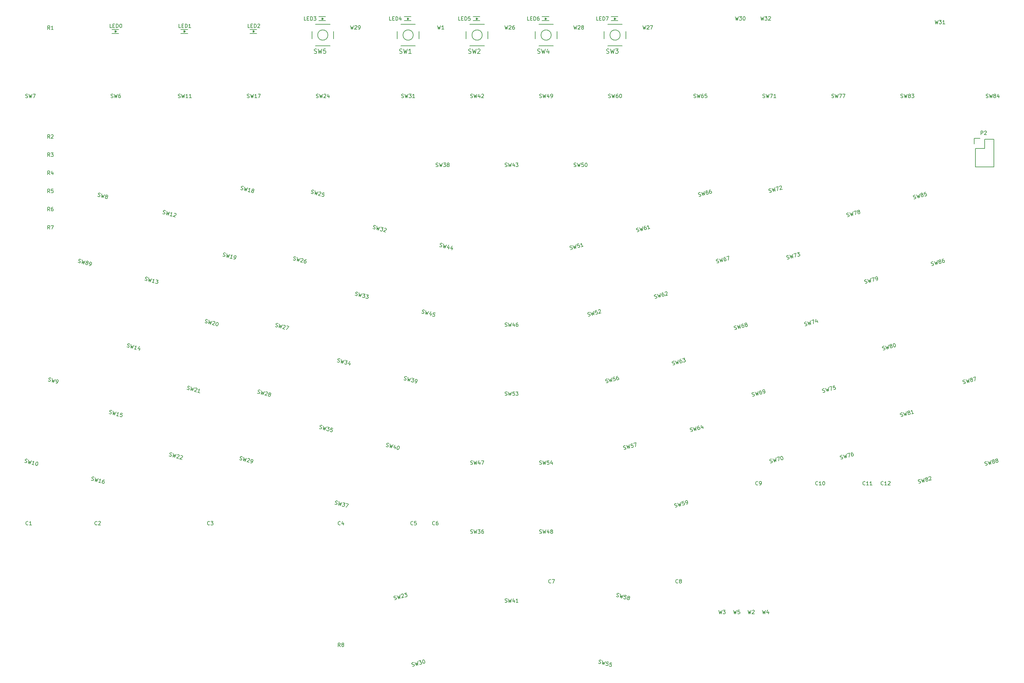
<source format=gto>
G04 #@! TF.FileFunction,Legend,Top*
%FSLAX46Y46*%
G04 Gerber Fmt 4.6, Leading zero omitted, Abs format (unit mm)*
G04 Created by KiCad (PCBNEW 4.0.2-4+6225~38~ubuntu15.10.1-stable) date Mi 09 Mär 2016 15:11:07 CET*
%MOMM*%
G01*
G04 APERTURE LIST*
%ADD10C,0.100000*%
%ADD11C,0.150000*%
%ADD12C,3.100000*%
%ADD13C,1.800000*%
%ADD14C,4.100000*%
%ADD15C,2.100000*%
%ADD16R,0.897560X0.897560*%
%ADD17R,1.827200X1.827200*%
%ADD18O,1.827200X1.827200*%
%ADD19R,3.100000X1.100000*%
%ADD20C,3.150000*%
%ADD21C,3.099740*%
G04 APERTURE END LIST*
D10*
D11*
X99900000Y-41550000D02*
X101800000Y-41550000D01*
X99900000Y-40450000D02*
X101800000Y-40450000D01*
X100800000Y-41000000D02*
X101250000Y-41000000D01*
X100750000Y-40750000D02*
X100750000Y-41250000D01*
X100750000Y-41000000D02*
X101000000Y-40750000D01*
X101000000Y-40750000D02*
X101000000Y-41250000D01*
X101000000Y-41250000D02*
X100750000Y-41000000D01*
X118900000Y-41550000D02*
X120800000Y-41550000D01*
X118900000Y-40450000D02*
X120800000Y-40450000D01*
X119800000Y-41000000D02*
X120250000Y-41000000D01*
X119750000Y-40750000D02*
X119750000Y-41250000D01*
X119750000Y-41000000D02*
X120000000Y-40750000D01*
X120000000Y-40750000D02*
X120000000Y-41250000D01*
X120000000Y-41250000D02*
X119750000Y-41000000D01*
X137900000Y-41550000D02*
X139800000Y-41550000D01*
X137900000Y-40450000D02*
X139800000Y-40450000D01*
X138800000Y-41000000D02*
X139250000Y-41000000D01*
X138750000Y-40750000D02*
X138750000Y-41250000D01*
X138750000Y-41000000D02*
X139000000Y-40750000D01*
X139000000Y-40750000D02*
X139000000Y-41250000D01*
X139000000Y-41250000D02*
X138750000Y-41000000D01*
X156900000Y-38050000D02*
X158800000Y-38050000D01*
X156900000Y-36950000D02*
X158800000Y-36950000D01*
X157800000Y-37500000D02*
X158250000Y-37500000D01*
X157750000Y-37250000D02*
X157750000Y-37750000D01*
X157750000Y-37500000D02*
X158000000Y-37250000D01*
X158000000Y-37250000D02*
X158000000Y-37750000D01*
X158000000Y-37750000D02*
X157750000Y-37500000D01*
X180400000Y-38050000D02*
X182300000Y-38050000D01*
X180400000Y-36950000D02*
X182300000Y-36950000D01*
X181300000Y-37500000D02*
X181750000Y-37500000D01*
X181250000Y-37250000D02*
X181250000Y-37750000D01*
X181250000Y-37500000D02*
X181500000Y-37250000D01*
X181500000Y-37250000D02*
X181500000Y-37750000D01*
X181500000Y-37750000D02*
X181250000Y-37500000D01*
X199400000Y-38050000D02*
X201300000Y-38050000D01*
X199400000Y-36950000D02*
X201300000Y-36950000D01*
X200300000Y-37500000D02*
X200750000Y-37500000D01*
X200250000Y-37250000D02*
X200250000Y-37750000D01*
X200250000Y-37500000D02*
X200500000Y-37250000D01*
X200500000Y-37250000D02*
X200500000Y-37750000D01*
X200500000Y-37750000D02*
X200250000Y-37500000D01*
X218400000Y-38050000D02*
X220300000Y-38050000D01*
X218400000Y-36950000D02*
X220300000Y-36950000D01*
X219300000Y-37500000D02*
X219750000Y-37500000D01*
X219250000Y-37250000D02*
X219250000Y-37750000D01*
X219250000Y-37500000D02*
X219500000Y-37250000D01*
X219500000Y-37250000D02*
X219500000Y-37750000D01*
X219500000Y-37750000D02*
X219250000Y-37500000D01*
X237400000Y-38050000D02*
X239300000Y-38050000D01*
X237400000Y-36950000D02*
X239300000Y-36950000D01*
X238300000Y-37500000D02*
X238750000Y-37500000D01*
X238250000Y-37250000D02*
X238250000Y-37750000D01*
X238250000Y-37500000D02*
X238500000Y-37250000D01*
X238500000Y-37250000D02*
X238500000Y-37750000D01*
X238500000Y-37750000D02*
X238250000Y-37500000D01*
X337730000Y-73270000D02*
X337730000Y-78350000D01*
X337450000Y-70450000D02*
X339000000Y-70450000D01*
X340270000Y-70730000D02*
X340270000Y-73270000D01*
X340270000Y-73270000D02*
X337730000Y-73270000D01*
X337730000Y-78350000D02*
X342810000Y-78350000D01*
X342810000Y-78350000D02*
X342810000Y-73270000D01*
X337450000Y-70450000D02*
X337450000Y-72000000D01*
X342810000Y-70730000D02*
X340270000Y-70730000D01*
X342810000Y-73270000D02*
X342810000Y-70730000D01*
X182914214Y-42000000D02*
G75*
G03X182914214Y-42000000I-1414214J0D01*
G01*
X183500000Y-45000000D02*
X179500000Y-45000000D01*
X184500000Y-41000000D02*
X184500000Y-43000000D01*
X179500000Y-39000000D02*
X183500000Y-39000000D01*
X178500000Y-43000000D02*
X178500000Y-41000000D01*
X201914214Y-42000000D02*
G75*
G03X201914214Y-42000000I-1414214J0D01*
G01*
X202500000Y-45000000D02*
X198500000Y-45000000D01*
X203500000Y-41000000D02*
X203500000Y-43000000D01*
X198500000Y-39000000D02*
X202500000Y-39000000D01*
X197500000Y-43000000D02*
X197500000Y-41000000D01*
X239914214Y-42000000D02*
G75*
G03X239914214Y-42000000I-1414214J0D01*
G01*
X240500000Y-45000000D02*
X236500000Y-45000000D01*
X241500000Y-41000000D02*
X241500000Y-43000000D01*
X236500000Y-39000000D02*
X240500000Y-39000000D01*
X235500000Y-43000000D02*
X235500000Y-41000000D01*
X220914214Y-42000000D02*
G75*
G03X220914214Y-42000000I-1414214J0D01*
G01*
X221500000Y-45000000D02*
X217500000Y-45000000D01*
X222500000Y-41000000D02*
X222500000Y-43000000D01*
X217500000Y-39000000D02*
X221500000Y-39000000D01*
X216500000Y-43000000D02*
X216500000Y-41000000D01*
X159414214Y-42000000D02*
G75*
G03X159414214Y-42000000I-1414214J0D01*
G01*
X160000000Y-45000000D02*
X156000000Y-45000000D01*
X161000000Y-41000000D02*
X161000000Y-43000000D01*
X156000000Y-39000000D02*
X160000000Y-39000000D01*
X155000000Y-43000000D02*
X155000000Y-41000000D01*
X161987463Y-131998092D02*
X162113127Y-132081062D01*
X162343111Y-132142686D01*
X162447428Y-132121339D01*
X162505749Y-132087667D01*
X162576395Y-132007999D01*
X162601044Y-131916006D01*
X162579697Y-131811689D01*
X162546026Y-131753368D01*
X162466358Y-131682721D01*
X162294696Y-131587425D01*
X162215028Y-131516780D01*
X162181356Y-131458458D01*
X162160009Y-131354141D01*
X162184658Y-131262148D01*
X162255304Y-131182480D01*
X162313625Y-131148808D01*
X162417943Y-131127461D01*
X162647926Y-131189085D01*
X162773591Y-131272056D01*
X163107890Y-131312332D02*
X163079053Y-132339881D01*
X163447911Y-131699233D01*
X163447026Y-132438479D01*
X163935827Y-131534177D01*
X164211805Y-131608125D02*
X164809760Y-131768347D01*
X164389186Y-132050045D01*
X164527176Y-132087019D01*
X164606845Y-132157665D01*
X164640516Y-132215986D01*
X164661863Y-132320305D01*
X164600240Y-132550287D01*
X164529594Y-132629955D01*
X164471273Y-132663627D01*
X164366955Y-132684974D01*
X164090976Y-132611025D01*
X164011307Y-132540379D01*
X163977636Y-132482058D01*
X165551423Y-132312166D02*
X165378877Y-132956117D01*
X165420038Y-131882571D02*
X165005185Y-132510895D01*
X165603139Y-132671117D01*
X99880953Y-39952381D02*
X99404762Y-39952381D01*
X99404762Y-38952381D01*
X100214286Y-39428571D02*
X100547620Y-39428571D01*
X100690477Y-39952381D02*
X100214286Y-39952381D01*
X100214286Y-38952381D01*
X100690477Y-38952381D01*
X101119048Y-39952381D02*
X101119048Y-38952381D01*
X101357143Y-38952381D01*
X101500001Y-39000000D01*
X101595239Y-39095238D01*
X101642858Y-39190476D01*
X101690477Y-39380952D01*
X101690477Y-39523810D01*
X101642858Y-39714286D01*
X101595239Y-39809524D01*
X101500001Y-39904762D01*
X101357143Y-39952381D01*
X101119048Y-39952381D01*
X102309524Y-38952381D02*
X102404763Y-38952381D01*
X102500001Y-39000000D01*
X102547620Y-39047619D01*
X102595239Y-39142857D01*
X102642858Y-39333333D01*
X102642858Y-39571429D01*
X102595239Y-39761905D01*
X102547620Y-39857143D01*
X102500001Y-39904762D01*
X102404763Y-39952381D01*
X102309524Y-39952381D01*
X102214286Y-39904762D01*
X102166667Y-39857143D01*
X102119048Y-39761905D01*
X102071429Y-39571429D01*
X102071429Y-39333333D01*
X102119048Y-39142857D01*
X102166667Y-39047619D01*
X102214286Y-39000000D01*
X102309524Y-38952381D01*
X118880953Y-39952381D02*
X118404762Y-39952381D01*
X118404762Y-38952381D01*
X119214286Y-39428571D02*
X119547620Y-39428571D01*
X119690477Y-39952381D02*
X119214286Y-39952381D01*
X119214286Y-38952381D01*
X119690477Y-38952381D01*
X120119048Y-39952381D02*
X120119048Y-38952381D01*
X120357143Y-38952381D01*
X120500001Y-39000000D01*
X120595239Y-39095238D01*
X120642858Y-39190476D01*
X120690477Y-39380952D01*
X120690477Y-39523810D01*
X120642858Y-39714286D01*
X120595239Y-39809524D01*
X120500001Y-39904762D01*
X120357143Y-39952381D01*
X120119048Y-39952381D01*
X121642858Y-39952381D02*
X121071429Y-39952381D01*
X121357143Y-39952381D02*
X121357143Y-38952381D01*
X121261905Y-39095238D01*
X121166667Y-39190476D01*
X121071429Y-39238095D01*
X137880953Y-39952381D02*
X137404762Y-39952381D01*
X137404762Y-38952381D01*
X138214286Y-39428571D02*
X138547620Y-39428571D01*
X138690477Y-39952381D02*
X138214286Y-39952381D01*
X138214286Y-38952381D01*
X138690477Y-38952381D01*
X139119048Y-39952381D02*
X139119048Y-38952381D01*
X139357143Y-38952381D01*
X139500001Y-39000000D01*
X139595239Y-39095238D01*
X139642858Y-39190476D01*
X139690477Y-39380952D01*
X139690477Y-39523810D01*
X139642858Y-39714286D01*
X139595239Y-39809524D01*
X139500001Y-39904762D01*
X139357143Y-39952381D01*
X139119048Y-39952381D01*
X140071429Y-39047619D02*
X140119048Y-39000000D01*
X140214286Y-38952381D01*
X140452382Y-38952381D01*
X140547620Y-39000000D01*
X140595239Y-39047619D01*
X140642858Y-39142857D01*
X140642858Y-39238095D01*
X140595239Y-39380952D01*
X140023810Y-39952381D01*
X140642858Y-39952381D01*
X153380953Y-37952381D02*
X152904762Y-37952381D01*
X152904762Y-36952381D01*
X153714286Y-37428571D02*
X154047620Y-37428571D01*
X154190477Y-37952381D02*
X153714286Y-37952381D01*
X153714286Y-36952381D01*
X154190477Y-36952381D01*
X154619048Y-37952381D02*
X154619048Y-36952381D01*
X154857143Y-36952381D01*
X155000001Y-37000000D01*
X155095239Y-37095238D01*
X155142858Y-37190476D01*
X155190477Y-37380952D01*
X155190477Y-37523810D01*
X155142858Y-37714286D01*
X155095239Y-37809524D01*
X155000001Y-37904762D01*
X154857143Y-37952381D01*
X154619048Y-37952381D01*
X155523810Y-36952381D02*
X156142858Y-36952381D01*
X155809524Y-37333333D01*
X155952382Y-37333333D01*
X156047620Y-37380952D01*
X156095239Y-37428571D01*
X156142858Y-37523810D01*
X156142858Y-37761905D01*
X156095239Y-37857143D01*
X156047620Y-37904762D01*
X155952382Y-37952381D01*
X155666667Y-37952381D01*
X155571429Y-37904762D01*
X155523810Y-37857143D01*
X176880953Y-37952381D02*
X176404762Y-37952381D01*
X176404762Y-36952381D01*
X177214286Y-37428571D02*
X177547620Y-37428571D01*
X177690477Y-37952381D02*
X177214286Y-37952381D01*
X177214286Y-36952381D01*
X177690477Y-36952381D01*
X178119048Y-37952381D02*
X178119048Y-36952381D01*
X178357143Y-36952381D01*
X178500001Y-37000000D01*
X178595239Y-37095238D01*
X178642858Y-37190476D01*
X178690477Y-37380952D01*
X178690477Y-37523810D01*
X178642858Y-37714286D01*
X178595239Y-37809524D01*
X178500001Y-37904762D01*
X178357143Y-37952381D01*
X178119048Y-37952381D01*
X179547620Y-37285714D02*
X179547620Y-37952381D01*
X179309524Y-36904762D02*
X179071429Y-37619048D01*
X179690477Y-37619048D01*
X195880953Y-37952381D02*
X195404762Y-37952381D01*
X195404762Y-36952381D01*
X196214286Y-37428571D02*
X196547620Y-37428571D01*
X196690477Y-37952381D02*
X196214286Y-37952381D01*
X196214286Y-36952381D01*
X196690477Y-36952381D01*
X197119048Y-37952381D02*
X197119048Y-36952381D01*
X197357143Y-36952381D01*
X197500001Y-37000000D01*
X197595239Y-37095238D01*
X197642858Y-37190476D01*
X197690477Y-37380952D01*
X197690477Y-37523810D01*
X197642858Y-37714286D01*
X197595239Y-37809524D01*
X197500001Y-37904762D01*
X197357143Y-37952381D01*
X197119048Y-37952381D01*
X198595239Y-36952381D02*
X198119048Y-36952381D01*
X198071429Y-37428571D01*
X198119048Y-37380952D01*
X198214286Y-37333333D01*
X198452382Y-37333333D01*
X198547620Y-37380952D01*
X198595239Y-37428571D01*
X198642858Y-37523810D01*
X198642858Y-37761905D01*
X198595239Y-37857143D01*
X198547620Y-37904762D01*
X198452382Y-37952381D01*
X198214286Y-37952381D01*
X198119048Y-37904762D01*
X198071429Y-37857143D01*
X214880953Y-37952381D02*
X214404762Y-37952381D01*
X214404762Y-36952381D01*
X215214286Y-37428571D02*
X215547620Y-37428571D01*
X215690477Y-37952381D02*
X215214286Y-37952381D01*
X215214286Y-36952381D01*
X215690477Y-36952381D01*
X216119048Y-37952381D02*
X216119048Y-36952381D01*
X216357143Y-36952381D01*
X216500001Y-37000000D01*
X216595239Y-37095238D01*
X216642858Y-37190476D01*
X216690477Y-37380952D01*
X216690477Y-37523810D01*
X216642858Y-37714286D01*
X216595239Y-37809524D01*
X216500001Y-37904762D01*
X216357143Y-37952381D01*
X216119048Y-37952381D01*
X217547620Y-36952381D02*
X217357143Y-36952381D01*
X217261905Y-37000000D01*
X217214286Y-37047619D01*
X217119048Y-37190476D01*
X217071429Y-37380952D01*
X217071429Y-37761905D01*
X217119048Y-37857143D01*
X217166667Y-37904762D01*
X217261905Y-37952381D01*
X217452382Y-37952381D01*
X217547620Y-37904762D01*
X217595239Y-37857143D01*
X217642858Y-37761905D01*
X217642858Y-37523810D01*
X217595239Y-37428571D01*
X217547620Y-37380952D01*
X217452382Y-37333333D01*
X217261905Y-37333333D01*
X217166667Y-37380952D01*
X217119048Y-37428571D01*
X217071429Y-37523810D01*
X233880953Y-37952381D02*
X233404762Y-37952381D01*
X233404762Y-36952381D01*
X234214286Y-37428571D02*
X234547620Y-37428571D01*
X234690477Y-37952381D02*
X234214286Y-37952381D01*
X234214286Y-36952381D01*
X234690477Y-36952381D01*
X235119048Y-37952381D02*
X235119048Y-36952381D01*
X235357143Y-36952381D01*
X235500001Y-37000000D01*
X235595239Y-37095238D01*
X235642858Y-37190476D01*
X235690477Y-37380952D01*
X235690477Y-37523810D01*
X235642858Y-37714286D01*
X235595239Y-37809524D01*
X235500001Y-37904762D01*
X235357143Y-37952381D01*
X235119048Y-37952381D01*
X236023810Y-36952381D02*
X236690477Y-36952381D01*
X236261905Y-37952381D01*
X339261905Y-69452381D02*
X339261905Y-68452381D01*
X339642858Y-68452381D01*
X339738096Y-68500000D01*
X339785715Y-68547619D01*
X339833334Y-68642857D01*
X339833334Y-68785714D01*
X339785715Y-68880952D01*
X339738096Y-68928571D01*
X339642858Y-68976190D01*
X339261905Y-68976190D01*
X340214286Y-68547619D02*
X340261905Y-68500000D01*
X340357143Y-68452381D01*
X340595239Y-68452381D01*
X340690477Y-68500000D01*
X340738096Y-68547619D01*
X340785715Y-68642857D01*
X340785715Y-68738095D01*
X340738096Y-68880952D01*
X340166667Y-69452381D01*
X340785715Y-69452381D01*
X179150000Y-46985714D02*
X179321429Y-47042857D01*
X179607143Y-47042857D01*
X179721429Y-46985714D01*
X179778572Y-46928571D01*
X179835715Y-46814286D01*
X179835715Y-46700000D01*
X179778572Y-46585714D01*
X179721429Y-46528571D01*
X179607143Y-46471429D01*
X179378572Y-46414286D01*
X179264286Y-46357143D01*
X179207143Y-46300000D01*
X179150000Y-46185714D01*
X179150000Y-46071429D01*
X179207143Y-45957143D01*
X179264286Y-45900000D01*
X179378572Y-45842857D01*
X179664286Y-45842857D01*
X179835715Y-45900000D01*
X180235715Y-45842857D02*
X180521429Y-47042857D01*
X180750000Y-46185714D01*
X180978572Y-47042857D01*
X181264286Y-45842857D01*
X182350001Y-47042857D02*
X181664286Y-47042857D01*
X182007144Y-47042857D02*
X182007144Y-45842857D01*
X181892858Y-46014286D01*
X181778572Y-46128571D01*
X181664286Y-46185714D01*
X198150000Y-46985714D02*
X198321429Y-47042857D01*
X198607143Y-47042857D01*
X198721429Y-46985714D01*
X198778572Y-46928571D01*
X198835715Y-46814286D01*
X198835715Y-46700000D01*
X198778572Y-46585714D01*
X198721429Y-46528571D01*
X198607143Y-46471429D01*
X198378572Y-46414286D01*
X198264286Y-46357143D01*
X198207143Y-46300000D01*
X198150000Y-46185714D01*
X198150000Y-46071429D01*
X198207143Y-45957143D01*
X198264286Y-45900000D01*
X198378572Y-45842857D01*
X198664286Y-45842857D01*
X198835715Y-45900000D01*
X199235715Y-45842857D02*
X199521429Y-47042857D01*
X199750000Y-46185714D01*
X199978572Y-47042857D01*
X200264286Y-45842857D01*
X200664286Y-45957143D02*
X200721429Y-45900000D01*
X200835715Y-45842857D01*
X201121429Y-45842857D01*
X201235715Y-45900000D01*
X201292858Y-45957143D01*
X201350001Y-46071429D01*
X201350001Y-46185714D01*
X201292858Y-46357143D01*
X200607144Y-47042857D01*
X201350001Y-47042857D01*
X236150000Y-46985714D02*
X236321429Y-47042857D01*
X236607143Y-47042857D01*
X236721429Y-46985714D01*
X236778572Y-46928571D01*
X236835715Y-46814286D01*
X236835715Y-46700000D01*
X236778572Y-46585714D01*
X236721429Y-46528571D01*
X236607143Y-46471429D01*
X236378572Y-46414286D01*
X236264286Y-46357143D01*
X236207143Y-46300000D01*
X236150000Y-46185714D01*
X236150000Y-46071429D01*
X236207143Y-45957143D01*
X236264286Y-45900000D01*
X236378572Y-45842857D01*
X236664286Y-45842857D01*
X236835715Y-45900000D01*
X237235715Y-45842857D02*
X237521429Y-47042857D01*
X237750000Y-46185714D01*
X237978572Y-47042857D01*
X238264286Y-45842857D01*
X238607144Y-45842857D02*
X239350001Y-45842857D01*
X238950001Y-46300000D01*
X239121429Y-46300000D01*
X239235715Y-46357143D01*
X239292858Y-46414286D01*
X239350001Y-46528571D01*
X239350001Y-46814286D01*
X239292858Y-46928571D01*
X239235715Y-46985714D01*
X239121429Y-47042857D01*
X238778572Y-47042857D01*
X238664286Y-46985714D01*
X238607144Y-46928571D01*
X217150000Y-46985714D02*
X217321429Y-47042857D01*
X217607143Y-47042857D01*
X217721429Y-46985714D01*
X217778572Y-46928571D01*
X217835715Y-46814286D01*
X217835715Y-46700000D01*
X217778572Y-46585714D01*
X217721429Y-46528571D01*
X217607143Y-46471429D01*
X217378572Y-46414286D01*
X217264286Y-46357143D01*
X217207143Y-46300000D01*
X217150000Y-46185714D01*
X217150000Y-46071429D01*
X217207143Y-45957143D01*
X217264286Y-45900000D01*
X217378572Y-45842857D01*
X217664286Y-45842857D01*
X217835715Y-45900000D01*
X218235715Y-45842857D02*
X218521429Y-47042857D01*
X218750000Y-46185714D01*
X218978572Y-47042857D01*
X219264286Y-45842857D01*
X220235715Y-46242857D02*
X220235715Y-47042857D01*
X219950001Y-45785714D02*
X219664286Y-46642857D01*
X220407144Y-46642857D01*
X155650000Y-46985714D02*
X155821429Y-47042857D01*
X156107143Y-47042857D01*
X156221429Y-46985714D01*
X156278572Y-46928571D01*
X156335715Y-46814286D01*
X156335715Y-46700000D01*
X156278572Y-46585714D01*
X156221429Y-46528571D01*
X156107143Y-46471429D01*
X155878572Y-46414286D01*
X155764286Y-46357143D01*
X155707143Y-46300000D01*
X155650000Y-46185714D01*
X155650000Y-46071429D01*
X155707143Y-45957143D01*
X155764286Y-45900000D01*
X155878572Y-45842857D01*
X156164286Y-45842857D01*
X156335715Y-45900000D01*
X156735715Y-45842857D02*
X157021429Y-47042857D01*
X157250000Y-46185714D01*
X157478572Y-47042857D01*
X157764286Y-45842857D01*
X158792858Y-45842857D02*
X158221429Y-45842857D01*
X158164286Y-46414286D01*
X158221429Y-46357143D01*
X158335715Y-46300000D01*
X158621429Y-46300000D01*
X158735715Y-46357143D01*
X158792858Y-46414286D01*
X158850001Y-46528571D01*
X158850001Y-46814286D01*
X158792858Y-46928571D01*
X158735715Y-46985714D01*
X158621429Y-47042857D01*
X158335715Y-47042857D01*
X158221429Y-46985714D01*
X158164286Y-46928571D01*
X99666667Y-59214762D02*
X99809524Y-59262381D01*
X100047620Y-59262381D01*
X100142858Y-59214762D01*
X100190477Y-59167143D01*
X100238096Y-59071905D01*
X100238096Y-58976667D01*
X100190477Y-58881429D01*
X100142858Y-58833810D01*
X100047620Y-58786190D01*
X99857143Y-58738571D01*
X99761905Y-58690952D01*
X99714286Y-58643333D01*
X99666667Y-58548095D01*
X99666667Y-58452857D01*
X99714286Y-58357619D01*
X99761905Y-58310000D01*
X99857143Y-58262381D01*
X100095239Y-58262381D01*
X100238096Y-58310000D01*
X100571429Y-58262381D02*
X100809524Y-59262381D01*
X101000001Y-58548095D01*
X101190477Y-59262381D01*
X101428572Y-58262381D01*
X102238096Y-58262381D02*
X102047619Y-58262381D01*
X101952381Y-58310000D01*
X101904762Y-58357619D01*
X101809524Y-58500476D01*
X101761905Y-58690952D01*
X101761905Y-59071905D01*
X101809524Y-59167143D01*
X101857143Y-59214762D01*
X101952381Y-59262381D01*
X102142858Y-59262381D01*
X102238096Y-59214762D01*
X102285715Y-59167143D01*
X102333334Y-59071905D01*
X102333334Y-58833810D01*
X102285715Y-58738571D01*
X102238096Y-58690952D01*
X102142858Y-58643333D01*
X101952381Y-58643333D01*
X101857143Y-58690952D01*
X101809524Y-58738571D01*
X101761905Y-58833810D01*
X76166667Y-59214762D02*
X76309524Y-59262381D01*
X76547620Y-59262381D01*
X76642858Y-59214762D01*
X76690477Y-59167143D01*
X76738096Y-59071905D01*
X76738096Y-58976667D01*
X76690477Y-58881429D01*
X76642858Y-58833810D01*
X76547620Y-58786190D01*
X76357143Y-58738571D01*
X76261905Y-58690952D01*
X76214286Y-58643333D01*
X76166667Y-58548095D01*
X76166667Y-58452857D01*
X76214286Y-58357619D01*
X76261905Y-58310000D01*
X76357143Y-58262381D01*
X76595239Y-58262381D01*
X76738096Y-58310000D01*
X77071429Y-58262381D02*
X77309524Y-59262381D01*
X77500001Y-58548095D01*
X77690477Y-59262381D01*
X77928572Y-58262381D01*
X78214286Y-58262381D02*
X78880953Y-58262381D01*
X78452381Y-59262381D01*
X96025179Y-86371093D02*
X96150844Y-86454064D01*
X96380827Y-86515687D01*
X96485144Y-86494340D01*
X96543465Y-86460669D01*
X96614111Y-86381001D01*
X96638761Y-86289008D01*
X96617414Y-86184690D01*
X96583742Y-86126369D01*
X96504074Y-86055722D01*
X96332412Y-85960427D01*
X96252744Y-85889781D01*
X96219072Y-85831460D01*
X96197725Y-85727142D01*
X96222375Y-85635149D01*
X96293020Y-85555481D01*
X96351342Y-85521810D01*
X96455659Y-85500463D01*
X96685642Y-85562086D01*
X96811307Y-85645057D01*
X97145606Y-85685333D02*
X97116769Y-86712883D01*
X97485627Y-86072234D01*
X97484742Y-86811481D01*
X97973543Y-85907178D01*
X98368581Y-86456718D02*
X98288913Y-86386072D01*
X98255241Y-86327751D01*
X98233894Y-86223433D01*
X98246219Y-86177437D01*
X98316865Y-86097769D01*
X98375186Y-86064097D01*
X98479504Y-86042750D01*
X98663490Y-86092049D01*
X98743158Y-86162695D01*
X98776830Y-86221016D01*
X98798177Y-86325334D01*
X98785852Y-86371330D01*
X98715207Y-86450998D01*
X98656885Y-86484670D01*
X98552568Y-86506017D01*
X98368581Y-86456718D01*
X98264264Y-86478065D01*
X98205943Y-86511737D01*
X98135297Y-86591406D01*
X98085998Y-86775391D01*
X98107345Y-86879709D01*
X98141016Y-86938030D01*
X98220685Y-87008676D01*
X98404671Y-87057975D01*
X98508989Y-87036628D01*
X98567310Y-87002956D01*
X98637956Y-86923288D01*
X98687255Y-86739302D01*
X98665908Y-86634984D01*
X98632236Y-86576663D01*
X98552568Y-86506017D01*
X82388004Y-137265725D02*
X82513669Y-137348696D01*
X82743652Y-137410319D01*
X82847969Y-137388972D01*
X82906290Y-137355301D01*
X82976936Y-137275633D01*
X83001586Y-137183640D01*
X82980239Y-137079322D01*
X82946567Y-137021001D01*
X82866899Y-136950354D01*
X82695237Y-136855059D01*
X82615569Y-136784413D01*
X82581897Y-136726092D01*
X82560550Y-136621774D01*
X82585200Y-136529781D01*
X82655845Y-136450113D01*
X82714167Y-136416442D01*
X82818484Y-136395095D01*
X83048467Y-136456718D01*
X83174132Y-136539689D01*
X83508431Y-136579965D02*
X83479594Y-137607515D01*
X83848452Y-136966866D01*
X83847567Y-137706113D01*
X84336368Y-136801810D01*
X84491517Y-137878658D02*
X84675502Y-137927957D01*
X84779821Y-137906610D01*
X84838142Y-137872939D01*
X84967109Y-137759599D01*
X85062404Y-137587938D01*
X85161002Y-137219966D01*
X85139655Y-137115648D01*
X85105983Y-137057327D01*
X85026315Y-136986681D01*
X84842329Y-136937382D01*
X84738011Y-136958729D01*
X84679690Y-136992401D01*
X84609044Y-137072069D01*
X84547421Y-137302051D01*
X84568768Y-137406369D01*
X84602439Y-137464691D01*
X84682107Y-137535336D01*
X84866094Y-137584636D01*
X84970411Y-137563289D01*
X85028733Y-137529616D01*
X85099379Y-137449948D01*
X75894967Y-159658210D02*
X76020631Y-159741180D01*
X76250615Y-159802804D01*
X76354932Y-159781457D01*
X76413253Y-159747785D01*
X76483899Y-159668117D01*
X76508548Y-159576124D01*
X76487201Y-159471807D01*
X76453530Y-159413486D01*
X76373862Y-159342839D01*
X76202200Y-159247543D01*
X76122532Y-159176898D01*
X76088860Y-159118576D01*
X76067513Y-159014259D01*
X76092162Y-158922266D01*
X76162808Y-158842598D01*
X76221129Y-158808926D01*
X76325447Y-158787579D01*
X76555430Y-158849203D01*
X76681095Y-158932174D01*
X77015394Y-158972450D02*
X76986557Y-159999999D01*
X77355415Y-159359351D01*
X77354530Y-160098597D01*
X77843331Y-159194295D01*
X78458445Y-160394390D02*
X77906487Y-160246494D01*
X78182465Y-160320442D02*
X78441284Y-159354516D01*
X78312317Y-159467856D01*
X78195675Y-159535199D01*
X78091358Y-159556546D01*
X79315217Y-159588686D02*
X79407211Y-159613335D01*
X79486879Y-159683981D01*
X79520551Y-159742302D01*
X79541898Y-159846620D01*
X79538596Y-160042930D01*
X79476972Y-160272913D01*
X79381677Y-160444574D01*
X79311031Y-160524243D01*
X79252710Y-160557914D01*
X79148392Y-160579261D01*
X79056398Y-160554612D01*
X78976730Y-160483966D01*
X78943058Y-160425645D01*
X78921711Y-160321327D01*
X78925014Y-160125017D01*
X78986638Y-159895034D01*
X79081933Y-159723373D01*
X79152579Y-159643704D01*
X79210900Y-159610033D01*
X79315217Y-159588686D01*
X118190476Y-59214762D02*
X118333333Y-59262381D01*
X118571429Y-59262381D01*
X118666667Y-59214762D01*
X118714286Y-59167143D01*
X118761905Y-59071905D01*
X118761905Y-58976667D01*
X118714286Y-58881429D01*
X118666667Y-58833810D01*
X118571429Y-58786190D01*
X118380952Y-58738571D01*
X118285714Y-58690952D01*
X118238095Y-58643333D01*
X118190476Y-58548095D01*
X118190476Y-58452857D01*
X118238095Y-58357619D01*
X118285714Y-58310000D01*
X118380952Y-58262381D01*
X118619048Y-58262381D01*
X118761905Y-58310000D01*
X119095238Y-58262381D02*
X119333333Y-59262381D01*
X119523810Y-58548095D01*
X119714286Y-59262381D01*
X119952381Y-58262381D01*
X120857143Y-59262381D02*
X120285714Y-59262381D01*
X120571428Y-59262381D02*
X120571428Y-58262381D01*
X120476190Y-58405238D01*
X120380952Y-58500476D01*
X120285714Y-58548095D01*
X121809524Y-59262381D02*
X121238095Y-59262381D01*
X121523809Y-59262381D02*
X121523809Y-58262381D01*
X121428571Y-58405238D01*
X121333333Y-58500476D01*
X121238095Y-58548095D01*
X113917805Y-91165408D02*
X114043469Y-91248378D01*
X114273453Y-91310002D01*
X114377770Y-91288655D01*
X114436091Y-91254983D01*
X114506737Y-91175315D01*
X114531386Y-91083322D01*
X114510039Y-90979005D01*
X114476368Y-90920684D01*
X114396700Y-90850037D01*
X114225038Y-90754741D01*
X114145370Y-90684096D01*
X114111698Y-90625774D01*
X114090351Y-90521457D01*
X114115000Y-90429464D01*
X114185646Y-90349796D01*
X114243967Y-90316124D01*
X114348285Y-90294777D01*
X114578268Y-90356401D01*
X114703933Y-90439372D01*
X115038232Y-90479648D02*
X115009395Y-91507197D01*
X115378253Y-90866549D01*
X115377368Y-91605795D01*
X115866169Y-90701493D01*
X116481283Y-91901588D02*
X115929325Y-91753692D01*
X116205303Y-91827640D02*
X116464122Y-90861714D01*
X116335155Y-90975054D01*
X116218513Y-91042397D01*
X116114196Y-91063744D01*
X117083424Y-91126253D02*
X117141745Y-91092581D01*
X117246062Y-91071234D01*
X117476046Y-91132858D01*
X117555714Y-91203504D01*
X117589385Y-91261825D01*
X117610732Y-91366143D01*
X117586083Y-91458135D01*
X117503112Y-91583800D01*
X116803258Y-91987861D01*
X117401212Y-92148083D01*
X109000242Y-109517999D02*
X109125906Y-109600969D01*
X109355890Y-109662593D01*
X109460207Y-109641246D01*
X109518528Y-109607574D01*
X109589174Y-109527906D01*
X109613823Y-109435913D01*
X109592476Y-109331596D01*
X109558805Y-109273275D01*
X109479137Y-109202628D01*
X109307475Y-109107332D01*
X109227807Y-109036687D01*
X109194135Y-108978365D01*
X109172788Y-108874048D01*
X109197437Y-108782055D01*
X109268083Y-108702387D01*
X109326404Y-108668715D01*
X109430722Y-108647368D01*
X109660705Y-108708992D01*
X109786370Y-108791963D01*
X110120669Y-108832239D02*
X110091832Y-109859788D01*
X110460690Y-109219140D01*
X110459805Y-109958386D01*
X110948606Y-109054084D01*
X111563720Y-110254179D02*
X111011762Y-110106283D01*
X111287740Y-110180231D02*
X111546559Y-109214305D01*
X111417592Y-109327645D01*
X111300950Y-109394988D01*
X111196633Y-109416335D01*
X112144514Y-109374527D02*
X112742468Y-109534748D01*
X112321895Y-109816446D01*
X112459885Y-109853420D01*
X112539553Y-109924066D01*
X112573225Y-109982387D01*
X112594571Y-110086706D01*
X112532948Y-110316688D01*
X112462302Y-110396356D01*
X112403981Y-110430028D01*
X112299663Y-110451375D01*
X112023684Y-110377426D01*
X111944016Y-110306781D01*
X111910344Y-110248460D01*
X104082681Y-127870590D02*
X104208345Y-127953560D01*
X104438329Y-128015184D01*
X104542646Y-127993837D01*
X104600967Y-127960165D01*
X104671613Y-127880497D01*
X104696262Y-127788504D01*
X104674915Y-127684187D01*
X104641244Y-127625866D01*
X104561576Y-127555219D01*
X104389914Y-127459923D01*
X104310246Y-127389278D01*
X104276574Y-127330956D01*
X104255227Y-127226639D01*
X104279876Y-127134646D01*
X104350522Y-127054978D01*
X104408843Y-127021306D01*
X104513161Y-126999959D01*
X104743144Y-127061583D01*
X104868809Y-127144554D01*
X105203108Y-127184830D02*
X105174271Y-128212379D01*
X105543129Y-127571731D01*
X105542244Y-128310977D01*
X106031045Y-127406675D01*
X106646159Y-128606770D02*
X106094201Y-128458874D01*
X106370179Y-128532822D02*
X106628998Y-127566896D01*
X106500031Y-127680236D01*
X106383389Y-127747579D01*
X106279072Y-127768926D01*
X107646641Y-128184664D02*
X107474095Y-128828615D01*
X107515256Y-127755069D02*
X107100403Y-128383393D01*
X107698357Y-128543615D01*
X99165120Y-146223180D02*
X99290784Y-146306150D01*
X99520768Y-146367774D01*
X99625085Y-146346427D01*
X99683406Y-146312755D01*
X99754052Y-146233087D01*
X99778701Y-146141094D01*
X99757354Y-146036777D01*
X99723683Y-145978456D01*
X99644015Y-145907809D01*
X99472353Y-145812513D01*
X99392685Y-145741868D01*
X99359013Y-145683546D01*
X99337666Y-145579229D01*
X99362315Y-145487236D01*
X99432961Y-145407568D01*
X99491282Y-145373896D01*
X99595600Y-145352549D01*
X99825583Y-145414173D01*
X99951248Y-145497144D01*
X100285547Y-145537420D02*
X100256710Y-146564969D01*
X100625568Y-145924321D01*
X100624683Y-146663567D01*
X101113484Y-145759265D01*
X101728598Y-146959360D02*
X101176640Y-146811464D01*
X101452618Y-146885412D02*
X101711437Y-145919486D01*
X101582470Y-146032826D01*
X101465828Y-146100169D01*
X101361511Y-146121516D01*
X102861350Y-146227604D02*
X102401385Y-146104357D01*
X102232141Y-146551996D01*
X102290462Y-146518325D01*
X102394780Y-146496978D01*
X102624763Y-146558601D01*
X102704431Y-146629247D01*
X102738103Y-146687568D01*
X102759449Y-146791887D01*
X102697826Y-147021869D01*
X102627180Y-147101537D01*
X102568859Y-147135209D01*
X102464541Y-147156556D01*
X102234558Y-147094932D01*
X102154890Y-147024286D01*
X102121219Y-146965965D01*
X94247558Y-164575771D02*
X94373222Y-164658741D01*
X94603206Y-164720365D01*
X94707523Y-164699018D01*
X94765844Y-164665346D01*
X94836490Y-164585678D01*
X94861139Y-164493685D01*
X94839792Y-164389368D01*
X94806121Y-164331047D01*
X94726453Y-164260400D01*
X94554791Y-164165104D01*
X94475123Y-164094459D01*
X94441451Y-164036137D01*
X94420104Y-163931820D01*
X94444753Y-163839827D01*
X94515399Y-163760159D01*
X94573720Y-163726487D01*
X94678038Y-163705140D01*
X94908021Y-163766764D01*
X95033686Y-163849735D01*
X95367985Y-163890011D02*
X95339148Y-164917560D01*
X95708006Y-164276912D01*
X95707121Y-165016158D01*
X96195922Y-164111856D01*
X96811036Y-165311951D02*
X96259078Y-165164055D01*
X96535056Y-165238003D02*
X96793875Y-164272077D01*
X96664908Y-164385417D01*
X96548266Y-164452760D01*
X96443949Y-164474107D01*
X97897791Y-164567871D02*
X97713805Y-164518571D01*
X97609487Y-164539918D01*
X97551166Y-164573590D01*
X97422199Y-164686930D01*
X97326904Y-164858591D01*
X97228306Y-165226563D01*
X97249653Y-165330881D01*
X97283325Y-165389202D01*
X97362993Y-165459848D01*
X97546979Y-165509147D01*
X97651297Y-165487800D01*
X97709618Y-165454128D01*
X97780264Y-165374460D01*
X97841887Y-165144478D01*
X97820541Y-165040159D01*
X97786869Y-164981838D01*
X97707201Y-164911192D01*
X97523214Y-164861893D01*
X97418897Y-164883240D01*
X97360576Y-164916912D01*
X97289929Y-164996581D01*
X137190476Y-59214762D02*
X137333333Y-59262381D01*
X137571429Y-59262381D01*
X137666667Y-59214762D01*
X137714286Y-59167143D01*
X137761905Y-59071905D01*
X137761905Y-58976667D01*
X137714286Y-58881429D01*
X137666667Y-58833810D01*
X137571429Y-58786190D01*
X137380952Y-58738571D01*
X137285714Y-58690952D01*
X137238095Y-58643333D01*
X137190476Y-58548095D01*
X137190476Y-58452857D01*
X137238095Y-58357619D01*
X137285714Y-58310000D01*
X137380952Y-58262381D01*
X137619048Y-58262381D01*
X137761905Y-58310000D01*
X138095238Y-58262381D02*
X138333333Y-59262381D01*
X138523810Y-58548095D01*
X138714286Y-59262381D01*
X138952381Y-58262381D01*
X139857143Y-59262381D02*
X139285714Y-59262381D01*
X139571428Y-59262381D02*
X139571428Y-58262381D01*
X139476190Y-58405238D01*
X139380952Y-58500476D01*
X139285714Y-58548095D01*
X140190476Y-58262381D02*
X140857143Y-58262381D01*
X140428571Y-59262381D01*
X135376224Y-84491861D02*
X135501888Y-84574831D01*
X135731872Y-84636455D01*
X135836189Y-84615108D01*
X135894510Y-84581436D01*
X135965156Y-84501768D01*
X135989805Y-84409775D01*
X135968458Y-84305458D01*
X135934787Y-84247137D01*
X135855119Y-84176490D01*
X135683457Y-84081194D01*
X135603789Y-84010549D01*
X135570117Y-83952227D01*
X135548770Y-83847910D01*
X135573419Y-83755917D01*
X135644065Y-83676249D01*
X135702386Y-83642577D01*
X135806704Y-83621230D01*
X136036687Y-83682854D01*
X136162352Y-83765825D01*
X136496651Y-83806101D02*
X136467814Y-84833650D01*
X136836672Y-84193002D01*
X136835787Y-84932248D01*
X137324588Y-84027946D01*
X137939702Y-85228041D02*
X137387744Y-85080145D01*
X137663722Y-85154093D02*
X137922541Y-84188167D01*
X137793574Y-84301507D01*
X137676932Y-84368850D01*
X137572615Y-84390197D01*
X138639556Y-84823980D02*
X138559887Y-84753334D01*
X138526216Y-84695013D01*
X138504869Y-84590695D01*
X138517193Y-84544699D01*
X138587839Y-84465031D01*
X138646160Y-84431359D01*
X138750478Y-84410012D01*
X138934465Y-84459311D01*
X139014133Y-84529957D01*
X139047804Y-84588278D01*
X139069151Y-84692596D01*
X139056827Y-84738592D01*
X138986181Y-84818260D01*
X138927860Y-84851932D01*
X138823542Y-84873279D01*
X138639556Y-84823980D01*
X138535238Y-84845327D01*
X138476917Y-84878999D01*
X138406271Y-84958668D01*
X138356972Y-85142653D01*
X138378319Y-85246971D01*
X138411991Y-85305292D01*
X138491659Y-85375938D01*
X138675645Y-85425237D01*
X138779963Y-85403890D01*
X138838284Y-85370218D01*
X138908930Y-85290550D01*
X138958229Y-85106564D01*
X138936882Y-85002246D01*
X138903210Y-84943925D01*
X138823542Y-84873279D01*
X130458663Y-102844452D02*
X130584327Y-102927422D01*
X130814311Y-102989046D01*
X130918628Y-102967699D01*
X130976949Y-102934027D01*
X131047595Y-102854359D01*
X131072244Y-102762366D01*
X131050897Y-102658049D01*
X131017226Y-102599728D01*
X130937558Y-102529081D01*
X130765896Y-102433785D01*
X130686228Y-102363140D01*
X130652556Y-102304818D01*
X130631209Y-102200501D01*
X130655858Y-102108508D01*
X130726504Y-102028840D01*
X130784825Y-101995168D01*
X130889143Y-101973821D01*
X131119126Y-102035445D01*
X131244791Y-102118416D01*
X131579090Y-102158692D02*
X131550253Y-103186241D01*
X131919111Y-102545593D01*
X131918226Y-103284839D01*
X132407027Y-102380537D01*
X133022141Y-103580632D02*
X132470183Y-103432736D01*
X132746161Y-103506684D02*
X133004980Y-102540758D01*
X132876013Y-102654098D01*
X132759371Y-102721441D01*
X132655054Y-102742788D01*
X133482105Y-103703879D02*
X133666091Y-103753178D01*
X133770409Y-103731832D01*
X133828730Y-103698160D01*
X133957697Y-103584820D01*
X134052992Y-103413159D01*
X134151590Y-103045187D01*
X134130243Y-102940869D01*
X134096572Y-102882548D01*
X134016904Y-102811902D01*
X133832917Y-102762603D01*
X133728599Y-102783950D01*
X133670278Y-102817622D01*
X133599632Y-102897290D01*
X133538009Y-103127272D01*
X133559356Y-103231590D01*
X133593027Y-103289912D01*
X133672695Y-103360557D01*
X133856682Y-103409857D01*
X133961000Y-103388510D01*
X134019321Y-103354837D01*
X134089967Y-103275169D01*
X125541100Y-121197042D02*
X125666764Y-121280012D01*
X125896748Y-121341636D01*
X126001065Y-121320289D01*
X126059386Y-121286617D01*
X126130032Y-121206949D01*
X126154681Y-121114956D01*
X126133334Y-121010639D01*
X126099663Y-120952318D01*
X126019995Y-120881671D01*
X125848333Y-120786375D01*
X125768665Y-120715730D01*
X125734993Y-120657408D01*
X125713646Y-120553091D01*
X125738295Y-120461098D01*
X125808941Y-120381430D01*
X125867262Y-120347758D01*
X125971580Y-120326411D01*
X126201563Y-120388035D01*
X126327228Y-120471006D01*
X126661527Y-120511282D02*
X126632690Y-121538831D01*
X127001548Y-120898183D01*
X127000663Y-121637429D01*
X127489464Y-120733127D01*
X127786789Y-120911393D02*
X127845110Y-120877721D01*
X127949428Y-120856374D01*
X128179411Y-120917998D01*
X128259079Y-120988644D01*
X128292751Y-121046965D01*
X128314098Y-121151282D01*
X128289449Y-121243275D01*
X128206478Y-121368940D01*
X127506623Y-121773001D01*
X128104578Y-121933222D01*
X128961350Y-121127518D02*
X129053344Y-121152167D01*
X129133012Y-121222813D01*
X129166684Y-121281134D01*
X129188031Y-121385452D01*
X129184729Y-121581762D01*
X129123105Y-121811745D01*
X129027810Y-121983406D01*
X128957164Y-122063075D01*
X128898843Y-122096746D01*
X128794525Y-122118093D01*
X128702531Y-122093444D01*
X128622863Y-122022798D01*
X128589191Y-121964477D01*
X128567844Y-121860159D01*
X128571147Y-121663849D01*
X128632771Y-121433866D01*
X128728066Y-121262205D01*
X128798712Y-121182536D01*
X128857033Y-121148865D01*
X128961350Y-121127518D01*
X120623539Y-139549633D02*
X120749203Y-139632603D01*
X120979187Y-139694227D01*
X121083504Y-139672880D01*
X121141825Y-139639208D01*
X121212471Y-139559540D01*
X121237120Y-139467547D01*
X121215773Y-139363230D01*
X121182102Y-139304909D01*
X121102434Y-139234262D01*
X120930772Y-139138966D01*
X120851104Y-139068321D01*
X120817432Y-139009999D01*
X120796085Y-138905682D01*
X120820734Y-138813689D01*
X120891380Y-138734021D01*
X120949701Y-138700349D01*
X121054019Y-138679002D01*
X121284002Y-138740626D01*
X121409667Y-138823597D01*
X121743966Y-138863873D02*
X121715129Y-139891422D01*
X122083987Y-139250774D01*
X122083102Y-139990020D01*
X122571903Y-139085718D01*
X122869228Y-139263984D02*
X122927549Y-139230312D01*
X123031867Y-139208965D01*
X123261850Y-139270589D01*
X123341518Y-139341235D01*
X123375190Y-139399556D01*
X123396537Y-139503873D01*
X123371888Y-139595866D01*
X123288917Y-139721531D01*
X122589062Y-140125592D01*
X123187017Y-140285813D01*
X124106946Y-140532308D02*
X123554988Y-140384411D01*
X123830967Y-140458359D02*
X124089786Y-139492433D01*
X123960819Y-139605773D01*
X123844176Y-139673117D01*
X123739859Y-139694464D01*
X115705976Y-157902222D02*
X115831640Y-157985192D01*
X116061624Y-158046816D01*
X116165941Y-158025469D01*
X116224262Y-157991797D01*
X116294908Y-157912129D01*
X116319557Y-157820136D01*
X116298210Y-157715819D01*
X116264539Y-157657498D01*
X116184871Y-157586851D01*
X116013209Y-157491555D01*
X115933541Y-157420910D01*
X115899869Y-157362588D01*
X115878522Y-157258271D01*
X115903171Y-157166278D01*
X115973817Y-157086610D01*
X116032138Y-157052938D01*
X116136456Y-157031591D01*
X116366439Y-157093215D01*
X116492104Y-157176186D01*
X116826403Y-157216462D02*
X116797566Y-158244011D01*
X117166424Y-157603363D01*
X117165539Y-158342609D01*
X117654340Y-157438307D01*
X117951665Y-157616573D02*
X118009986Y-157582901D01*
X118114304Y-157561554D01*
X118344287Y-157623178D01*
X118423955Y-157693824D01*
X118457627Y-157752145D01*
X118478974Y-157856462D01*
X118454325Y-157948455D01*
X118371354Y-158074120D01*
X117671499Y-158478181D01*
X118269454Y-158638402D01*
X118871595Y-157863067D02*
X118929916Y-157829395D01*
X119034233Y-157808048D01*
X119264217Y-157869672D01*
X119343885Y-157940318D01*
X119377556Y-157998639D01*
X119398903Y-158102957D01*
X119374254Y-158194949D01*
X119291283Y-158320614D01*
X118591429Y-158724675D01*
X119189383Y-158884897D01*
X177785865Y-197520397D02*
X177936179Y-197529420D01*
X178166162Y-197467796D01*
X178245830Y-197397150D01*
X178279502Y-197338829D01*
X178300849Y-197234511D01*
X178276200Y-197142519D01*
X178205554Y-197062850D01*
X178147233Y-197029179D01*
X178042915Y-197007831D01*
X177846604Y-197011133D01*
X177742286Y-196989786D01*
X177683965Y-196956115D01*
X177613319Y-196876446D01*
X177588670Y-196784454D01*
X177610017Y-196680136D01*
X177643688Y-196621815D01*
X177723356Y-196551169D01*
X177953340Y-196489545D01*
X178103654Y-196498568D01*
X178413304Y-196366298D02*
X178902105Y-197270601D01*
X178901221Y-196531354D01*
X179270077Y-197172003D01*
X179241240Y-196144453D01*
X179587865Y-196150173D02*
X179621536Y-196091852D01*
X179701205Y-196021206D01*
X179931188Y-195959583D01*
X180035505Y-195980930D01*
X180093826Y-196014601D01*
X180164472Y-196094269D01*
X180189122Y-196186262D01*
X180180099Y-196336576D01*
X179776038Y-197036431D01*
X180373992Y-196876210D01*
X180437148Y-195824011D02*
X181035103Y-195663789D01*
X180811724Y-196118034D01*
X180949715Y-196081060D01*
X181054032Y-196102407D01*
X181112353Y-196136078D01*
X181182999Y-196215747D01*
X181244623Y-196445730D01*
X181223276Y-196550047D01*
X181189604Y-196608368D01*
X181109936Y-196679014D01*
X180833957Y-196752963D01*
X180729639Y-196731616D01*
X180671318Y-196697944D01*
X156190476Y-59214762D02*
X156333333Y-59262381D01*
X156571429Y-59262381D01*
X156666667Y-59214762D01*
X156714286Y-59167143D01*
X156761905Y-59071905D01*
X156761905Y-58976667D01*
X156714286Y-58881429D01*
X156666667Y-58833810D01*
X156571429Y-58786190D01*
X156380952Y-58738571D01*
X156285714Y-58690952D01*
X156238095Y-58643333D01*
X156190476Y-58548095D01*
X156190476Y-58452857D01*
X156238095Y-58357619D01*
X156285714Y-58310000D01*
X156380952Y-58262381D01*
X156619048Y-58262381D01*
X156761905Y-58310000D01*
X157095238Y-58262381D02*
X157333333Y-59262381D01*
X157523810Y-58548095D01*
X157714286Y-59262381D01*
X157952381Y-58262381D01*
X158285714Y-58357619D02*
X158333333Y-58310000D01*
X158428571Y-58262381D01*
X158666667Y-58262381D01*
X158761905Y-58310000D01*
X158809524Y-58357619D01*
X158857143Y-58452857D01*
X158857143Y-58548095D01*
X158809524Y-58690952D01*
X158238095Y-59262381D01*
X158857143Y-59262381D01*
X159714286Y-58595714D02*
X159714286Y-59262381D01*
X159476190Y-58214762D02*
X159238095Y-58929048D01*
X159857143Y-58929048D01*
X154764092Y-85545719D02*
X154889756Y-85628689D01*
X155119740Y-85690313D01*
X155224057Y-85668966D01*
X155282378Y-85635294D01*
X155353024Y-85555626D01*
X155377673Y-85463633D01*
X155356326Y-85359316D01*
X155322655Y-85300995D01*
X155242987Y-85230348D01*
X155071325Y-85135052D01*
X154991657Y-85064407D01*
X154957985Y-85006085D01*
X154936638Y-84901768D01*
X154961287Y-84809775D01*
X155031933Y-84730107D01*
X155090254Y-84696435D01*
X155194572Y-84675088D01*
X155424555Y-84736712D01*
X155550220Y-84819683D01*
X155884519Y-84859959D02*
X155855682Y-85887508D01*
X156224540Y-85246860D01*
X156223655Y-85986106D01*
X156712456Y-85081804D01*
X157009781Y-85260070D02*
X157068102Y-85226398D01*
X157172420Y-85205051D01*
X157402403Y-85266675D01*
X157482071Y-85337321D01*
X157515743Y-85395642D01*
X157537090Y-85499959D01*
X157512441Y-85591952D01*
X157429470Y-85717617D01*
X156729615Y-86121678D01*
X157327570Y-86281899D01*
X158460322Y-85550143D02*
X158000357Y-85426896D01*
X157831113Y-85874535D01*
X157889434Y-85840864D01*
X157993752Y-85819517D01*
X158223735Y-85881140D01*
X158303403Y-85951786D01*
X158337075Y-86010107D01*
X158358421Y-86114426D01*
X158296798Y-86344408D01*
X158226152Y-86424076D01*
X158167831Y-86457748D01*
X158063513Y-86479095D01*
X157833530Y-86417471D01*
X157753862Y-86346825D01*
X157720191Y-86288504D01*
X149846530Y-103898310D02*
X149972194Y-103981280D01*
X150202178Y-104042904D01*
X150306495Y-104021557D01*
X150364816Y-103987885D01*
X150435462Y-103908217D01*
X150460111Y-103816224D01*
X150438764Y-103711907D01*
X150405093Y-103653586D01*
X150325425Y-103582939D01*
X150153763Y-103487643D01*
X150074095Y-103416998D01*
X150040423Y-103358676D01*
X150019076Y-103254359D01*
X150043725Y-103162366D01*
X150114371Y-103082698D01*
X150172692Y-103049026D01*
X150277010Y-103027679D01*
X150506993Y-103089303D01*
X150632658Y-103172274D01*
X150966957Y-103212550D02*
X150938120Y-104240099D01*
X151306978Y-103599451D01*
X151306093Y-104338697D01*
X151794894Y-103434395D01*
X152092219Y-103612661D02*
X152150540Y-103578989D01*
X152254858Y-103557642D01*
X152484841Y-103619266D01*
X152564509Y-103689912D01*
X152598181Y-103748233D01*
X152619528Y-103852550D01*
X152594879Y-103944543D01*
X152511908Y-104070208D01*
X151812053Y-104474269D01*
X152410008Y-104634490D01*
X153496763Y-103890410D02*
X153312777Y-103841110D01*
X153208459Y-103862457D01*
X153150138Y-103896129D01*
X153021171Y-104009469D01*
X152925876Y-104181130D01*
X152827278Y-104549102D01*
X152848625Y-104653420D01*
X152882297Y-104711741D01*
X152961965Y-104782387D01*
X153145951Y-104831686D01*
X153250269Y-104810339D01*
X153308590Y-104776667D01*
X153379236Y-104696999D01*
X153440859Y-104467017D01*
X153419513Y-104362698D01*
X153385841Y-104304377D01*
X153306173Y-104233731D01*
X153122186Y-104184432D01*
X153017869Y-104205779D01*
X152959548Y-104239451D01*
X152888901Y-104319120D01*
X144928968Y-122250900D02*
X145054632Y-122333870D01*
X145284616Y-122395494D01*
X145388933Y-122374147D01*
X145447254Y-122340475D01*
X145517900Y-122260807D01*
X145542549Y-122168814D01*
X145521202Y-122064497D01*
X145487531Y-122006176D01*
X145407863Y-121935529D01*
X145236201Y-121840233D01*
X145156533Y-121769588D01*
X145122861Y-121711266D01*
X145101514Y-121606949D01*
X145126163Y-121514956D01*
X145196809Y-121435288D01*
X145255130Y-121401616D01*
X145359448Y-121380269D01*
X145589431Y-121441893D01*
X145715096Y-121524864D01*
X146049395Y-121565140D02*
X146020558Y-122592689D01*
X146389416Y-121952041D01*
X146388531Y-122691287D01*
X146877332Y-121786985D01*
X147174657Y-121965251D02*
X147232978Y-121931579D01*
X147337296Y-121910232D01*
X147567279Y-121971856D01*
X147646947Y-122042502D01*
X147680619Y-122100823D01*
X147701966Y-122205140D01*
X147677317Y-122297133D01*
X147594346Y-122422798D01*
X146894491Y-122826859D01*
X147492446Y-122987080D01*
X148073240Y-122107428D02*
X148717191Y-122279974D01*
X148044403Y-123134977D01*
X140011406Y-140603490D02*
X140137070Y-140686460D01*
X140367054Y-140748084D01*
X140471371Y-140726737D01*
X140529692Y-140693065D01*
X140600338Y-140613397D01*
X140624987Y-140521404D01*
X140603640Y-140417087D01*
X140569969Y-140358766D01*
X140490301Y-140288119D01*
X140318639Y-140192823D01*
X140238971Y-140122178D01*
X140205299Y-140063856D01*
X140183952Y-139959539D01*
X140208601Y-139867546D01*
X140279247Y-139787878D01*
X140337568Y-139754206D01*
X140441886Y-139732859D01*
X140671869Y-139794483D01*
X140797534Y-139877454D01*
X141131833Y-139917730D02*
X141102996Y-140945279D01*
X141471854Y-140304631D01*
X141470969Y-141043877D01*
X141959770Y-140139575D01*
X142257095Y-140317841D02*
X142315416Y-140284169D01*
X142419734Y-140262822D01*
X142649717Y-140324446D01*
X142729385Y-140395092D01*
X142763057Y-140453413D01*
X142784404Y-140557730D01*
X142759755Y-140649723D01*
X142676784Y-140775388D01*
X141976929Y-141179449D01*
X142574884Y-141339670D01*
X143274738Y-140935609D02*
X143195069Y-140864963D01*
X143161398Y-140806642D01*
X143140051Y-140702324D01*
X143152375Y-140656328D01*
X143223021Y-140576660D01*
X143281342Y-140542988D01*
X143385660Y-140521641D01*
X143569647Y-140570940D01*
X143649315Y-140641586D01*
X143682986Y-140699907D01*
X143704333Y-140804225D01*
X143692009Y-140850221D01*
X143621363Y-140929889D01*
X143563042Y-140963561D01*
X143458724Y-140984908D01*
X143274738Y-140935609D01*
X143170420Y-140956956D01*
X143112099Y-140990628D01*
X143041453Y-141070297D01*
X142992154Y-141254282D01*
X143013501Y-141358600D01*
X143047173Y-141416921D01*
X143126841Y-141487567D01*
X143310827Y-141536866D01*
X143415145Y-141515519D01*
X143473466Y-141481847D01*
X143544112Y-141402179D01*
X143593411Y-141218193D01*
X143572064Y-141113875D01*
X143538392Y-141055554D01*
X143458724Y-140984908D01*
X135093844Y-158956081D02*
X135219508Y-159039051D01*
X135449492Y-159100675D01*
X135553809Y-159079328D01*
X135612130Y-159045656D01*
X135682776Y-158965988D01*
X135707425Y-158873995D01*
X135686078Y-158769678D01*
X135652407Y-158711357D01*
X135572739Y-158640710D01*
X135401077Y-158545414D01*
X135321409Y-158474769D01*
X135287737Y-158416447D01*
X135266390Y-158312130D01*
X135291039Y-158220137D01*
X135361685Y-158140469D01*
X135420006Y-158106797D01*
X135524324Y-158085450D01*
X135754307Y-158147074D01*
X135879972Y-158230045D01*
X136214271Y-158270321D02*
X136185434Y-159297870D01*
X136554292Y-158657222D01*
X136553407Y-159396468D01*
X137042208Y-158492166D01*
X137339533Y-158670432D02*
X137397854Y-158636760D01*
X137502172Y-158615413D01*
X137732155Y-158677037D01*
X137811823Y-158747683D01*
X137845495Y-158806004D01*
X137866842Y-158910321D01*
X137842193Y-159002314D01*
X137759222Y-159127979D01*
X137059367Y-159532040D01*
X137657322Y-159692261D01*
X138117286Y-159815508D02*
X138301272Y-159864807D01*
X138405590Y-159843461D01*
X138463911Y-159809789D01*
X138592878Y-159696449D01*
X138688173Y-159524788D01*
X138786771Y-159156816D01*
X138765424Y-159052498D01*
X138731753Y-158994177D01*
X138652085Y-158923531D01*
X138468098Y-158874232D01*
X138363780Y-158895579D01*
X138305459Y-158929251D01*
X138234813Y-159008919D01*
X138173190Y-159238901D01*
X138194537Y-159343219D01*
X138228208Y-159401541D01*
X138307876Y-159472186D01*
X138491863Y-159521486D01*
X138596181Y-159500139D01*
X138654502Y-159466466D01*
X138725148Y-159386798D01*
X182703426Y-215872988D02*
X182853740Y-215882011D01*
X183083723Y-215820387D01*
X183163391Y-215749741D01*
X183197063Y-215691420D01*
X183218410Y-215587102D01*
X183193761Y-215495110D01*
X183123115Y-215415441D01*
X183064794Y-215381770D01*
X182960476Y-215360422D01*
X182764165Y-215363724D01*
X182659847Y-215342377D01*
X182601526Y-215308706D01*
X182530880Y-215229037D01*
X182506231Y-215137045D01*
X182527578Y-215032727D01*
X182561249Y-214974406D01*
X182640917Y-214903760D01*
X182870901Y-214842136D01*
X183021215Y-214851159D01*
X183330865Y-214718889D02*
X183819666Y-215623192D01*
X183818782Y-214883945D01*
X184187638Y-215524594D01*
X184158801Y-214497044D01*
X184434780Y-214423096D02*
X185032734Y-214262875D01*
X184809356Y-214717119D01*
X184947346Y-214680145D01*
X185051664Y-214701492D01*
X185109985Y-214735164D01*
X185180631Y-214814833D01*
X185242255Y-215044815D01*
X185220908Y-215149132D01*
X185187236Y-215207454D01*
X185107568Y-215278099D01*
X184831588Y-215352048D01*
X184727271Y-215330701D01*
X184668950Y-215297029D01*
X185630688Y-214102654D02*
X185722682Y-214078004D01*
X185826999Y-214099351D01*
X185885320Y-214133023D01*
X185955966Y-214212691D01*
X186051261Y-214384352D01*
X186112885Y-214614335D01*
X186116188Y-214810645D01*
X186094841Y-214914963D01*
X186061169Y-214973284D01*
X185981501Y-215043930D01*
X185889507Y-215068579D01*
X185785189Y-215047232D01*
X185726868Y-215013561D01*
X185656222Y-214933893D01*
X185560927Y-214762232D01*
X185499303Y-214532248D01*
X185496001Y-214335938D01*
X185517348Y-214231621D01*
X185551020Y-214173299D01*
X185630688Y-214102654D01*
X179690476Y-59214762D02*
X179833333Y-59262381D01*
X180071429Y-59262381D01*
X180166667Y-59214762D01*
X180214286Y-59167143D01*
X180261905Y-59071905D01*
X180261905Y-58976667D01*
X180214286Y-58881429D01*
X180166667Y-58833810D01*
X180071429Y-58786190D01*
X179880952Y-58738571D01*
X179785714Y-58690952D01*
X179738095Y-58643333D01*
X179690476Y-58548095D01*
X179690476Y-58452857D01*
X179738095Y-58357619D01*
X179785714Y-58310000D01*
X179880952Y-58262381D01*
X180119048Y-58262381D01*
X180261905Y-58310000D01*
X180595238Y-58262381D02*
X180833333Y-59262381D01*
X181023810Y-58548095D01*
X181214286Y-59262381D01*
X181452381Y-58262381D01*
X181738095Y-58262381D02*
X182357143Y-58262381D01*
X182023809Y-58643333D01*
X182166667Y-58643333D01*
X182261905Y-58690952D01*
X182309524Y-58738571D01*
X182357143Y-58833810D01*
X182357143Y-59071905D01*
X182309524Y-59167143D01*
X182261905Y-59214762D01*
X182166667Y-59262381D01*
X181880952Y-59262381D01*
X181785714Y-59214762D01*
X181738095Y-59167143D01*
X183309524Y-59262381D02*
X182738095Y-59262381D01*
X183023809Y-59262381D02*
X183023809Y-58262381D01*
X182928571Y-58405238D01*
X182833333Y-58500476D01*
X182738095Y-58548095D01*
X171822587Y-95292910D02*
X171948251Y-95375880D01*
X172178235Y-95437504D01*
X172282552Y-95416157D01*
X172340873Y-95382485D01*
X172411519Y-95302817D01*
X172436168Y-95210824D01*
X172414821Y-95106507D01*
X172381150Y-95048186D01*
X172301482Y-94977539D01*
X172129820Y-94882243D01*
X172050152Y-94811598D01*
X172016480Y-94753276D01*
X171995133Y-94648959D01*
X172019782Y-94556966D01*
X172090428Y-94477298D01*
X172148749Y-94443626D01*
X172253067Y-94422279D01*
X172483050Y-94483903D01*
X172608715Y-94566874D01*
X172943014Y-94607150D02*
X172914177Y-95634699D01*
X173283035Y-94994051D01*
X173282150Y-95733297D01*
X173770951Y-94828995D01*
X174046929Y-94902943D02*
X174644884Y-95063165D01*
X174224310Y-95344863D01*
X174362300Y-95381837D01*
X174441969Y-95452483D01*
X174475640Y-95510804D01*
X174496987Y-95615123D01*
X174435364Y-95845105D01*
X174364718Y-95924773D01*
X174306397Y-95958445D01*
X174202079Y-95979792D01*
X173926100Y-95905843D01*
X173846431Y-95835197D01*
X173812760Y-95776876D01*
X174988206Y-95253755D02*
X175046527Y-95220083D01*
X175150844Y-95198736D01*
X175380828Y-95260360D01*
X175460496Y-95331006D01*
X175494167Y-95389327D01*
X175515514Y-95493645D01*
X175490865Y-95585637D01*
X175407894Y-95711302D01*
X174708040Y-96115363D01*
X175305994Y-96275585D01*
X166905025Y-113645500D02*
X167030689Y-113728470D01*
X167260673Y-113790094D01*
X167364990Y-113768747D01*
X167423311Y-113735075D01*
X167493957Y-113655407D01*
X167518606Y-113563414D01*
X167497259Y-113459097D01*
X167463588Y-113400776D01*
X167383920Y-113330129D01*
X167212258Y-113234833D01*
X167132590Y-113164188D01*
X167098918Y-113105866D01*
X167077571Y-113001549D01*
X167102220Y-112909556D01*
X167172866Y-112829888D01*
X167231187Y-112796216D01*
X167335505Y-112774869D01*
X167565488Y-112836493D01*
X167691153Y-112919464D01*
X168025452Y-112959740D02*
X167996615Y-113987289D01*
X168365473Y-113346641D01*
X168364588Y-114085887D01*
X168853389Y-113181585D01*
X169129367Y-113255533D02*
X169727322Y-113415755D01*
X169306748Y-113697453D01*
X169444738Y-113734427D01*
X169524407Y-113805073D01*
X169558078Y-113863394D01*
X169579425Y-113967713D01*
X169517802Y-114197695D01*
X169447156Y-114277363D01*
X169388835Y-114311035D01*
X169284517Y-114332382D01*
X169008538Y-114258433D01*
X168928869Y-114187787D01*
X168895198Y-114129466D01*
X170049297Y-113502028D02*
X170647251Y-113662249D01*
X170226678Y-113943947D01*
X170364668Y-113980921D01*
X170444336Y-114051567D01*
X170478008Y-114109888D01*
X170499354Y-114214207D01*
X170437731Y-114444189D01*
X170367085Y-114523857D01*
X170308764Y-114557529D01*
X170204446Y-114578876D01*
X169928467Y-114504927D01*
X169848799Y-114434282D01*
X169815127Y-114375961D01*
X157069901Y-150350682D02*
X157195565Y-150433652D01*
X157425549Y-150495276D01*
X157529866Y-150473929D01*
X157588187Y-150440257D01*
X157658833Y-150360589D01*
X157683482Y-150268596D01*
X157662135Y-150164279D01*
X157628464Y-150105958D01*
X157548796Y-150035311D01*
X157377134Y-149940015D01*
X157297466Y-149869370D01*
X157263794Y-149811048D01*
X157242447Y-149706731D01*
X157267096Y-149614738D01*
X157337742Y-149535070D01*
X157396063Y-149501398D01*
X157500381Y-149480051D01*
X157730364Y-149541675D01*
X157856029Y-149624646D01*
X158190328Y-149664922D02*
X158161491Y-150692471D01*
X158530349Y-150051823D01*
X158529464Y-150791069D01*
X159018265Y-149886767D01*
X159294243Y-149960715D02*
X159892198Y-150120937D01*
X159471624Y-150402635D01*
X159609614Y-150439609D01*
X159689283Y-150510255D01*
X159722954Y-150568576D01*
X159744301Y-150672895D01*
X159682678Y-150902877D01*
X159612032Y-150982545D01*
X159553711Y-151016217D01*
X159449393Y-151037564D01*
X159173414Y-150963615D01*
X159093745Y-150892969D01*
X159060074Y-150834648D01*
X160766131Y-150355106D02*
X160306166Y-150231859D01*
X160136922Y-150679498D01*
X160195243Y-150645827D01*
X160299561Y-150624480D01*
X160529544Y-150686103D01*
X160609212Y-150756749D01*
X160642884Y-150815070D01*
X160664230Y-150919389D01*
X160602607Y-151149371D01*
X160531961Y-151229039D01*
X160473640Y-151262711D01*
X160369322Y-151284058D01*
X160139339Y-151222434D01*
X160059671Y-151151788D01*
X160026000Y-151093467D01*
X198690476Y-179214762D02*
X198833333Y-179262381D01*
X199071429Y-179262381D01*
X199166667Y-179214762D01*
X199214286Y-179167143D01*
X199261905Y-179071905D01*
X199261905Y-178976667D01*
X199214286Y-178881429D01*
X199166667Y-178833810D01*
X199071429Y-178786190D01*
X198880952Y-178738571D01*
X198785714Y-178690952D01*
X198738095Y-178643333D01*
X198690476Y-178548095D01*
X198690476Y-178452857D01*
X198738095Y-178357619D01*
X198785714Y-178310000D01*
X198880952Y-178262381D01*
X199119048Y-178262381D01*
X199261905Y-178310000D01*
X199595238Y-178262381D02*
X199833333Y-179262381D01*
X200023810Y-178548095D01*
X200214286Y-179262381D01*
X200452381Y-178262381D01*
X200738095Y-178262381D02*
X201357143Y-178262381D01*
X201023809Y-178643333D01*
X201166667Y-178643333D01*
X201261905Y-178690952D01*
X201309524Y-178738571D01*
X201357143Y-178833810D01*
X201357143Y-179071905D01*
X201309524Y-179167143D01*
X201261905Y-179214762D01*
X201166667Y-179262381D01*
X200880952Y-179262381D01*
X200785714Y-179214762D01*
X200738095Y-179167143D01*
X202214286Y-178262381D02*
X202023809Y-178262381D01*
X201928571Y-178310000D01*
X201880952Y-178357619D01*
X201785714Y-178500476D01*
X201738095Y-178690952D01*
X201738095Y-179071905D01*
X201785714Y-179167143D01*
X201833333Y-179214762D01*
X201928571Y-179262381D01*
X202119048Y-179262381D01*
X202214286Y-179214762D01*
X202261905Y-179167143D01*
X202309524Y-179071905D01*
X202309524Y-178833810D01*
X202261905Y-178738571D01*
X202214286Y-178690952D01*
X202119048Y-178643333D01*
X201928571Y-178643333D01*
X201833333Y-178690952D01*
X201785714Y-178738571D01*
X201738095Y-178833810D01*
X161328635Y-171162054D02*
X161454299Y-171245024D01*
X161684283Y-171306648D01*
X161788600Y-171285301D01*
X161846921Y-171251629D01*
X161917567Y-171171961D01*
X161942216Y-171079968D01*
X161920869Y-170975651D01*
X161887198Y-170917330D01*
X161807530Y-170846683D01*
X161635868Y-170751387D01*
X161556200Y-170680742D01*
X161522528Y-170622420D01*
X161501181Y-170518103D01*
X161525830Y-170426110D01*
X161596476Y-170346442D01*
X161654797Y-170312770D01*
X161759115Y-170291423D01*
X161989098Y-170353047D01*
X162114763Y-170436018D01*
X162449062Y-170476294D02*
X162420225Y-171503843D01*
X162789083Y-170863195D01*
X162788198Y-171602441D01*
X163276999Y-170698139D01*
X163552977Y-170772087D02*
X164150932Y-170932309D01*
X163730358Y-171214007D01*
X163868348Y-171250981D01*
X163948017Y-171321627D01*
X163981688Y-171379948D01*
X164003035Y-171484267D01*
X163941412Y-171714249D01*
X163870766Y-171793917D01*
X163812445Y-171827589D01*
X163708127Y-171848936D01*
X163432148Y-171774987D01*
X163352479Y-171704341D01*
X163318808Y-171646020D01*
X164472907Y-171018582D02*
X165116858Y-171191128D01*
X164444070Y-172046131D01*
X189190476Y-78214762D02*
X189333333Y-78262381D01*
X189571429Y-78262381D01*
X189666667Y-78214762D01*
X189714286Y-78167143D01*
X189761905Y-78071905D01*
X189761905Y-77976667D01*
X189714286Y-77881429D01*
X189666667Y-77833810D01*
X189571429Y-77786190D01*
X189380952Y-77738571D01*
X189285714Y-77690952D01*
X189238095Y-77643333D01*
X189190476Y-77548095D01*
X189190476Y-77452857D01*
X189238095Y-77357619D01*
X189285714Y-77310000D01*
X189380952Y-77262381D01*
X189619048Y-77262381D01*
X189761905Y-77310000D01*
X190095238Y-77262381D02*
X190333333Y-78262381D01*
X190523810Y-77548095D01*
X190714286Y-78262381D01*
X190952381Y-77262381D01*
X191238095Y-77262381D02*
X191857143Y-77262381D01*
X191523809Y-77643333D01*
X191666667Y-77643333D01*
X191761905Y-77690952D01*
X191809524Y-77738571D01*
X191857143Y-77833810D01*
X191857143Y-78071905D01*
X191809524Y-78167143D01*
X191761905Y-78214762D01*
X191666667Y-78262381D01*
X191380952Y-78262381D01*
X191285714Y-78214762D01*
X191238095Y-78167143D01*
X192428571Y-77690952D02*
X192333333Y-77643333D01*
X192285714Y-77595714D01*
X192238095Y-77500476D01*
X192238095Y-77452857D01*
X192285714Y-77357619D01*
X192333333Y-77310000D01*
X192428571Y-77262381D01*
X192619048Y-77262381D01*
X192714286Y-77310000D01*
X192761905Y-77357619D01*
X192809524Y-77452857D01*
X192809524Y-77500476D01*
X192761905Y-77595714D01*
X192714286Y-77643333D01*
X192619048Y-77690952D01*
X192428571Y-77690952D01*
X192333333Y-77738571D01*
X192285714Y-77786190D01*
X192238095Y-77881429D01*
X192238095Y-78071905D01*
X192285714Y-78167143D01*
X192333333Y-78214762D01*
X192428571Y-78262381D01*
X192619048Y-78262381D01*
X192714286Y-78214762D01*
X192761905Y-78167143D01*
X192809524Y-78071905D01*
X192809524Y-77881429D01*
X192761905Y-77786190D01*
X192714286Y-77738571D01*
X192619048Y-77690952D01*
X180340054Y-136915654D02*
X180465718Y-136998624D01*
X180695702Y-137060248D01*
X180800019Y-137038901D01*
X180858340Y-137005229D01*
X180928986Y-136925561D01*
X180953635Y-136833568D01*
X180932288Y-136729251D01*
X180898617Y-136670930D01*
X180818949Y-136600283D01*
X180647287Y-136504987D01*
X180567619Y-136434342D01*
X180533947Y-136376020D01*
X180512600Y-136271703D01*
X180537249Y-136179710D01*
X180607895Y-136100042D01*
X180666216Y-136066370D01*
X180770534Y-136045023D01*
X181000517Y-136106647D01*
X181126182Y-136189618D01*
X181460481Y-136229894D02*
X181431644Y-137257443D01*
X181800502Y-136616795D01*
X181799617Y-137356041D01*
X182288418Y-136451739D01*
X182564396Y-136525687D02*
X183162351Y-136685909D01*
X182741777Y-136967607D01*
X182879767Y-137004581D01*
X182959436Y-137075227D01*
X182993107Y-137133548D01*
X183014454Y-137237867D01*
X182952831Y-137467849D01*
X182882185Y-137547517D01*
X182823864Y-137581189D01*
X182719546Y-137602536D01*
X182443567Y-137528587D01*
X182363898Y-137457941D01*
X182330227Y-137399620D01*
X183363496Y-137775081D02*
X183547482Y-137824380D01*
X183651800Y-137803034D01*
X183710121Y-137769362D01*
X183839088Y-137656022D01*
X183934383Y-137484361D01*
X184032981Y-137116389D01*
X184011634Y-137012071D01*
X183977963Y-136953750D01*
X183898295Y-136883104D01*
X183714308Y-136833805D01*
X183609990Y-136855152D01*
X183551669Y-136888824D01*
X183481023Y-136968492D01*
X183419400Y-137198474D01*
X183440747Y-137302792D01*
X183474418Y-137361114D01*
X183554086Y-137431759D01*
X183738073Y-137481059D01*
X183842391Y-137459712D01*
X183900712Y-137426039D01*
X183971358Y-137346371D01*
X175422491Y-155268244D02*
X175548155Y-155351214D01*
X175778139Y-155412838D01*
X175882456Y-155391491D01*
X175940777Y-155357819D01*
X176011423Y-155278151D01*
X176036072Y-155186158D01*
X176014725Y-155081841D01*
X175981054Y-155023520D01*
X175901386Y-154952873D01*
X175729724Y-154857577D01*
X175650056Y-154786932D01*
X175616384Y-154728610D01*
X175595037Y-154624293D01*
X175619686Y-154532300D01*
X175690332Y-154452632D01*
X175748653Y-154418960D01*
X175852971Y-154397613D01*
X176082954Y-154459237D01*
X176208619Y-154542208D01*
X176542918Y-154582484D02*
X176514081Y-155610033D01*
X176882939Y-154969385D01*
X176882054Y-155708631D01*
X177370855Y-154804329D01*
X178066522Y-155335824D02*
X177893976Y-155979775D01*
X177935137Y-154906229D02*
X177520284Y-155534553D01*
X178118238Y-155694774D01*
X178842741Y-155198720D02*
X178934735Y-155223369D01*
X179014403Y-155294015D01*
X179048075Y-155352336D01*
X179069422Y-155456654D01*
X179066120Y-155652964D01*
X179004496Y-155882947D01*
X178909201Y-156054608D01*
X178838555Y-156134277D01*
X178780234Y-156167948D01*
X178675916Y-156189295D01*
X178583922Y-156164646D01*
X178504254Y-156094000D01*
X178470582Y-156035679D01*
X178449235Y-155931361D01*
X178452538Y-155735051D01*
X178514162Y-155505068D01*
X178609457Y-155333407D01*
X178680103Y-155253738D01*
X178738424Y-155220067D01*
X178842741Y-155198720D01*
X208190476Y-198214762D02*
X208333333Y-198262381D01*
X208571429Y-198262381D01*
X208666667Y-198214762D01*
X208714286Y-198167143D01*
X208761905Y-198071905D01*
X208761905Y-197976667D01*
X208714286Y-197881429D01*
X208666667Y-197833810D01*
X208571429Y-197786190D01*
X208380952Y-197738571D01*
X208285714Y-197690952D01*
X208238095Y-197643333D01*
X208190476Y-197548095D01*
X208190476Y-197452857D01*
X208238095Y-197357619D01*
X208285714Y-197310000D01*
X208380952Y-197262381D01*
X208619048Y-197262381D01*
X208761905Y-197310000D01*
X209095238Y-197262381D02*
X209333333Y-198262381D01*
X209523810Y-197548095D01*
X209714286Y-198262381D01*
X209952381Y-197262381D01*
X210761905Y-197595714D02*
X210761905Y-198262381D01*
X210523809Y-197214762D02*
X210285714Y-197929048D01*
X210904762Y-197929048D01*
X211809524Y-198262381D02*
X211238095Y-198262381D01*
X211523809Y-198262381D02*
X211523809Y-197262381D01*
X211428571Y-197405238D01*
X211333333Y-197500476D01*
X211238095Y-197548095D01*
X198690476Y-59214762D02*
X198833333Y-59262381D01*
X199071429Y-59262381D01*
X199166667Y-59214762D01*
X199214286Y-59167143D01*
X199261905Y-59071905D01*
X199261905Y-58976667D01*
X199214286Y-58881429D01*
X199166667Y-58833810D01*
X199071429Y-58786190D01*
X198880952Y-58738571D01*
X198785714Y-58690952D01*
X198738095Y-58643333D01*
X198690476Y-58548095D01*
X198690476Y-58452857D01*
X198738095Y-58357619D01*
X198785714Y-58310000D01*
X198880952Y-58262381D01*
X199119048Y-58262381D01*
X199261905Y-58310000D01*
X199595238Y-58262381D02*
X199833333Y-59262381D01*
X200023810Y-58548095D01*
X200214286Y-59262381D01*
X200452381Y-58262381D01*
X201261905Y-58595714D02*
X201261905Y-59262381D01*
X201023809Y-58214762D02*
X200785714Y-58929048D01*
X201404762Y-58929048D01*
X201738095Y-58357619D02*
X201785714Y-58310000D01*
X201880952Y-58262381D01*
X202119048Y-58262381D01*
X202214286Y-58310000D01*
X202261905Y-58357619D01*
X202309524Y-58452857D01*
X202309524Y-58548095D01*
X202261905Y-58690952D01*
X201690476Y-59262381D01*
X202309524Y-59262381D01*
X208190476Y-78214762D02*
X208333333Y-78262381D01*
X208571429Y-78262381D01*
X208666667Y-78214762D01*
X208714286Y-78167143D01*
X208761905Y-78071905D01*
X208761905Y-77976667D01*
X208714286Y-77881429D01*
X208666667Y-77833810D01*
X208571429Y-77786190D01*
X208380952Y-77738571D01*
X208285714Y-77690952D01*
X208238095Y-77643333D01*
X208190476Y-77548095D01*
X208190476Y-77452857D01*
X208238095Y-77357619D01*
X208285714Y-77310000D01*
X208380952Y-77262381D01*
X208619048Y-77262381D01*
X208761905Y-77310000D01*
X209095238Y-77262381D02*
X209333333Y-78262381D01*
X209523810Y-77548095D01*
X209714286Y-78262381D01*
X209952381Y-77262381D01*
X210761905Y-77595714D02*
X210761905Y-78262381D01*
X210523809Y-77214762D02*
X210285714Y-77929048D01*
X210904762Y-77929048D01*
X211190476Y-77262381D02*
X211809524Y-77262381D01*
X211476190Y-77643333D01*
X211619048Y-77643333D01*
X211714286Y-77690952D01*
X211761905Y-77738571D01*
X211809524Y-77833810D01*
X211809524Y-78071905D01*
X211761905Y-78167143D01*
X211714286Y-78214762D01*
X211619048Y-78262381D01*
X211333333Y-78262381D01*
X211238095Y-78214762D01*
X211190476Y-78167143D01*
X190175177Y-100210471D02*
X190300841Y-100293441D01*
X190530825Y-100355065D01*
X190635142Y-100333718D01*
X190693463Y-100300046D01*
X190764109Y-100220378D01*
X190788758Y-100128385D01*
X190767411Y-100024068D01*
X190733740Y-99965747D01*
X190654072Y-99895100D01*
X190482410Y-99799804D01*
X190402742Y-99729159D01*
X190369070Y-99670837D01*
X190347723Y-99566520D01*
X190372372Y-99474527D01*
X190443018Y-99394859D01*
X190501339Y-99361187D01*
X190605657Y-99339840D01*
X190835640Y-99401464D01*
X190961305Y-99484435D01*
X191295604Y-99524711D02*
X191266767Y-100552260D01*
X191635625Y-99911612D01*
X191634740Y-100650858D01*
X192123541Y-99746556D01*
X192819208Y-100278051D02*
X192646662Y-100922002D01*
X192687823Y-99848456D02*
X192272970Y-100476780D01*
X192870924Y-100637001D01*
X193739137Y-100524545D02*
X193566591Y-101168496D01*
X193607752Y-100094950D02*
X193192899Y-100723274D01*
X193790853Y-100883496D01*
X185257616Y-118563062D02*
X185383280Y-118646032D01*
X185613264Y-118707656D01*
X185717581Y-118686309D01*
X185775902Y-118652637D01*
X185846548Y-118572969D01*
X185871197Y-118480976D01*
X185849850Y-118376659D01*
X185816179Y-118318338D01*
X185736511Y-118247691D01*
X185564849Y-118152395D01*
X185485181Y-118081750D01*
X185451509Y-118023428D01*
X185430162Y-117919111D01*
X185454811Y-117827118D01*
X185525457Y-117747450D01*
X185583778Y-117713778D01*
X185688096Y-117692431D01*
X185918079Y-117754055D01*
X186043744Y-117837026D01*
X186378043Y-117877302D02*
X186349206Y-118904851D01*
X186718064Y-118264203D01*
X186717179Y-119003449D01*
X187205980Y-118099147D01*
X187901647Y-118630642D02*
X187729101Y-119274593D01*
X187770262Y-118201047D02*
X187355409Y-118829371D01*
X187953363Y-118989592D01*
X188953846Y-118567486D02*
X188493881Y-118444239D01*
X188324637Y-118891878D01*
X188382958Y-118858207D01*
X188487276Y-118836860D01*
X188717259Y-118898483D01*
X188796927Y-118969129D01*
X188830599Y-119027450D01*
X188851945Y-119131769D01*
X188790322Y-119361751D01*
X188719676Y-119441419D01*
X188661355Y-119475091D01*
X188557037Y-119496438D01*
X188327054Y-119434814D01*
X188247386Y-119364168D01*
X188213715Y-119305847D01*
X208190476Y-122214762D02*
X208333333Y-122262381D01*
X208571429Y-122262381D01*
X208666667Y-122214762D01*
X208714286Y-122167143D01*
X208761905Y-122071905D01*
X208761905Y-121976667D01*
X208714286Y-121881429D01*
X208666667Y-121833810D01*
X208571429Y-121786190D01*
X208380952Y-121738571D01*
X208285714Y-121690952D01*
X208238095Y-121643333D01*
X208190476Y-121548095D01*
X208190476Y-121452857D01*
X208238095Y-121357619D01*
X208285714Y-121310000D01*
X208380952Y-121262381D01*
X208619048Y-121262381D01*
X208761905Y-121310000D01*
X209095238Y-121262381D02*
X209333333Y-122262381D01*
X209523810Y-121548095D01*
X209714286Y-122262381D01*
X209952381Y-121262381D01*
X210761905Y-121595714D02*
X210761905Y-122262381D01*
X210523809Y-121214762D02*
X210285714Y-121929048D01*
X210904762Y-121929048D01*
X211714286Y-121262381D02*
X211523809Y-121262381D01*
X211428571Y-121310000D01*
X211380952Y-121357619D01*
X211285714Y-121500476D01*
X211238095Y-121690952D01*
X211238095Y-122071905D01*
X211285714Y-122167143D01*
X211333333Y-122214762D01*
X211428571Y-122262381D01*
X211619048Y-122262381D01*
X211714286Y-122214762D01*
X211761905Y-122167143D01*
X211809524Y-122071905D01*
X211809524Y-121833810D01*
X211761905Y-121738571D01*
X211714286Y-121690952D01*
X211619048Y-121643333D01*
X211428571Y-121643333D01*
X211333333Y-121690952D01*
X211285714Y-121738571D01*
X211238095Y-121833810D01*
X198690476Y-160214762D02*
X198833333Y-160262381D01*
X199071429Y-160262381D01*
X199166667Y-160214762D01*
X199214286Y-160167143D01*
X199261905Y-160071905D01*
X199261905Y-159976667D01*
X199214286Y-159881429D01*
X199166667Y-159833810D01*
X199071429Y-159786190D01*
X198880952Y-159738571D01*
X198785714Y-159690952D01*
X198738095Y-159643333D01*
X198690476Y-159548095D01*
X198690476Y-159452857D01*
X198738095Y-159357619D01*
X198785714Y-159310000D01*
X198880952Y-159262381D01*
X199119048Y-159262381D01*
X199261905Y-159310000D01*
X199595238Y-159262381D02*
X199833333Y-160262381D01*
X200023810Y-159548095D01*
X200214286Y-160262381D01*
X200452381Y-159262381D01*
X201261905Y-159595714D02*
X201261905Y-160262381D01*
X201023809Y-159214762D02*
X200785714Y-159929048D01*
X201404762Y-159929048D01*
X201690476Y-159262381D02*
X202357143Y-159262381D01*
X201928571Y-160262381D01*
X217690476Y-179214762D02*
X217833333Y-179262381D01*
X218071429Y-179262381D01*
X218166667Y-179214762D01*
X218214286Y-179167143D01*
X218261905Y-179071905D01*
X218261905Y-178976667D01*
X218214286Y-178881429D01*
X218166667Y-178833810D01*
X218071429Y-178786190D01*
X217880952Y-178738571D01*
X217785714Y-178690952D01*
X217738095Y-178643333D01*
X217690476Y-178548095D01*
X217690476Y-178452857D01*
X217738095Y-178357619D01*
X217785714Y-178310000D01*
X217880952Y-178262381D01*
X218119048Y-178262381D01*
X218261905Y-178310000D01*
X218595238Y-178262381D02*
X218833333Y-179262381D01*
X219023810Y-178548095D01*
X219214286Y-179262381D01*
X219452381Y-178262381D01*
X220261905Y-178595714D02*
X220261905Y-179262381D01*
X220023809Y-178214762D02*
X219785714Y-178929048D01*
X220404762Y-178929048D01*
X220928571Y-178690952D02*
X220833333Y-178643333D01*
X220785714Y-178595714D01*
X220738095Y-178500476D01*
X220738095Y-178452857D01*
X220785714Y-178357619D01*
X220833333Y-178310000D01*
X220928571Y-178262381D01*
X221119048Y-178262381D01*
X221214286Y-178310000D01*
X221261905Y-178357619D01*
X221309524Y-178452857D01*
X221309524Y-178500476D01*
X221261905Y-178595714D01*
X221214286Y-178643333D01*
X221119048Y-178690952D01*
X220928571Y-178690952D01*
X220833333Y-178738571D01*
X220785714Y-178786190D01*
X220738095Y-178881429D01*
X220738095Y-179071905D01*
X220785714Y-179167143D01*
X220833333Y-179214762D01*
X220928571Y-179262381D01*
X221119048Y-179262381D01*
X221214286Y-179214762D01*
X221261905Y-179167143D01*
X221309524Y-179071905D01*
X221309524Y-178881429D01*
X221261905Y-178786190D01*
X221214286Y-178738571D01*
X221119048Y-178690952D01*
X217690476Y-59214762D02*
X217833333Y-59262381D01*
X218071429Y-59262381D01*
X218166667Y-59214762D01*
X218214286Y-59167143D01*
X218261905Y-59071905D01*
X218261905Y-58976667D01*
X218214286Y-58881429D01*
X218166667Y-58833810D01*
X218071429Y-58786190D01*
X217880952Y-58738571D01*
X217785714Y-58690952D01*
X217738095Y-58643333D01*
X217690476Y-58548095D01*
X217690476Y-58452857D01*
X217738095Y-58357619D01*
X217785714Y-58310000D01*
X217880952Y-58262381D01*
X218119048Y-58262381D01*
X218261905Y-58310000D01*
X218595238Y-58262381D02*
X218833333Y-59262381D01*
X219023810Y-58548095D01*
X219214286Y-59262381D01*
X219452381Y-58262381D01*
X220261905Y-58595714D02*
X220261905Y-59262381D01*
X220023809Y-58214762D02*
X219785714Y-58929048D01*
X220404762Y-58929048D01*
X220833333Y-59262381D02*
X221023809Y-59262381D01*
X221119048Y-59214762D01*
X221166667Y-59167143D01*
X221261905Y-59024286D01*
X221309524Y-58833810D01*
X221309524Y-58452857D01*
X221261905Y-58357619D01*
X221214286Y-58310000D01*
X221119048Y-58262381D01*
X220928571Y-58262381D01*
X220833333Y-58310000D01*
X220785714Y-58357619D01*
X220738095Y-58452857D01*
X220738095Y-58690952D01*
X220785714Y-58786190D01*
X220833333Y-58833810D01*
X220928571Y-58881429D01*
X221119048Y-58881429D01*
X221214286Y-58833810D01*
X221261905Y-58786190D01*
X221309524Y-58690952D01*
X227190476Y-78214762D02*
X227333333Y-78262381D01*
X227571429Y-78262381D01*
X227666667Y-78214762D01*
X227714286Y-78167143D01*
X227761905Y-78071905D01*
X227761905Y-77976667D01*
X227714286Y-77881429D01*
X227666667Y-77833810D01*
X227571429Y-77786190D01*
X227380952Y-77738571D01*
X227285714Y-77690952D01*
X227238095Y-77643333D01*
X227190476Y-77548095D01*
X227190476Y-77452857D01*
X227238095Y-77357619D01*
X227285714Y-77310000D01*
X227380952Y-77262381D01*
X227619048Y-77262381D01*
X227761905Y-77310000D01*
X228095238Y-77262381D02*
X228333333Y-78262381D01*
X228523810Y-77548095D01*
X228714286Y-78262381D01*
X228952381Y-77262381D01*
X229809524Y-77262381D02*
X229333333Y-77262381D01*
X229285714Y-77738571D01*
X229333333Y-77690952D01*
X229428571Y-77643333D01*
X229666667Y-77643333D01*
X229761905Y-77690952D01*
X229809524Y-77738571D01*
X229857143Y-77833810D01*
X229857143Y-78071905D01*
X229809524Y-78167143D01*
X229761905Y-78214762D01*
X229666667Y-78262381D01*
X229428571Y-78262381D01*
X229333333Y-78214762D01*
X229285714Y-78167143D01*
X230476190Y-77262381D02*
X230571429Y-77262381D01*
X230666667Y-77310000D01*
X230714286Y-77357619D01*
X230761905Y-77452857D01*
X230809524Y-77643333D01*
X230809524Y-77881429D01*
X230761905Y-78071905D01*
X230714286Y-78167143D01*
X230666667Y-78214762D01*
X230571429Y-78262381D01*
X230476190Y-78262381D01*
X230380952Y-78214762D01*
X230333333Y-78167143D01*
X230285714Y-78071905D01*
X230238095Y-77881429D01*
X230238095Y-77643333D01*
X230285714Y-77452857D01*
X230333333Y-77357619D01*
X230380952Y-77310000D01*
X230476190Y-77262381D01*
X226235952Y-101077364D02*
X226386266Y-101086387D01*
X226616249Y-101024763D01*
X226695917Y-100954117D01*
X226729589Y-100895796D01*
X226750936Y-100791478D01*
X226726287Y-100699486D01*
X226655641Y-100619817D01*
X226597320Y-100586146D01*
X226493002Y-100564798D01*
X226296691Y-100568100D01*
X226192373Y-100546753D01*
X226134052Y-100513082D01*
X226063406Y-100433413D01*
X226038757Y-100341421D01*
X226060104Y-100237103D01*
X226093775Y-100178782D01*
X226173443Y-100108136D01*
X226403427Y-100046512D01*
X226553741Y-100055535D01*
X226863391Y-99923265D02*
X227352192Y-100827568D01*
X227351308Y-100088321D01*
X227720164Y-100728970D01*
X227691327Y-99701420D01*
X228519264Y-99479575D02*
X228059299Y-99602823D01*
X228136549Y-100075112D01*
X228170221Y-100016791D01*
X228249889Y-99946145D01*
X228479872Y-99884521D01*
X228584190Y-99905868D01*
X228642511Y-99939540D01*
X228713157Y-100019209D01*
X228774781Y-100249191D01*
X228753434Y-100353508D01*
X228719762Y-100411830D01*
X228640094Y-100482475D01*
X228410111Y-100544099D01*
X228305793Y-100522752D01*
X228247472Y-100489080D01*
X229744009Y-100186682D02*
X229192051Y-100334579D01*
X229468029Y-100260631D02*
X229209210Y-99294705D01*
X229154192Y-99457344D01*
X229086848Y-99573986D01*
X229007180Y-99644632D01*
X231153514Y-119429955D02*
X231303828Y-119438978D01*
X231533811Y-119377354D01*
X231613479Y-119306708D01*
X231647151Y-119248387D01*
X231668498Y-119144069D01*
X231643849Y-119052077D01*
X231573203Y-118972408D01*
X231514882Y-118938737D01*
X231410564Y-118917389D01*
X231214253Y-118920691D01*
X231109935Y-118899344D01*
X231051614Y-118865673D01*
X230980968Y-118786004D01*
X230956319Y-118694012D01*
X230977666Y-118589694D01*
X231011337Y-118531373D01*
X231091005Y-118460727D01*
X231320989Y-118399103D01*
X231471303Y-118408126D01*
X231780953Y-118275856D02*
X232269754Y-119180159D01*
X232268870Y-118440912D01*
X232637726Y-119081561D01*
X232608889Y-118054011D01*
X233436826Y-117832166D02*
X232976861Y-117955414D01*
X233054111Y-118427703D01*
X233087783Y-118369382D01*
X233167451Y-118298736D01*
X233397434Y-118237112D01*
X233501752Y-118258459D01*
X233560073Y-118292131D01*
X233630719Y-118371800D01*
X233692343Y-118601782D01*
X233670996Y-118706099D01*
X233637324Y-118764421D01*
X233557656Y-118835066D01*
X233327673Y-118896690D01*
X233223355Y-118875343D01*
X233165034Y-118841671D01*
X233875443Y-117813237D02*
X233909115Y-117754916D01*
X233988783Y-117684270D01*
X234218766Y-117622646D01*
X234323084Y-117643993D01*
X234381405Y-117677665D01*
X234452051Y-117757333D01*
X234476700Y-117849326D01*
X234467678Y-117999640D01*
X234063616Y-118699495D01*
X234661571Y-118539273D01*
X208190476Y-141214762D02*
X208333333Y-141262381D01*
X208571429Y-141262381D01*
X208666667Y-141214762D01*
X208714286Y-141167143D01*
X208761905Y-141071905D01*
X208761905Y-140976667D01*
X208714286Y-140881429D01*
X208666667Y-140833810D01*
X208571429Y-140786190D01*
X208380952Y-140738571D01*
X208285714Y-140690952D01*
X208238095Y-140643333D01*
X208190476Y-140548095D01*
X208190476Y-140452857D01*
X208238095Y-140357619D01*
X208285714Y-140310000D01*
X208380952Y-140262381D01*
X208619048Y-140262381D01*
X208761905Y-140310000D01*
X209095238Y-140262381D02*
X209333333Y-141262381D01*
X209523810Y-140548095D01*
X209714286Y-141262381D01*
X209952381Y-140262381D01*
X210809524Y-140262381D02*
X210333333Y-140262381D01*
X210285714Y-140738571D01*
X210333333Y-140690952D01*
X210428571Y-140643333D01*
X210666667Y-140643333D01*
X210761905Y-140690952D01*
X210809524Y-140738571D01*
X210857143Y-140833810D01*
X210857143Y-141071905D01*
X210809524Y-141167143D01*
X210761905Y-141214762D01*
X210666667Y-141262381D01*
X210428571Y-141262381D01*
X210333333Y-141214762D01*
X210285714Y-141167143D01*
X211190476Y-140262381D02*
X211809524Y-140262381D01*
X211476190Y-140643333D01*
X211619048Y-140643333D01*
X211714286Y-140690952D01*
X211761905Y-140738571D01*
X211809524Y-140833810D01*
X211809524Y-141071905D01*
X211761905Y-141167143D01*
X211714286Y-141214762D01*
X211619048Y-141262381D01*
X211333333Y-141262381D01*
X211238095Y-141214762D01*
X211190476Y-141167143D01*
X217690476Y-160214762D02*
X217833333Y-160262381D01*
X218071429Y-160262381D01*
X218166667Y-160214762D01*
X218214286Y-160167143D01*
X218261905Y-160071905D01*
X218261905Y-159976667D01*
X218214286Y-159881429D01*
X218166667Y-159833810D01*
X218071429Y-159786190D01*
X217880952Y-159738571D01*
X217785714Y-159690952D01*
X217738095Y-159643333D01*
X217690476Y-159548095D01*
X217690476Y-159452857D01*
X217738095Y-159357619D01*
X217785714Y-159310000D01*
X217880952Y-159262381D01*
X218119048Y-159262381D01*
X218261905Y-159310000D01*
X218595238Y-159262381D02*
X218833333Y-160262381D01*
X219023810Y-159548095D01*
X219214286Y-160262381D01*
X219452381Y-159262381D01*
X220309524Y-159262381D02*
X219833333Y-159262381D01*
X219785714Y-159738571D01*
X219833333Y-159690952D01*
X219928571Y-159643333D01*
X220166667Y-159643333D01*
X220261905Y-159690952D01*
X220309524Y-159738571D01*
X220357143Y-159833810D01*
X220357143Y-160071905D01*
X220309524Y-160167143D01*
X220261905Y-160214762D01*
X220166667Y-160262381D01*
X219928571Y-160262381D01*
X219833333Y-160214762D01*
X219785714Y-160167143D01*
X221214286Y-159595714D02*
X221214286Y-160262381D01*
X220976190Y-159214762D02*
X220738095Y-159929048D01*
X221357143Y-159929048D01*
X233934560Y-214989126D02*
X234060224Y-215072096D01*
X234290208Y-215133720D01*
X234394525Y-215112373D01*
X234452846Y-215078701D01*
X234523492Y-214999033D01*
X234548141Y-214907040D01*
X234526794Y-214802723D01*
X234493123Y-214744402D01*
X234413455Y-214673755D01*
X234241793Y-214578459D01*
X234162125Y-214507814D01*
X234128453Y-214449492D01*
X234107106Y-214345175D01*
X234131755Y-214253182D01*
X234202401Y-214173514D01*
X234260722Y-214139842D01*
X234365040Y-214118495D01*
X234595023Y-214180119D01*
X234720688Y-214263090D01*
X235054987Y-214303366D02*
X235026150Y-215330915D01*
X235395008Y-214690267D01*
X235394123Y-215429513D01*
X235882924Y-214525211D01*
X236710860Y-214747056D02*
X236250895Y-214623809D01*
X236081652Y-215071448D01*
X236139973Y-215037776D01*
X236244290Y-215016429D01*
X236474273Y-215078053D01*
X236553942Y-215148699D01*
X236587613Y-215207020D01*
X236608960Y-215311339D01*
X236547337Y-215541321D01*
X236476691Y-215620989D01*
X236418370Y-215654661D01*
X236314052Y-215676008D01*
X236084069Y-215614384D01*
X236004401Y-215543738D01*
X235970729Y-215485417D01*
X237630790Y-214993550D02*
X237170825Y-214870303D01*
X237001581Y-215317942D01*
X237059902Y-215284271D01*
X237164220Y-215262924D01*
X237394203Y-215324547D01*
X237473871Y-215395193D01*
X237507543Y-215453514D01*
X237528889Y-215557833D01*
X237467266Y-215787815D01*
X237396620Y-215867483D01*
X237338299Y-215901155D01*
X237233981Y-215922502D01*
X237003998Y-215860878D01*
X236924330Y-215790232D01*
X236890659Y-215731911D01*
X236071076Y-137782546D02*
X236221390Y-137791569D01*
X236451373Y-137729945D01*
X236531041Y-137659299D01*
X236564713Y-137600978D01*
X236586060Y-137496660D01*
X236561411Y-137404668D01*
X236490765Y-137324999D01*
X236432444Y-137291328D01*
X236328126Y-137269980D01*
X236131815Y-137273282D01*
X236027497Y-137251935D01*
X235969176Y-137218264D01*
X235898530Y-137138595D01*
X235873881Y-137046603D01*
X235895228Y-136942285D01*
X235928899Y-136883964D01*
X236008567Y-136813318D01*
X236238551Y-136751694D01*
X236388865Y-136760717D01*
X236698515Y-136628447D02*
X237187316Y-137532750D01*
X237186432Y-136793503D01*
X237555288Y-137434152D01*
X237526451Y-136406602D01*
X238354388Y-136184757D02*
X237894423Y-136308005D01*
X237971673Y-136780294D01*
X238005345Y-136721973D01*
X238085013Y-136651327D01*
X238314996Y-136589703D01*
X238419314Y-136611050D01*
X238477635Y-136644722D01*
X238548281Y-136724391D01*
X238609905Y-136954373D01*
X238588558Y-137058690D01*
X238554886Y-137117012D01*
X238475218Y-137187657D01*
X238245235Y-137249281D01*
X238140917Y-137227934D01*
X238082596Y-137194262D01*
X239228321Y-135950588D02*
X239044334Y-135999887D01*
X238964666Y-136070533D01*
X238930994Y-136128854D01*
X238875976Y-136291493D01*
X238879278Y-136487803D01*
X238977876Y-136855775D01*
X239048522Y-136935443D01*
X239106843Y-136969115D01*
X239211160Y-136990462D01*
X239395147Y-136941163D01*
X239474815Y-136870517D01*
X239508487Y-136812196D01*
X239529834Y-136707879D01*
X239468210Y-136477896D01*
X239397564Y-136398227D01*
X239339243Y-136364556D01*
X239234926Y-136343209D01*
X239050939Y-136392508D01*
X238971271Y-136463153D01*
X238937599Y-136521475D01*
X238916252Y-136625793D01*
X240988638Y-156135136D02*
X241138952Y-156144159D01*
X241368935Y-156082535D01*
X241448603Y-156011889D01*
X241482275Y-155953568D01*
X241503622Y-155849250D01*
X241478973Y-155757258D01*
X241408327Y-155677589D01*
X241350006Y-155643918D01*
X241245688Y-155622570D01*
X241049377Y-155625872D01*
X240945059Y-155604525D01*
X240886738Y-155570854D01*
X240816092Y-155491185D01*
X240791443Y-155399193D01*
X240812790Y-155294875D01*
X240846461Y-155236554D01*
X240926129Y-155165908D01*
X241156113Y-155104284D01*
X241306427Y-155113307D01*
X241616077Y-154981037D02*
X242104878Y-155885340D01*
X242103994Y-155146093D01*
X242472850Y-155786742D01*
X242444013Y-154759192D01*
X243271950Y-154537347D02*
X242811985Y-154660595D01*
X242889235Y-155132884D01*
X242922907Y-155074563D01*
X243002575Y-155003917D01*
X243232558Y-154942293D01*
X243336876Y-154963640D01*
X243395197Y-154997312D01*
X243465843Y-155076981D01*
X243527467Y-155306963D01*
X243506120Y-155411280D01*
X243472448Y-155469602D01*
X243392780Y-155540247D01*
X243162797Y-155601871D01*
X243058479Y-155580524D01*
X243000158Y-155546852D01*
X243639921Y-154438750D02*
X244283872Y-154266204D01*
X244128722Y-155343052D01*
X238852122Y-196636535D02*
X238977786Y-196719505D01*
X239207770Y-196781129D01*
X239312087Y-196759782D01*
X239370408Y-196726110D01*
X239441054Y-196646442D01*
X239465703Y-196554449D01*
X239444356Y-196450132D01*
X239410685Y-196391811D01*
X239331017Y-196321164D01*
X239159355Y-196225868D01*
X239079687Y-196155223D01*
X239046015Y-196096901D01*
X239024668Y-195992584D01*
X239049317Y-195900591D01*
X239119963Y-195820923D01*
X239178284Y-195787251D01*
X239282602Y-195765904D01*
X239512585Y-195827528D01*
X239638250Y-195910499D01*
X239972549Y-195950775D02*
X239943712Y-196978324D01*
X240312570Y-196337676D01*
X240311685Y-197076922D01*
X240800486Y-196172620D01*
X241628422Y-196394465D02*
X241168457Y-196271218D01*
X240999214Y-196718857D01*
X241057535Y-196685185D01*
X241161852Y-196663838D01*
X241391835Y-196725462D01*
X241471504Y-196796108D01*
X241505175Y-196854429D01*
X241526522Y-196958748D01*
X241464899Y-197188730D01*
X241394253Y-197268398D01*
X241335932Y-197302070D01*
X241231614Y-197323417D01*
X241001631Y-197261793D01*
X240921963Y-197191147D01*
X240888291Y-197132826D01*
X242115454Y-196968654D02*
X242035785Y-196898008D01*
X242002114Y-196839687D01*
X241980767Y-196735369D01*
X241993091Y-196689373D01*
X242063737Y-196609705D01*
X242122058Y-196576033D01*
X242226376Y-196554686D01*
X242410363Y-196603985D01*
X242490031Y-196674631D01*
X242523702Y-196732952D01*
X242545049Y-196837270D01*
X242532725Y-196883266D01*
X242462079Y-196962934D01*
X242403758Y-196996606D01*
X242299440Y-197017953D01*
X242115454Y-196968654D01*
X242011136Y-196990001D01*
X241952815Y-197023673D01*
X241882169Y-197103342D01*
X241832870Y-197287327D01*
X241854217Y-197391645D01*
X241887889Y-197449966D01*
X241967557Y-197520612D01*
X242151543Y-197569911D01*
X242255861Y-197548564D01*
X242314182Y-197514892D01*
X242384828Y-197435224D01*
X242434127Y-197251238D01*
X242412780Y-197146920D01*
X242379108Y-197088599D01*
X242299440Y-197017953D01*
X255082495Y-172028946D02*
X255232809Y-172037969D01*
X255462792Y-171976345D01*
X255542460Y-171905699D01*
X255576132Y-171847378D01*
X255597479Y-171743060D01*
X255572830Y-171651068D01*
X255502184Y-171571399D01*
X255443863Y-171537728D01*
X255339545Y-171516380D01*
X255143234Y-171519682D01*
X255038916Y-171498335D01*
X254980595Y-171464664D01*
X254909949Y-171384995D01*
X254885300Y-171293003D01*
X254906647Y-171188685D01*
X254940318Y-171130364D01*
X255019986Y-171059718D01*
X255249970Y-170998094D01*
X255400284Y-171007117D01*
X255709934Y-170874847D02*
X256198735Y-171779150D01*
X256197851Y-171039903D01*
X256566707Y-171680552D01*
X256537870Y-170653002D01*
X257365807Y-170431157D02*
X256905842Y-170554405D01*
X256983092Y-171026694D01*
X257016764Y-170968373D01*
X257096432Y-170897727D01*
X257326415Y-170836103D01*
X257430733Y-170857450D01*
X257489054Y-170891122D01*
X257559700Y-170970791D01*
X257621324Y-171200773D01*
X257599977Y-171305090D01*
X257566305Y-171363412D01*
X257486637Y-171434057D01*
X257256654Y-171495681D01*
X257152336Y-171474334D01*
X257094015Y-171440662D01*
X258130587Y-171261512D02*
X258314572Y-171212213D01*
X258394241Y-171141567D01*
X258427913Y-171083245D01*
X258482932Y-170920607D01*
X258479629Y-170724296D01*
X258381032Y-170356324D01*
X258310386Y-170276656D01*
X258252065Y-170242984D01*
X258147747Y-170221637D01*
X257963760Y-170270936D01*
X257884092Y-170341582D01*
X257850421Y-170399903D01*
X257829074Y-170504221D01*
X257890697Y-170734203D01*
X257961343Y-170813871D01*
X258019664Y-170847544D01*
X258123982Y-170868891D01*
X258307968Y-170819592D01*
X258387637Y-170748946D01*
X258421308Y-170690624D01*
X258442655Y-170586306D01*
X236690476Y-59214762D02*
X236833333Y-59262381D01*
X237071429Y-59262381D01*
X237166667Y-59214762D01*
X237214286Y-59167143D01*
X237261905Y-59071905D01*
X237261905Y-58976667D01*
X237214286Y-58881429D01*
X237166667Y-58833810D01*
X237071429Y-58786190D01*
X236880952Y-58738571D01*
X236785714Y-58690952D01*
X236738095Y-58643333D01*
X236690476Y-58548095D01*
X236690476Y-58452857D01*
X236738095Y-58357619D01*
X236785714Y-58310000D01*
X236880952Y-58262381D01*
X237119048Y-58262381D01*
X237261905Y-58310000D01*
X237595238Y-58262381D02*
X237833333Y-59262381D01*
X238023810Y-58548095D01*
X238214286Y-59262381D01*
X238452381Y-58262381D01*
X239261905Y-58262381D02*
X239071428Y-58262381D01*
X238976190Y-58310000D01*
X238928571Y-58357619D01*
X238833333Y-58500476D01*
X238785714Y-58690952D01*
X238785714Y-59071905D01*
X238833333Y-59167143D01*
X238880952Y-59214762D01*
X238976190Y-59262381D01*
X239166667Y-59262381D01*
X239261905Y-59214762D01*
X239309524Y-59167143D01*
X239357143Y-59071905D01*
X239357143Y-58833810D01*
X239309524Y-58738571D01*
X239261905Y-58690952D01*
X239166667Y-58643333D01*
X238976190Y-58643333D01*
X238880952Y-58690952D01*
X238833333Y-58738571D01*
X238785714Y-58833810D01*
X239976190Y-58262381D02*
X240071429Y-58262381D01*
X240166667Y-58310000D01*
X240214286Y-58357619D01*
X240261905Y-58452857D01*
X240309524Y-58643333D01*
X240309524Y-58881429D01*
X240261905Y-59071905D01*
X240214286Y-59167143D01*
X240166667Y-59214762D01*
X240071429Y-59262381D01*
X239976190Y-59262381D01*
X239880952Y-59214762D01*
X239833333Y-59167143D01*
X239785714Y-59071905D01*
X239738095Y-58881429D01*
X239738095Y-58643333D01*
X239785714Y-58452857D01*
X239833333Y-58357619D01*
X239880952Y-58310000D01*
X239976190Y-58262381D01*
X244588543Y-96159803D02*
X244738857Y-96168826D01*
X244968840Y-96107202D01*
X245048508Y-96036556D01*
X245082180Y-95978235D01*
X245103527Y-95873917D01*
X245078878Y-95781925D01*
X245008232Y-95702256D01*
X244949911Y-95668585D01*
X244845593Y-95647237D01*
X244649282Y-95650539D01*
X244544964Y-95629192D01*
X244486643Y-95595521D01*
X244415997Y-95515852D01*
X244391348Y-95423860D01*
X244412695Y-95319542D01*
X244446366Y-95261221D01*
X244526034Y-95190575D01*
X244756018Y-95128951D01*
X244906332Y-95137974D01*
X245215982Y-95005704D02*
X245704783Y-95910007D01*
X245703899Y-95170760D01*
X246072755Y-95811409D01*
X246043918Y-94783859D01*
X246825858Y-94574339D02*
X246641872Y-94623638D01*
X246562204Y-94694284D01*
X246528532Y-94752605D01*
X246473513Y-94915244D01*
X246476816Y-95111554D01*
X246575414Y-95479527D01*
X246646059Y-95559195D01*
X246704380Y-95592866D01*
X246808698Y-95614213D01*
X246992685Y-95564914D01*
X247072353Y-95494269D01*
X247106025Y-95435947D01*
X247127372Y-95331630D01*
X247065748Y-95101648D01*
X246995102Y-95021979D01*
X246936781Y-94988307D01*
X246832463Y-94966960D01*
X246648477Y-95016259D01*
X246568808Y-95086905D01*
X246535137Y-95145226D01*
X246513790Y-95249544D01*
X248096600Y-95269121D02*
X247544642Y-95417018D01*
X247820620Y-95343070D02*
X247561801Y-94377144D01*
X247506783Y-94539783D01*
X247439439Y-94656425D01*
X247359771Y-94727071D01*
X249506105Y-114512393D02*
X249656419Y-114521416D01*
X249886402Y-114459792D01*
X249966070Y-114389146D01*
X249999742Y-114330825D01*
X250021089Y-114226507D01*
X249996440Y-114134515D01*
X249925794Y-114054846D01*
X249867473Y-114021175D01*
X249763155Y-113999827D01*
X249566844Y-114003129D01*
X249462526Y-113981782D01*
X249404205Y-113948111D01*
X249333559Y-113868442D01*
X249308910Y-113776450D01*
X249330257Y-113672132D01*
X249363928Y-113613811D01*
X249443596Y-113543165D01*
X249673580Y-113481541D01*
X249823894Y-113490564D01*
X250133544Y-113358294D02*
X250622345Y-114262597D01*
X250621461Y-113523350D01*
X250990317Y-114163999D01*
X250961480Y-113136449D01*
X251743420Y-112926929D02*
X251559434Y-112976228D01*
X251479766Y-113046874D01*
X251446094Y-113105195D01*
X251391075Y-113267834D01*
X251394378Y-113464144D01*
X251492976Y-113832117D01*
X251563621Y-113911785D01*
X251621942Y-113945456D01*
X251726260Y-113966803D01*
X251910247Y-113917504D01*
X251989915Y-113846859D01*
X252023587Y-113788537D01*
X252044934Y-113684220D01*
X251983310Y-113454238D01*
X251912664Y-113374569D01*
X251854343Y-113340897D01*
X251750025Y-113319550D01*
X251566039Y-113368849D01*
X251486370Y-113439495D01*
X251452699Y-113497816D01*
X251431352Y-113602134D01*
X252228034Y-112895675D02*
X252261706Y-112837354D01*
X252341374Y-112766708D01*
X252571357Y-112705084D01*
X252675675Y-112726431D01*
X252733996Y-112760103D01*
X252804642Y-112839771D01*
X252829291Y-112931764D01*
X252820269Y-113082078D01*
X252416207Y-113781933D01*
X253014162Y-113621711D01*
X254423666Y-132864984D02*
X254573980Y-132874007D01*
X254803963Y-132812383D01*
X254883631Y-132741737D01*
X254917303Y-132683416D01*
X254938650Y-132579098D01*
X254914001Y-132487106D01*
X254843355Y-132407437D01*
X254785034Y-132373766D01*
X254680716Y-132352418D01*
X254484405Y-132355720D01*
X254380087Y-132334373D01*
X254321766Y-132300702D01*
X254251120Y-132221033D01*
X254226471Y-132129041D01*
X254247818Y-132024723D01*
X254281489Y-131966402D01*
X254361157Y-131895756D01*
X254591141Y-131834132D01*
X254741455Y-131843155D01*
X255051105Y-131710885D02*
X255539906Y-132615188D01*
X255539022Y-131875941D01*
X255907878Y-132516590D01*
X255879041Y-131489040D01*
X256660981Y-131279520D02*
X256476995Y-131328819D01*
X256397327Y-131399465D01*
X256363655Y-131457786D01*
X256308636Y-131620425D01*
X256311939Y-131816735D01*
X256410537Y-132184708D01*
X256481182Y-132264376D01*
X256539503Y-132298047D01*
X256643821Y-132319394D01*
X256827808Y-132270095D01*
X256907476Y-132199450D01*
X256941148Y-132141128D01*
X256962495Y-132036811D01*
X256900871Y-131806829D01*
X256830225Y-131727160D01*
X256771904Y-131693488D01*
X256667586Y-131672141D01*
X256483600Y-131721440D01*
X256403931Y-131792086D01*
X256370260Y-131850407D01*
X256348913Y-131954725D01*
X257074949Y-131168598D02*
X257672904Y-131008376D01*
X257449525Y-131462621D01*
X257587516Y-131425647D01*
X257691833Y-131446994D01*
X257750154Y-131480665D01*
X257820800Y-131560334D01*
X257882424Y-131790317D01*
X257861077Y-131894634D01*
X257827405Y-131952955D01*
X257747737Y-132023601D01*
X257471758Y-132097550D01*
X257367440Y-132076203D01*
X257309119Y-132042531D01*
X259341228Y-151217575D02*
X259491542Y-151226598D01*
X259721525Y-151164974D01*
X259801193Y-151094328D01*
X259834865Y-151036007D01*
X259856212Y-150931689D01*
X259831563Y-150839697D01*
X259760917Y-150760028D01*
X259702596Y-150726357D01*
X259598278Y-150705009D01*
X259401967Y-150708311D01*
X259297649Y-150686964D01*
X259239328Y-150653293D01*
X259168682Y-150573624D01*
X259144033Y-150481632D01*
X259165380Y-150377314D01*
X259199051Y-150318993D01*
X259278719Y-150248347D01*
X259508703Y-150186723D01*
X259659017Y-150195746D01*
X259968667Y-150063476D02*
X260457468Y-150967779D01*
X260456584Y-150228532D01*
X260825440Y-150869181D01*
X260796603Y-149841631D01*
X261578543Y-149632111D02*
X261394557Y-149681410D01*
X261314889Y-149752056D01*
X261281217Y-149810377D01*
X261226198Y-149973016D01*
X261229501Y-150169326D01*
X261328099Y-150537299D01*
X261398744Y-150616967D01*
X261457065Y-150650638D01*
X261561383Y-150671985D01*
X261745370Y-150622686D01*
X261825038Y-150552041D01*
X261858710Y-150493719D01*
X261880057Y-150389402D01*
X261818433Y-150159420D01*
X261747787Y-150079751D01*
X261689466Y-150046079D01*
X261585148Y-150024732D01*
X261401162Y-150074031D01*
X261321493Y-150144677D01*
X261287822Y-150202998D01*
X261266475Y-150307316D01*
X262584746Y-149707592D02*
X262757292Y-150351543D01*
X262256165Y-149401244D02*
X262211054Y-150152815D01*
X262809008Y-149992594D01*
X260190476Y-59214762D02*
X260333333Y-59262381D01*
X260571429Y-59262381D01*
X260666667Y-59214762D01*
X260714286Y-59167143D01*
X260761905Y-59071905D01*
X260761905Y-58976667D01*
X260714286Y-58881429D01*
X260666667Y-58833810D01*
X260571429Y-58786190D01*
X260380952Y-58738571D01*
X260285714Y-58690952D01*
X260238095Y-58643333D01*
X260190476Y-58548095D01*
X260190476Y-58452857D01*
X260238095Y-58357619D01*
X260285714Y-58310000D01*
X260380952Y-58262381D01*
X260619048Y-58262381D01*
X260761905Y-58310000D01*
X261095238Y-58262381D02*
X261333333Y-59262381D01*
X261523810Y-58548095D01*
X261714286Y-59262381D01*
X261952381Y-58262381D01*
X262761905Y-58262381D02*
X262571428Y-58262381D01*
X262476190Y-58310000D01*
X262428571Y-58357619D01*
X262333333Y-58500476D01*
X262285714Y-58690952D01*
X262285714Y-59071905D01*
X262333333Y-59167143D01*
X262380952Y-59214762D01*
X262476190Y-59262381D01*
X262666667Y-59262381D01*
X262761905Y-59214762D01*
X262809524Y-59167143D01*
X262857143Y-59071905D01*
X262857143Y-58833810D01*
X262809524Y-58738571D01*
X262761905Y-58690952D01*
X262666667Y-58643333D01*
X262476190Y-58643333D01*
X262380952Y-58690952D01*
X262333333Y-58738571D01*
X262285714Y-58833810D01*
X263761905Y-58262381D02*
X263285714Y-58262381D01*
X263238095Y-58738571D01*
X263285714Y-58690952D01*
X263380952Y-58643333D01*
X263619048Y-58643333D01*
X263714286Y-58690952D01*
X263761905Y-58738571D01*
X263809524Y-58833810D01*
X263809524Y-59071905D01*
X263761905Y-59167143D01*
X263714286Y-59214762D01*
X263619048Y-59262381D01*
X263380952Y-59262381D01*
X263285714Y-59214762D01*
X263238095Y-59167143D01*
X261647038Y-86412612D02*
X261797352Y-86421635D01*
X262027335Y-86360011D01*
X262107003Y-86289365D01*
X262140675Y-86231044D01*
X262162022Y-86126726D01*
X262137373Y-86034734D01*
X262066727Y-85955065D01*
X262008406Y-85921394D01*
X261904088Y-85900046D01*
X261707777Y-85903348D01*
X261603459Y-85882001D01*
X261545138Y-85848330D01*
X261474492Y-85768661D01*
X261449843Y-85676669D01*
X261471190Y-85572351D01*
X261504861Y-85514030D01*
X261584529Y-85443384D01*
X261814513Y-85381760D01*
X261964827Y-85390783D01*
X262274477Y-85258513D02*
X262763278Y-86162816D01*
X262762394Y-85423569D01*
X263131250Y-86064218D01*
X263102413Y-85036668D01*
X263884353Y-84827148D02*
X263700367Y-84876447D01*
X263620699Y-84947093D01*
X263587027Y-85005414D01*
X263532008Y-85168053D01*
X263535311Y-85364363D01*
X263633909Y-85732336D01*
X263704554Y-85812004D01*
X263762875Y-85845675D01*
X263867193Y-85867022D01*
X264051180Y-85817723D01*
X264130848Y-85747078D01*
X264164520Y-85688756D01*
X264185867Y-85584439D01*
X264124243Y-85354457D01*
X264053597Y-85274788D01*
X263995276Y-85241116D01*
X263890958Y-85219769D01*
X263706972Y-85269068D01*
X263627303Y-85339714D01*
X263593632Y-85398035D01*
X263572285Y-85502353D01*
X264804283Y-84580654D02*
X264620296Y-84629953D01*
X264540628Y-84700599D01*
X264506956Y-84758920D01*
X264451938Y-84921559D01*
X264455240Y-85117869D01*
X264553838Y-85485841D01*
X264624484Y-85565509D01*
X264682805Y-85599181D01*
X264787122Y-85620528D01*
X264971109Y-85571229D01*
X265050777Y-85500583D01*
X265084449Y-85442262D01*
X265105796Y-85337945D01*
X265044172Y-85107962D01*
X264973526Y-85028293D01*
X264915205Y-84994622D01*
X264810888Y-84973275D01*
X264626901Y-85022574D01*
X264547233Y-85093219D01*
X264513561Y-85151541D01*
X264492214Y-85255859D01*
X266564600Y-104765202D02*
X266714914Y-104774225D01*
X266944897Y-104712601D01*
X267024565Y-104641955D01*
X267058237Y-104583634D01*
X267079584Y-104479316D01*
X267054935Y-104387324D01*
X266984289Y-104307655D01*
X266925968Y-104273984D01*
X266821650Y-104252636D01*
X266625339Y-104255938D01*
X266521021Y-104234591D01*
X266462700Y-104200920D01*
X266392054Y-104121251D01*
X266367405Y-104029259D01*
X266388752Y-103924941D01*
X266422423Y-103866620D01*
X266502091Y-103795974D01*
X266732075Y-103734350D01*
X266882389Y-103743373D01*
X267192039Y-103611103D02*
X267680840Y-104515406D01*
X267679956Y-103776159D01*
X268048812Y-104416808D01*
X268019975Y-103389258D01*
X268801915Y-103179738D02*
X268617929Y-103229037D01*
X268538261Y-103299683D01*
X268504589Y-103358004D01*
X268449570Y-103520643D01*
X268452873Y-103716953D01*
X268551471Y-104084926D01*
X268622116Y-104164594D01*
X268680437Y-104198265D01*
X268784755Y-104219612D01*
X268968742Y-104170313D01*
X269048410Y-104099668D01*
X269082082Y-104041346D01*
X269103429Y-103937029D01*
X269041805Y-103707047D01*
X268971159Y-103627378D01*
X268912838Y-103593706D01*
X268808520Y-103572359D01*
X268624534Y-103621658D01*
X268544865Y-103692304D01*
X268511194Y-103750625D01*
X268489847Y-103854943D01*
X269215883Y-103068816D02*
X269859834Y-102896270D01*
X269704684Y-103973118D01*
X271482162Y-123117793D02*
X271632476Y-123126816D01*
X271862459Y-123065192D01*
X271942127Y-122994546D01*
X271975799Y-122936225D01*
X271997146Y-122831907D01*
X271972497Y-122739915D01*
X271901851Y-122660246D01*
X271843530Y-122626575D01*
X271739212Y-122605227D01*
X271542901Y-122608529D01*
X271438583Y-122587182D01*
X271380262Y-122553511D01*
X271309616Y-122473842D01*
X271284967Y-122381850D01*
X271306314Y-122277532D01*
X271339985Y-122219211D01*
X271419653Y-122148565D01*
X271649637Y-122086941D01*
X271799951Y-122095964D01*
X272109601Y-121963694D02*
X272598402Y-122867997D01*
X272597518Y-122128750D01*
X272966374Y-122769399D01*
X272937537Y-121741849D01*
X273719477Y-121532329D02*
X273535491Y-121581628D01*
X273455823Y-121652274D01*
X273422151Y-121710595D01*
X273367132Y-121873234D01*
X273370435Y-122069544D01*
X273469033Y-122437517D01*
X273539678Y-122517185D01*
X273597999Y-122550856D01*
X273702317Y-122572203D01*
X273886304Y-122522904D01*
X273965972Y-122452259D01*
X273999644Y-122393937D01*
X274020991Y-122289620D01*
X273959367Y-122059638D01*
X273888721Y-121979969D01*
X273830400Y-121946297D01*
X273726082Y-121924950D01*
X273542096Y-121974249D01*
X273462427Y-122044895D01*
X273428756Y-122103216D01*
X273407409Y-122207534D01*
X274474350Y-121773751D02*
X274370032Y-121752404D01*
X274311711Y-121718732D01*
X274241065Y-121639064D01*
X274228741Y-121593068D01*
X274250088Y-121488750D01*
X274283759Y-121430429D01*
X274363427Y-121359783D01*
X274547414Y-121310484D01*
X274651732Y-121331831D01*
X274710053Y-121365503D01*
X274780699Y-121445171D01*
X274793023Y-121491168D01*
X274771676Y-121595485D01*
X274738005Y-121653806D01*
X274658336Y-121724452D01*
X274474350Y-121773751D01*
X274394682Y-121844397D01*
X274361010Y-121902718D01*
X274339663Y-122007037D01*
X274388962Y-122191022D01*
X274459608Y-122270690D01*
X274517929Y-122304362D01*
X274622246Y-122325709D01*
X274806233Y-122276410D01*
X274885901Y-122205764D01*
X274919573Y-122147443D01*
X274940920Y-122043126D01*
X274891621Y-121859140D01*
X274820975Y-121779471D01*
X274762654Y-121745799D01*
X274658336Y-121724452D01*
X276399724Y-141470384D02*
X276550038Y-141479407D01*
X276780021Y-141417783D01*
X276859689Y-141347137D01*
X276893361Y-141288816D01*
X276914708Y-141184498D01*
X276890059Y-141092506D01*
X276819413Y-141012837D01*
X276761092Y-140979166D01*
X276656774Y-140957818D01*
X276460463Y-140961120D01*
X276356145Y-140939773D01*
X276297824Y-140906102D01*
X276227178Y-140826433D01*
X276202529Y-140734441D01*
X276223876Y-140630123D01*
X276257547Y-140571802D01*
X276337215Y-140501156D01*
X276567199Y-140439532D01*
X276717513Y-140448555D01*
X277027163Y-140316285D02*
X277515964Y-141220588D01*
X277515080Y-140481341D01*
X277883936Y-141121990D01*
X277855099Y-140094440D01*
X278637039Y-139884920D02*
X278453053Y-139934219D01*
X278373385Y-140004865D01*
X278339713Y-140063186D01*
X278284694Y-140225825D01*
X278287997Y-140422135D01*
X278386595Y-140790108D01*
X278457240Y-140869776D01*
X278515561Y-140903447D01*
X278619879Y-140924794D01*
X278803866Y-140875495D01*
X278883534Y-140804850D01*
X278917206Y-140746528D01*
X278938553Y-140642211D01*
X278876929Y-140412229D01*
X278806283Y-140332560D01*
X278747962Y-140298888D01*
X278643644Y-140277541D01*
X278459658Y-140326840D01*
X278379989Y-140397486D01*
X278346318Y-140455807D01*
X278324971Y-140560125D01*
X279447816Y-140702950D02*
X279631801Y-140653651D01*
X279711470Y-140583005D01*
X279745142Y-140524683D01*
X279800161Y-140362045D01*
X279796858Y-140165734D01*
X279698261Y-139797762D01*
X279627615Y-139718094D01*
X279569294Y-139684422D01*
X279464976Y-139663075D01*
X279280989Y-139712374D01*
X279201321Y-139783020D01*
X279167650Y-139841341D01*
X279146303Y-139945659D01*
X279207926Y-140175641D01*
X279278572Y-140255309D01*
X279336893Y-140288982D01*
X279441211Y-140310329D01*
X279625197Y-140261030D01*
X279704866Y-140190384D01*
X279738537Y-140132062D01*
X279759884Y-140027744D01*
X281317286Y-159822974D02*
X281467600Y-159831997D01*
X281697583Y-159770373D01*
X281777251Y-159699727D01*
X281810923Y-159641406D01*
X281832270Y-159537088D01*
X281807621Y-159445096D01*
X281736975Y-159365427D01*
X281678654Y-159331756D01*
X281574336Y-159310408D01*
X281378025Y-159313710D01*
X281273707Y-159292363D01*
X281215386Y-159258692D01*
X281144740Y-159179023D01*
X281120091Y-159087031D01*
X281141438Y-158982713D01*
X281175109Y-158924392D01*
X281254777Y-158853746D01*
X281484761Y-158792122D01*
X281635075Y-158801145D01*
X281944725Y-158668875D02*
X282433526Y-159573178D01*
X282432642Y-158833931D01*
X282801498Y-159474580D01*
X282772661Y-158447030D01*
X283048640Y-158373082D02*
X283692591Y-158200536D01*
X283537441Y-159277384D01*
X284244548Y-158052640D02*
X284336542Y-158027990D01*
X284440859Y-158049337D01*
X284499180Y-158083009D01*
X284569826Y-158162677D01*
X284665121Y-158334338D01*
X284726745Y-158564321D01*
X284730048Y-158760631D01*
X284708701Y-158864949D01*
X284675029Y-158923270D01*
X284595361Y-158993916D01*
X284503367Y-159018565D01*
X284399049Y-158997218D01*
X284340728Y-158963547D01*
X284270082Y-158883879D01*
X284174787Y-158712218D01*
X284113163Y-158482234D01*
X284109861Y-158285924D01*
X284131208Y-158181607D01*
X284164880Y-158123285D01*
X284244548Y-158052640D01*
X279190476Y-59214762D02*
X279333333Y-59262381D01*
X279571429Y-59262381D01*
X279666667Y-59214762D01*
X279714286Y-59167143D01*
X279761905Y-59071905D01*
X279761905Y-58976667D01*
X279714286Y-58881429D01*
X279666667Y-58833810D01*
X279571429Y-58786190D01*
X279380952Y-58738571D01*
X279285714Y-58690952D01*
X279238095Y-58643333D01*
X279190476Y-58548095D01*
X279190476Y-58452857D01*
X279238095Y-58357619D01*
X279285714Y-58310000D01*
X279380952Y-58262381D01*
X279619048Y-58262381D01*
X279761905Y-58310000D01*
X280095238Y-58262381D02*
X280333333Y-59262381D01*
X280523810Y-58548095D01*
X280714286Y-59262381D01*
X280952381Y-58262381D01*
X281238095Y-58262381D02*
X281904762Y-58262381D01*
X281476190Y-59262381D01*
X282809524Y-59262381D02*
X282238095Y-59262381D01*
X282523809Y-59262381D02*
X282523809Y-58262381D01*
X282428571Y-58405238D01*
X282333333Y-58500476D01*
X282238095Y-58548095D01*
X281034905Y-85358753D02*
X281185219Y-85367776D01*
X281415202Y-85306152D01*
X281494870Y-85235506D01*
X281528542Y-85177185D01*
X281549889Y-85072867D01*
X281525240Y-84980875D01*
X281454594Y-84901206D01*
X281396273Y-84867535D01*
X281291955Y-84846187D01*
X281095644Y-84849489D01*
X280991326Y-84828142D01*
X280933005Y-84794471D01*
X280862359Y-84714802D01*
X280837710Y-84622810D01*
X280859057Y-84518492D01*
X280892728Y-84460171D01*
X280972396Y-84389525D01*
X281202380Y-84327901D01*
X281352694Y-84336924D01*
X281662344Y-84204654D02*
X282151145Y-85108957D01*
X282150261Y-84369710D01*
X282519117Y-85010359D01*
X282490280Y-83982809D01*
X282766259Y-83908861D02*
X283410210Y-83736315D01*
X283255060Y-84813163D01*
X283756834Y-83742035D02*
X283790506Y-83683714D01*
X283870174Y-83613068D01*
X284100157Y-83551444D01*
X284204475Y-83572791D01*
X284262796Y-83606463D01*
X284333442Y-83686131D01*
X284358091Y-83778124D01*
X284349069Y-83928438D01*
X283945007Y-84628293D01*
X284542962Y-84468071D01*
X285952467Y-103711344D02*
X286102781Y-103720367D01*
X286332764Y-103658743D01*
X286412432Y-103588097D01*
X286446104Y-103529776D01*
X286467451Y-103425458D01*
X286442802Y-103333466D01*
X286372156Y-103253797D01*
X286313835Y-103220126D01*
X286209517Y-103198778D01*
X286013206Y-103202080D01*
X285908888Y-103180733D01*
X285850567Y-103147062D01*
X285779921Y-103067393D01*
X285755272Y-102975401D01*
X285776619Y-102871083D01*
X285810290Y-102812762D01*
X285889958Y-102742116D01*
X286119942Y-102680492D01*
X286270256Y-102689515D01*
X286579906Y-102557245D02*
X287068707Y-103461548D01*
X287067823Y-102722301D01*
X287436679Y-103362950D01*
X287407842Y-102335400D01*
X287683821Y-102261452D02*
X288327772Y-102088906D01*
X288172622Y-103165754D01*
X288603750Y-102014958D02*
X289201705Y-101854736D01*
X288978326Y-102308981D01*
X289116317Y-102272007D01*
X289220634Y-102293354D01*
X289278955Y-102327025D01*
X289349601Y-102406694D01*
X289411225Y-102636677D01*
X289389878Y-102740994D01*
X289356206Y-102799315D01*
X289276538Y-102869961D01*
X289000559Y-102943910D01*
X288896241Y-102922563D01*
X288837920Y-102888891D01*
X290870029Y-122063934D02*
X291020343Y-122072957D01*
X291250326Y-122011333D01*
X291329994Y-121940687D01*
X291363666Y-121882366D01*
X291385013Y-121778048D01*
X291360364Y-121686056D01*
X291289718Y-121606387D01*
X291231397Y-121572716D01*
X291127079Y-121551368D01*
X290930768Y-121554670D01*
X290826450Y-121533323D01*
X290768129Y-121499652D01*
X290697483Y-121419983D01*
X290672834Y-121327991D01*
X290694181Y-121223673D01*
X290727852Y-121165352D01*
X290807520Y-121094706D01*
X291037504Y-121033082D01*
X291187818Y-121042105D01*
X291497468Y-120909835D02*
X291986269Y-121814138D01*
X291985385Y-121074891D01*
X292354241Y-121715540D01*
X292325404Y-120687990D01*
X292601383Y-120614042D02*
X293245334Y-120441496D01*
X293090184Y-121518344D01*
X294113547Y-120553951D02*
X294286093Y-121197902D01*
X293784966Y-120247603D02*
X293739855Y-120999174D01*
X294337809Y-120838953D01*
X295787591Y-140416525D02*
X295937905Y-140425548D01*
X296167888Y-140363924D01*
X296247556Y-140293278D01*
X296281228Y-140234957D01*
X296302575Y-140130639D01*
X296277926Y-140038647D01*
X296207280Y-139958978D01*
X296148959Y-139925307D01*
X296044641Y-139903959D01*
X295848330Y-139907261D01*
X295744012Y-139885914D01*
X295685691Y-139852243D01*
X295615045Y-139772574D01*
X295590396Y-139680582D01*
X295611743Y-139576264D01*
X295645414Y-139517943D01*
X295725082Y-139447297D01*
X295955066Y-139385673D01*
X296105380Y-139394696D01*
X296415030Y-139262426D02*
X296903831Y-140166729D01*
X296902947Y-139427482D01*
X297271803Y-140068131D01*
X297242966Y-139040581D01*
X297518945Y-138966633D02*
X298162896Y-138794087D01*
X298007746Y-139870935D01*
X298990832Y-138572242D02*
X298530867Y-138695489D01*
X298608118Y-139167778D01*
X298641789Y-139109457D01*
X298721458Y-139038811D01*
X298951441Y-138977188D01*
X299055758Y-138998535D01*
X299114079Y-139032206D01*
X299184725Y-139111875D01*
X299246349Y-139341858D01*
X299225002Y-139446175D01*
X299191330Y-139504496D01*
X299111662Y-139575142D01*
X298881679Y-139636766D01*
X298777361Y-139615419D01*
X298719040Y-139581747D01*
X300705152Y-158769116D02*
X300855466Y-158778139D01*
X301085449Y-158716515D01*
X301165117Y-158645869D01*
X301198789Y-158587548D01*
X301220136Y-158483230D01*
X301195487Y-158391238D01*
X301124841Y-158311569D01*
X301066520Y-158277898D01*
X300962202Y-158256550D01*
X300765891Y-158259852D01*
X300661573Y-158238505D01*
X300603252Y-158204834D01*
X300532606Y-158125165D01*
X300507957Y-158033173D01*
X300529304Y-157928855D01*
X300562975Y-157870534D01*
X300642643Y-157799888D01*
X300872627Y-157738264D01*
X301022941Y-157747287D01*
X301332591Y-157615017D02*
X301821392Y-158519320D01*
X301820508Y-157780073D01*
X302189364Y-158420722D01*
X302160527Y-157393172D01*
X302436506Y-157319224D02*
X303080457Y-157146678D01*
X302925307Y-158223526D01*
X303862397Y-156937158D02*
X303678410Y-156986457D01*
X303598742Y-157057103D01*
X303565070Y-157115424D01*
X303510052Y-157278063D01*
X303513354Y-157474373D01*
X303611952Y-157842345D01*
X303682598Y-157922013D01*
X303740919Y-157955685D01*
X303845236Y-157977032D01*
X304029223Y-157927733D01*
X304108891Y-157857087D01*
X304142563Y-157798766D01*
X304163910Y-157694449D01*
X304102286Y-157464466D01*
X304031640Y-157384797D01*
X303973319Y-157351126D01*
X303869002Y-157329779D01*
X303685015Y-157379078D01*
X303605347Y-157449723D01*
X303571675Y-157508045D01*
X303550328Y-157612363D01*
X298190476Y-59214762D02*
X298333333Y-59262381D01*
X298571429Y-59262381D01*
X298666667Y-59214762D01*
X298714286Y-59167143D01*
X298761905Y-59071905D01*
X298761905Y-58976667D01*
X298714286Y-58881429D01*
X298666667Y-58833810D01*
X298571429Y-58786190D01*
X298380952Y-58738571D01*
X298285714Y-58690952D01*
X298238095Y-58643333D01*
X298190476Y-58548095D01*
X298190476Y-58452857D01*
X298238095Y-58357619D01*
X298285714Y-58310000D01*
X298380952Y-58262381D01*
X298619048Y-58262381D01*
X298761905Y-58310000D01*
X299095238Y-58262381D02*
X299333333Y-59262381D01*
X299523810Y-58548095D01*
X299714286Y-59262381D01*
X299952381Y-58262381D01*
X300238095Y-58262381D02*
X300904762Y-58262381D01*
X300476190Y-59262381D01*
X301190476Y-58262381D02*
X301857143Y-58262381D01*
X301428571Y-59262381D01*
X302493324Y-92032301D02*
X302643638Y-92041324D01*
X302873621Y-91979700D01*
X302953289Y-91909054D01*
X302986961Y-91850733D01*
X303008308Y-91746415D01*
X302983659Y-91654423D01*
X302913013Y-91574754D01*
X302854692Y-91541083D01*
X302750374Y-91519735D01*
X302554063Y-91523037D01*
X302449745Y-91501690D01*
X302391424Y-91468019D01*
X302320778Y-91388350D01*
X302296129Y-91296358D01*
X302317476Y-91192040D01*
X302351147Y-91133719D01*
X302430815Y-91063073D01*
X302660799Y-91001449D01*
X302811113Y-91010472D01*
X303120763Y-90878202D02*
X303609564Y-91782505D01*
X303608680Y-91043258D01*
X303977536Y-91683907D01*
X303948699Y-90656357D01*
X304224678Y-90582409D02*
X304868629Y-90409863D01*
X304713479Y-91486711D01*
X305485512Y-90688259D02*
X305381194Y-90666912D01*
X305322873Y-90633240D01*
X305252227Y-90553572D01*
X305239903Y-90507576D01*
X305261250Y-90403258D01*
X305294921Y-90344937D01*
X305374589Y-90274291D01*
X305558576Y-90224992D01*
X305662894Y-90246339D01*
X305721215Y-90280011D01*
X305791861Y-90359679D01*
X305804185Y-90405676D01*
X305782838Y-90509993D01*
X305749167Y-90568314D01*
X305669498Y-90638960D01*
X305485512Y-90688259D01*
X305405844Y-90758905D01*
X305372172Y-90817226D01*
X305350825Y-90921545D01*
X305400124Y-91105530D01*
X305470770Y-91185198D01*
X305529091Y-91218870D01*
X305633408Y-91240217D01*
X305817395Y-91190918D01*
X305897063Y-91120272D01*
X305930735Y-91061951D01*
X305952082Y-90957634D01*
X305902783Y-90773648D01*
X305832137Y-90693979D01*
X305773816Y-90660307D01*
X305669498Y-90638960D01*
X307410886Y-110384892D02*
X307561200Y-110393915D01*
X307791183Y-110332291D01*
X307870851Y-110261645D01*
X307904523Y-110203324D01*
X307925870Y-110099006D01*
X307901221Y-110007014D01*
X307830575Y-109927345D01*
X307772254Y-109893674D01*
X307667936Y-109872326D01*
X307471625Y-109875628D01*
X307367307Y-109854281D01*
X307308986Y-109820610D01*
X307238340Y-109740941D01*
X307213691Y-109648949D01*
X307235038Y-109544631D01*
X307268709Y-109486310D01*
X307348377Y-109415664D01*
X307578361Y-109354040D01*
X307728675Y-109363063D01*
X308038325Y-109230793D02*
X308527126Y-110135096D01*
X308526242Y-109395849D01*
X308895098Y-110036498D01*
X308866261Y-109008948D01*
X309142240Y-108935000D02*
X309786191Y-108762454D01*
X309631041Y-109839302D01*
X310458978Y-109617458D02*
X310642963Y-109568159D01*
X310722632Y-109497513D01*
X310756304Y-109439191D01*
X310811323Y-109276553D01*
X310808020Y-109080242D01*
X310709423Y-108712270D01*
X310638777Y-108632602D01*
X310580456Y-108598930D01*
X310476138Y-108577583D01*
X310292151Y-108626882D01*
X310212483Y-108697528D01*
X310178812Y-108755849D01*
X310157465Y-108860167D01*
X310219088Y-109090149D01*
X310289734Y-109169817D01*
X310348055Y-109203490D01*
X310452373Y-109224837D01*
X310636359Y-109175538D01*
X310716028Y-109104892D01*
X310749699Y-109046570D01*
X310771046Y-108942252D01*
X312328448Y-128737482D02*
X312478762Y-128746505D01*
X312708745Y-128684881D01*
X312788413Y-128614235D01*
X312822085Y-128555914D01*
X312843432Y-128451596D01*
X312818783Y-128359604D01*
X312748137Y-128279935D01*
X312689816Y-128246264D01*
X312585498Y-128224916D01*
X312389187Y-128228218D01*
X312284869Y-128206871D01*
X312226548Y-128173200D01*
X312155902Y-128093531D01*
X312131253Y-128001539D01*
X312152600Y-127897221D01*
X312186271Y-127838900D01*
X312265939Y-127768254D01*
X312495923Y-127706630D01*
X312646237Y-127715653D01*
X312955887Y-127583383D02*
X313444688Y-128487686D01*
X313443804Y-127748439D01*
X313812660Y-128389088D01*
X313783823Y-127361538D01*
X314400706Y-127639934D02*
X314296389Y-127618587D01*
X314238068Y-127584916D01*
X314167422Y-127505248D01*
X314155097Y-127459251D01*
X314176444Y-127354934D01*
X314210116Y-127296612D01*
X314289784Y-127225967D01*
X314473771Y-127176668D01*
X314578088Y-127198015D01*
X314636409Y-127231686D01*
X314707055Y-127311354D01*
X314719380Y-127357351D01*
X314698033Y-127461668D01*
X314664361Y-127519990D01*
X314584693Y-127590635D01*
X314400706Y-127639934D01*
X314321038Y-127710580D01*
X314287366Y-127768901D01*
X314266020Y-127873220D01*
X314315319Y-128057206D01*
X314385964Y-128136874D01*
X314444285Y-128170545D01*
X314548603Y-128191892D01*
X314732590Y-128142593D01*
X314812258Y-128071948D01*
X314845930Y-128013626D01*
X314867277Y-127909309D01*
X314817978Y-127725323D01*
X314747332Y-127645654D01*
X314689011Y-127611982D01*
X314584693Y-127590635D01*
X315255710Y-126967148D02*
X315347704Y-126942498D01*
X315452021Y-126963845D01*
X315510342Y-126997517D01*
X315580988Y-127077185D01*
X315676283Y-127248846D01*
X315737907Y-127478829D01*
X315741210Y-127675139D01*
X315719863Y-127779457D01*
X315686191Y-127837778D01*
X315606523Y-127908424D01*
X315514529Y-127933073D01*
X315410211Y-127911726D01*
X315351890Y-127878055D01*
X315281244Y-127798387D01*
X315185949Y-127626726D01*
X315124325Y-127396742D01*
X315121023Y-127200432D01*
X315142370Y-127096115D01*
X315176042Y-127037793D01*
X315255710Y-126967148D01*
X317246010Y-147090073D02*
X317396324Y-147099096D01*
X317626307Y-147037472D01*
X317705975Y-146966826D01*
X317739647Y-146908505D01*
X317760994Y-146804187D01*
X317736345Y-146712195D01*
X317665699Y-146632526D01*
X317607378Y-146598855D01*
X317503060Y-146577507D01*
X317306749Y-146580809D01*
X317202431Y-146559462D01*
X317144110Y-146525791D01*
X317073464Y-146446122D01*
X317048815Y-146354130D01*
X317070162Y-146249812D01*
X317103833Y-146191491D01*
X317183501Y-146120845D01*
X317413485Y-146059221D01*
X317563799Y-146068244D01*
X317873449Y-145935974D02*
X318362250Y-146840277D01*
X318361366Y-146101030D01*
X318730222Y-146741679D01*
X318701385Y-145714129D01*
X319318268Y-145992525D02*
X319213951Y-145971178D01*
X319155630Y-145937507D01*
X319084984Y-145857839D01*
X319072659Y-145811842D01*
X319094006Y-145707525D01*
X319127678Y-145649203D01*
X319207346Y-145578558D01*
X319391333Y-145529259D01*
X319495650Y-145550606D01*
X319553971Y-145584277D01*
X319624617Y-145663945D01*
X319636942Y-145709942D01*
X319615595Y-145814259D01*
X319581923Y-145872581D01*
X319502255Y-145943226D01*
X319318268Y-145992525D01*
X319238600Y-146063171D01*
X319204928Y-146121492D01*
X319183582Y-146225811D01*
X319232881Y-146409797D01*
X319303526Y-146489465D01*
X319361847Y-146523136D01*
X319466165Y-146544483D01*
X319650152Y-146495184D01*
X319729820Y-146424539D01*
X319763492Y-146366217D01*
X319784839Y-146261900D01*
X319735540Y-146077914D01*
X319664894Y-145998245D01*
X319606573Y-145964573D01*
X319502255Y-145943226D01*
X320754067Y-146199391D02*
X320202109Y-146347288D01*
X320478087Y-146273340D02*
X320219268Y-145307414D01*
X320164250Y-145470053D01*
X320096906Y-145586695D01*
X320017238Y-145657341D01*
X322163572Y-165442664D02*
X322313886Y-165451687D01*
X322543869Y-165390063D01*
X322623537Y-165319417D01*
X322657209Y-165261096D01*
X322678556Y-165156778D01*
X322653907Y-165064786D01*
X322583261Y-164985117D01*
X322524940Y-164951446D01*
X322420622Y-164930098D01*
X322224311Y-164933400D01*
X322119993Y-164912053D01*
X322061672Y-164878382D01*
X321991026Y-164798713D01*
X321966377Y-164706721D01*
X321987724Y-164602403D01*
X322021395Y-164544082D01*
X322101063Y-164473436D01*
X322331047Y-164411812D01*
X322481361Y-164420835D01*
X322791011Y-164288565D02*
X323279812Y-165192868D01*
X323278928Y-164453621D01*
X323647784Y-165094270D01*
X323618947Y-164066720D01*
X324235830Y-164345116D02*
X324131513Y-164323769D01*
X324073192Y-164290098D01*
X324002546Y-164210430D01*
X323990221Y-164164433D01*
X324011568Y-164060116D01*
X324045240Y-164001794D01*
X324124908Y-163931149D01*
X324308895Y-163881850D01*
X324413212Y-163903197D01*
X324471533Y-163936868D01*
X324542179Y-164016536D01*
X324554504Y-164062533D01*
X324533157Y-164166850D01*
X324499485Y-164225172D01*
X324419817Y-164295817D01*
X324235830Y-164345116D01*
X324156162Y-164415762D01*
X324122490Y-164474083D01*
X324101144Y-164578402D01*
X324150443Y-164762388D01*
X324221088Y-164842056D01*
X324279409Y-164875727D01*
X324383727Y-164897074D01*
X324567714Y-164847775D01*
X324647382Y-164777130D01*
X324681054Y-164718808D01*
X324702401Y-164614491D01*
X324653102Y-164430505D01*
X324582456Y-164350836D01*
X324524135Y-164317164D01*
X324419817Y-164295817D01*
X324885501Y-163825946D02*
X324919173Y-163767625D01*
X324998841Y-163696979D01*
X325228824Y-163635355D01*
X325333142Y-163656702D01*
X325391463Y-163690374D01*
X325462109Y-163770042D01*
X325486758Y-163862035D01*
X325477736Y-164012349D01*
X325073674Y-164712204D01*
X325671629Y-164551982D01*
X317190476Y-59214762D02*
X317333333Y-59262381D01*
X317571429Y-59262381D01*
X317666667Y-59214762D01*
X317714286Y-59167143D01*
X317761905Y-59071905D01*
X317761905Y-58976667D01*
X317714286Y-58881429D01*
X317666667Y-58833810D01*
X317571429Y-58786190D01*
X317380952Y-58738571D01*
X317285714Y-58690952D01*
X317238095Y-58643333D01*
X317190476Y-58548095D01*
X317190476Y-58452857D01*
X317238095Y-58357619D01*
X317285714Y-58310000D01*
X317380952Y-58262381D01*
X317619048Y-58262381D01*
X317761905Y-58310000D01*
X318095238Y-58262381D02*
X318333333Y-59262381D01*
X318523810Y-58548095D01*
X318714286Y-59262381D01*
X318952381Y-58262381D01*
X319476190Y-58690952D02*
X319380952Y-58643333D01*
X319333333Y-58595714D01*
X319285714Y-58500476D01*
X319285714Y-58452857D01*
X319333333Y-58357619D01*
X319380952Y-58310000D01*
X319476190Y-58262381D01*
X319666667Y-58262381D01*
X319761905Y-58310000D01*
X319809524Y-58357619D01*
X319857143Y-58452857D01*
X319857143Y-58500476D01*
X319809524Y-58595714D01*
X319761905Y-58643333D01*
X319666667Y-58690952D01*
X319476190Y-58690952D01*
X319380952Y-58738571D01*
X319333333Y-58786190D01*
X319285714Y-58881429D01*
X319285714Y-59071905D01*
X319333333Y-59167143D01*
X319380952Y-59214762D01*
X319476190Y-59262381D01*
X319666667Y-59262381D01*
X319761905Y-59214762D01*
X319809524Y-59167143D01*
X319857143Y-59071905D01*
X319857143Y-58881429D01*
X319809524Y-58786190D01*
X319761905Y-58738571D01*
X319666667Y-58690952D01*
X320190476Y-58262381D02*
X320809524Y-58262381D01*
X320476190Y-58643333D01*
X320619048Y-58643333D01*
X320714286Y-58690952D01*
X320761905Y-58738571D01*
X320809524Y-58833810D01*
X320809524Y-59071905D01*
X320761905Y-59167143D01*
X320714286Y-59214762D01*
X320619048Y-59262381D01*
X320333333Y-59262381D01*
X320238095Y-59214762D01*
X320190476Y-59167143D01*
X340690476Y-59214762D02*
X340833333Y-59262381D01*
X341071429Y-59262381D01*
X341166667Y-59214762D01*
X341214286Y-59167143D01*
X341261905Y-59071905D01*
X341261905Y-58976667D01*
X341214286Y-58881429D01*
X341166667Y-58833810D01*
X341071429Y-58786190D01*
X340880952Y-58738571D01*
X340785714Y-58690952D01*
X340738095Y-58643333D01*
X340690476Y-58548095D01*
X340690476Y-58452857D01*
X340738095Y-58357619D01*
X340785714Y-58310000D01*
X340880952Y-58262381D01*
X341119048Y-58262381D01*
X341261905Y-58310000D01*
X341595238Y-58262381D02*
X341833333Y-59262381D01*
X342023810Y-58548095D01*
X342214286Y-59262381D01*
X342452381Y-58262381D01*
X342976190Y-58690952D02*
X342880952Y-58643333D01*
X342833333Y-58595714D01*
X342785714Y-58500476D01*
X342785714Y-58452857D01*
X342833333Y-58357619D01*
X342880952Y-58310000D01*
X342976190Y-58262381D01*
X343166667Y-58262381D01*
X343261905Y-58310000D01*
X343309524Y-58357619D01*
X343357143Y-58452857D01*
X343357143Y-58500476D01*
X343309524Y-58595714D01*
X343261905Y-58643333D01*
X343166667Y-58690952D01*
X342976190Y-58690952D01*
X342880952Y-58738571D01*
X342833333Y-58786190D01*
X342785714Y-58881429D01*
X342785714Y-59071905D01*
X342833333Y-59167143D01*
X342880952Y-59214762D01*
X342976190Y-59262381D01*
X343166667Y-59262381D01*
X343261905Y-59214762D01*
X343309524Y-59167143D01*
X343357143Y-59071905D01*
X343357143Y-58881429D01*
X343309524Y-58786190D01*
X343261905Y-58738571D01*
X343166667Y-58690952D01*
X344214286Y-58595714D02*
X344214286Y-59262381D01*
X343976190Y-58214762D02*
X343738095Y-58929048D01*
X344357143Y-58929048D01*
X320845915Y-87114739D02*
X320996229Y-87123762D01*
X321226212Y-87062138D01*
X321305880Y-86991492D01*
X321339552Y-86933171D01*
X321360899Y-86828853D01*
X321336250Y-86736861D01*
X321265604Y-86657192D01*
X321207283Y-86623521D01*
X321102965Y-86602173D01*
X320906654Y-86605475D01*
X320802336Y-86584128D01*
X320744015Y-86550457D01*
X320673369Y-86470788D01*
X320648720Y-86378796D01*
X320670067Y-86274478D01*
X320703738Y-86216157D01*
X320783406Y-86145511D01*
X321013390Y-86083887D01*
X321163704Y-86092910D01*
X321473354Y-85960640D02*
X321962155Y-86864943D01*
X321961271Y-86125696D01*
X322330127Y-86766345D01*
X322301290Y-85738795D01*
X322918173Y-86017191D02*
X322813856Y-85995844D01*
X322755535Y-85962173D01*
X322684889Y-85882505D01*
X322672564Y-85836508D01*
X322693911Y-85732191D01*
X322727583Y-85673869D01*
X322807251Y-85603224D01*
X322991238Y-85553925D01*
X323095555Y-85575272D01*
X323153876Y-85608943D01*
X323224522Y-85688611D01*
X323236847Y-85734608D01*
X323215500Y-85838925D01*
X323181828Y-85897247D01*
X323102160Y-85967892D01*
X322918173Y-86017191D01*
X322838505Y-86087837D01*
X322804833Y-86146158D01*
X322783487Y-86250477D01*
X322832786Y-86434463D01*
X322903431Y-86514131D01*
X322961752Y-86547802D01*
X323066070Y-86569149D01*
X323250057Y-86519850D01*
X323329725Y-86449205D01*
X323363397Y-86390883D01*
X323384744Y-86286566D01*
X323335445Y-86102580D01*
X323264799Y-86022911D01*
X323206478Y-85989239D01*
X323102160Y-85967892D01*
X324049156Y-85270456D02*
X323589191Y-85393703D01*
X323666442Y-85865992D01*
X323700113Y-85807671D01*
X323779782Y-85737025D01*
X324009765Y-85675402D01*
X324114082Y-85696749D01*
X324172403Y-85730420D01*
X324243049Y-85810089D01*
X324304673Y-86040072D01*
X324283326Y-86144389D01*
X324249654Y-86202710D01*
X324169986Y-86273356D01*
X323940003Y-86334980D01*
X323835685Y-86313633D01*
X323777364Y-86279961D01*
X325763477Y-105467330D02*
X325913791Y-105476353D01*
X326143774Y-105414729D01*
X326223442Y-105344083D01*
X326257114Y-105285762D01*
X326278461Y-105181444D01*
X326253812Y-105089452D01*
X326183166Y-105009783D01*
X326124845Y-104976112D01*
X326020527Y-104954764D01*
X325824216Y-104958066D01*
X325719898Y-104936719D01*
X325661577Y-104903048D01*
X325590931Y-104823379D01*
X325566282Y-104731387D01*
X325587629Y-104627069D01*
X325621300Y-104568748D01*
X325700968Y-104498102D01*
X325930952Y-104436478D01*
X326081266Y-104445501D01*
X326390916Y-104313231D02*
X326879717Y-105217534D01*
X326878833Y-104478287D01*
X327247689Y-105118936D01*
X327218852Y-104091386D01*
X327835735Y-104369782D02*
X327731418Y-104348435D01*
X327673097Y-104314764D01*
X327602451Y-104235096D01*
X327590126Y-104189099D01*
X327611473Y-104084782D01*
X327645145Y-104026460D01*
X327724813Y-103955815D01*
X327908800Y-103906516D01*
X328013117Y-103927863D01*
X328071438Y-103961534D01*
X328142084Y-104041202D01*
X328154409Y-104087199D01*
X328133062Y-104191516D01*
X328099390Y-104249838D01*
X328019722Y-104320483D01*
X327835735Y-104369782D01*
X327756067Y-104440428D01*
X327722395Y-104498749D01*
X327701049Y-104603068D01*
X327750348Y-104787054D01*
X327820993Y-104866722D01*
X327879314Y-104900393D01*
X327983632Y-104921740D01*
X328167619Y-104872441D01*
X328247287Y-104801796D01*
X328280959Y-104743474D01*
X328302306Y-104639157D01*
X328253007Y-104455171D01*
X328182361Y-104375502D01*
X328124040Y-104341830D01*
X328019722Y-104320483D01*
X328920722Y-103635372D02*
X328736735Y-103684671D01*
X328657067Y-103755317D01*
X328623395Y-103813638D01*
X328568377Y-103976277D01*
X328571679Y-104172587D01*
X328670277Y-104540559D01*
X328740923Y-104620227D01*
X328799244Y-104653899D01*
X328903561Y-104675246D01*
X329087548Y-104625947D01*
X329167216Y-104555301D01*
X329200888Y-104496980D01*
X329222235Y-104392663D01*
X329160611Y-104162680D01*
X329089965Y-104083011D01*
X329031644Y-104049340D01*
X328927327Y-104027993D01*
X328743340Y-104077292D01*
X328663672Y-104147937D01*
X328630000Y-104206259D01*
X328608653Y-104310577D01*
X334483090Y-138009371D02*
X334633404Y-138018394D01*
X334863387Y-137956770D01*
X334943055Y-137886124D01*
X334976727Y-137827803D01*
X334998074Y-137723485D01*
X334973425Y-137631493D01*
X334902779Y-137551824D01*
X334844458Y-137518153D01*
X334740140Y-137496805D01*
X334543829Y-137500107D01*
X334439511Y-137478760D01*
X334381190Y-137445089D01*
X334310544Y-137365420D01*
X334285895Y-137273428D01*
X334307242Y-137169110D01*
X334340913Y-137110789D01*
X334420581Y-137040143D01*
X334650565Y-136978519D01*
X334800879Y-136987542D01*
X335110529Y-136855272D02*
X335599330Y-137759575D01*
X335598446Y-137020328D01*
X335967302Y-137660977D01*
X335938465Y-136633427D01*
X336555348Y-136911823D02*
X336451031Y-136890476D01*
X336392710Y-136856805D01*
X336322064Y-136777137D01*
X336309739Y-136731140D01*
X336331086Y-136626823D01*
X336364758Y-136568501D01*
X336444426Y-136497856D01*
X336628413Y-136448557D01*
X336732730Y-136469904D01*
X336791051Y-136503575D01*
X336861697Y-136583243D01*
X336874022Y-136629240D01*
X336852675Y-136733557D01*
X336819003Y-136791879D01*
X336739335Y-136862524D01*
X336555348Y-136911823D01*
X336475680Y-136982469D01*
X336442008Y-137040790D01*
X336420662Y-137145109D01*
X336469961Y-137329095D01*
X336540606Y-137408763D01*
X336598927Y-137442434D01*
X336703245Y-137463781D01*
X336887232Y-137414482D01*
X336966900Y-137343837D01*
X337000572Y-137285515D01*
X337021919Y-137181198D01*
X336972620Y-136997212D01*
X336901974Y-136917543D01*
X336843653Y-136883871D01*
X336739335Y-136862524D01*
X337134373Y-136312985D02*
X337778324Y-136140439D01*
X337623174Y-137217287D01*
X340516162Y-160525102D02*
X340666476Y-160534125D01*
X340896459Y-160472501D01*
X340976127Y-160401855D01*
X341009799Y-160343534D01*
X341031146Y-160239216D01*
X341006497Y-160147224D01*
X340935851Y-160067555D01*
X340877530Y-160033884D01*
X340773212Y-160012536D01*
X340576901Y-160015838D01*
X340472583Y-159994491D01*
X340414262Y-159960820D01*
X340343616Y-159881151D01*
X340318967Y-159789159D01*
X340340314Y-159684841D01*
X340373985Y-159626520D01*
X340453653Y-159555874D01*
X340683637Y-159494250D01*
X340833951Y-159503273D01*
X341143601Y-159371003D02*
X341632402Y-160275306D01*
X341631518Y-159536059D01*
X342000374Y-160176708D01*
X341971537Y-159149158D01*
X342588420Y-159427554D02*
X342484103Y-159406207D01*
X342425782Y-159372536D01*
X342355136Y-159292868D01*
X342342811Y-159246871D01*
X342364158Y-159142554D01*
X342397830Y-159084232D01*
X342477498Y-159013587D01*
X342661485Y-158964288D01*
X342765802Y-158985635D01*
X342824123Y-159019306D01*
X342894769Y-159098974D01*
X342907094Y-159144971D01*
X342885747Y-159249288D01*
X342852075Y-159307610D01*
X342772407Y-159378255D01*
X342588420Y-159427554D01*
X342508752Y-159498200D01*
X342475080Y-159556521D01*
X342453734Y-159660840D01*
X342503033Y-159844826D01*
X342573678Y-159924494D01*
X342631999Y-159958165D01*
X342736317Y-159979512D01*
X342920304Y-159930213D01*
X342999972Y-159859568D01*
X343033644Y-159801246D01*
X343054991Y-159696929D01*
X343005692Y-159512943D01*
X342935046Y-159433274D01*
X342876725Y-159399602D01*
X342772407Y-159378255D01*
X343508350Y-159181060D02*
X343404032Y-159159713D01*
X343345711Y-159126041D01*
X343275065Y-159046373D01*
X343262741Y-159000377D01*
X343284088Y-158896059D01*
X343317759Y-158837738D01*
X343397427Y-158767092D01*
X343581414Y-158717793D01*
X343685732Y-158739140D01*
X343744053Y-158772812D01*
X343814699Y-158852480D01*
X343827023Y-158898477D01*
X343805676Y-159002794D01*
X343772005Y-159061115D01*
X343692336Y-159131761D01*
X343508350Y-159181060D01*
X343428682Y-159251706D01*
X343395010Y-159310027D01*
X343373663Y-159414346D01*
X343422962Y-159598331D01*
X343493608Y-159677999D01*
X343551929Y-159711671D01*
X343656246Y-159733018D01*
X343840233Y-159683719D01*
X343919901Y-159613073D01*
X343953573Y-159554752D01*
X343974920Y-159450435D01*
X343925621Y-159266449D01*
X343854975Y-159186780D01*
X343796654Y-159153108D01*
X343692336Y-159131761D01*
X189595238Y-39412381D02*
X189833333Y-40412381D01*
X190023810Y-39698095D01*
X190214286Y-40412381D01*
X190452381Y-39412381D01*
X191357143Y-40412381D02*
X190785714Y-40412381D01*
X191071428Y-40412381D02*
X191071428Y-39412381D01*
X190976190Y-39555238D01*
X190880952Y-39650476D01*
X190785714Y-39698095D01*
X275095238Y-200412381D02*
X275333333Y-201412381D01*
X275523810Y-200698095D01*
X275714286Y-201412381D01*
X275952381Y-200412381D01*
X276285714Y-200507619D02*
X276333333Y-200460000D01*
X276428571Y-200412381D01*
X276666667Y-200412381D01*
X276761905Y-200460000D01*
X276809524Y-200507619D01*
X276857143Y-200602857D01*
X276857143Y-200698095D01*
X276809524Y-200840952D01*
X276238095Y-201412381D01*
X276857143Y-201412381D01*
X267095238Y-200412381D02*
X267333333Y-201412381D01*
X267523810Y-200698095D01*
X267714286Y-201412381D01*
X267952381Y-200412381D01*
X268238095Y-200412381D02*
X268857143Y-200412381D01*
X268523809Y-200793333D01*
X268666667Y-200793333D01*
X268761905Y-200840952D01*
X268809524Y-200888571D01*
X268857143Y-200983810D01*
X268857143Y-201221905D01*
X268809524Y-201317143D01*
X268761905Y-201364762D01*
X268666667Y-201412381D01*
X268380952Y-201412381D01*
X268285714Y-201364762D01*
X268238095Y-201317143D01*
X279095238Y-200412381D02*
X279333333Y-201412381D01*
X279523810Y-200698095D01*
X279714286Y-201412381D01*
X279952381Y-200412381D01*
X280761905Y-200745714D02*
X280761905Y-201412381D01*
X280523809Y-200364762D02*
X280285714Y-201079048D01*
X280904762Y-201079048D01*
X271095238Y-200412381D02*
X271333333Y-201412381D01*
X271523810Y-200698095D01*
X271714286Y-201412381D01*
X271952381Y-200412381D01*
X272809524Y-200412381D02*
X272333333Y-200412381D01*
X272285714Y-200888571D01*
X272333333Y-200840952D01*
X272428571Y-200793333D01*
X272666667Y-200793333D01*
X272761905Y-200840952D01*
X272809524Y-200888571D01*
X272857143Y-200983810D01*
X272857143Y-201221905D01*
X272809524Y-201317143D01*
X272761905Y-201364762D01*
X272666667Y-201412381D01*
X272428571Y-201412381D01*
X272333333Y-201364762D01*
X272285714Y-201317143D01*
X76833334Y-176857143D02*
X76785715Y-176904762D01*
X76642858Y-176952381D01*
X76547620Y-176952381D01*
X76404762Y-176904762D01*
X76309524Y-176809524D01*
X76261905Y-176714286D01*
X76214286Y-176523810D01*
X76214286Y-176380952D01*
X76261905Y-176190476D01*
X76309524Y-176095238D01*
X76404762Y-176000000D01*
X76547620Y-175952381D01*
X76642858Y-175952381D01*
X76785715Y-176000000D01*
X76833334Y-176047619D01*
X77785715Y-176952381D02*
X77214286Y-176952381D01*
X77500000Y-176952381D02*
X77500000Y-175952381D01*
X77404762Y-176095238D01*
X77309524Y-176190476D01*
X77214286Y-176238095D01*
X95833334Y-176857143D02*
X95785715Y-176904762D01*
X95642858Y-176952381D01*
X95547620Y-176952381D01*
X95404762Y-176904762D01*
X95309524Y-176809524D01*
X95261905Y-176714286D01*
X95214286Y-176523810D01*
X95214286Y-176380952D01*
X95261905Y-176190476D01*
X95309524Y-176095238D01*
X95404762Y-176000000D01*
X95547620Y-175952381D01*
X95642858Y-175952381D01*
X95785715Y-176000000D01*
X95833334Y-176047619D01*
X96214286Y-176047619D02*
X96261905Y-176000000D01*
X96357143Y-175952381D01*
X96595239Y-175952381D01*
X96690477Y-176000000D01*
X96738096Y-176047619D01*
X96785715Y-176142857D01*
X96785715Y-176238095D01*
X96738096Y-176380952D01*
X96166667Y-176952381D01*
X96785715Y-176952381D01*
X126833334Y-176857143D02*
X126785715Y-176904762D01*
X126642858Y-176952381D01*
X126547620Y-176952381D01*
X126404762Y-176904762D01*
X126309524Y-176809524D01*
X126261905Y-176714286D01*
X126214286Y-176523810D01*
X126214286Y-176380952D01*
X126261905Y-176190476D01*
X126309524Y-176095238D01*
X126404762Y-176000000D01*
X126547620Y-175952381D01*
X126642858Y-175952381D01*
X126785715Y-176000000D01*
X126833334Y-176047619D01*
X127166667Y-175952381D02*
X127785715Y-175952381D01*
X127452381Y-176333333D01*
X127595239Y-176333333D01*
X127690477Y-176380952D01*
X127738096Y-176428571D01*
X127785715Y-176523810D01*
X127785715Y-176761905D01*
X127738096Y-176857143D01*
X127690477Y-176904762D01*
X127595239Y-176952381D01*
X127309524Y-176952381D01*
X127214286Y-176904762D01*
X127166667Y-176857143D01*
X162833334Y-176857143D02*
X162785715Y-176904762D01*
X162642858Y-176952381D01*
X162547620Y-176952381D01*
X162404762Y-176904762D01*
X162309524Y-176809524D01*
X162261905Y-176714286D01*
X162214286Y-176523810D01*
X162214286Y-176380952D01*
X162261905Y-176190476D01*
X162309524Y-176095238D01*
X162404762Y-176000000D01*
X162547620Y-175952381D01*
X162642858Y-175952381D01*
X162785715Y-176000000D01*
X162833334Y-176047619D01*
X163690477Y-176285714D02*
X163690477Y-176952381D01*
X163452381Y-175904762D02*
X163214286Y-176619048D01*
X163833334Y-176619048D01*
X182833334Y-176857143D02*
X182785715Y-176904762D01*
X182642858Y-176952381D01*
X182547620Y-176952381D01*
X182404762Y-176904762D01*
X182309524Y-176809524D01*
X182261905Y-176714286D01*
X182214286Y-176523810D01*
X182214286Y-176380952D01*
X182261905Y-176190476D01*
X182309524Y-176095238D01*
X182404762Y-176000000D01*
X182547620Y-175952381D01*
X182642858Y-175952381D01*
X182785715Y-176000000D01*
X182833334Y-176047619D01*
X183738096Y-175952381D02*
X183261905Y-175952381D01*
X183214286Y-176428571D01*
X183261905Y-176380952D01*
X183357143Y-176333333D01*
X183595239Y-176333333D01*
X183690477Y-176380952D01*
X183738096Y-176428571D01*
X183785715Y-176523810D01*
X183785715Y-176761905D01*
X183738096Y-176857143D01*
X183690477Y-176904762D01*
X183595239Y-176952381D01*
X183357143Y-176952381D01*
X183261905Y-176904762D01*
X183214286Y-176857143D01*
X188833334Y-176857143D02*
X188785715Y-176904762D01*
X188642858Y-176952381D01*
X188547620Y-176952381D01*
X188404762Y-176904762D01*
X188309524Y-176809524D01*
X188261905Y-176714286D01*
X188214286Y-176523810D01*
X188214286Y-176380952D01*
X188261905Y-176190476D01*
X188309524Y-176095238D01*
X188404762Y-176000000D01*
X188547620Y-175952381D01*
X188642858Y-175952381D01*
X188785715Y-176000000D01*
X188833334Y-176047619D01*
X189690477Y-175952381D02*
X189500000Y-175952381D01*
X189404762Y-176000000D01*
X189357143Y-176047619D01*
X189261905Y-176190476D01*
X189214286Y-176380952D01*
X189214286Y-176761905D01*
X189261905Y-176857143D01*
X189309524Y-176904762D01*
X189404762Y-176952381D01*
X189595239Y-176952381D01*
X189690477Y-176904762D01*
X189738096Y-176857143D01*
X189785715Y-176761905D01*
X189785715Y-176523810D01*
X189738096Y-176428571D01*
X189690477Y-176380952D01*
X189595239Y-176333333D01*
X189404762Y-176333333D01*
X189309524Y-176380952D01*
X189261905Y-176428571D01*
X189214286Y-176523810D01*
X220833334Y-192857143D02*
X220785715Y-192904762D01*
X220642858Y-192952381D01*
X220547620Y-192952381D01*
X220404762Y-192904762D01*
X220309524Y-192809524D01*
X220261905Y-192714286D01*
X220214286Y-192523810D01*
X220214286Y-192380952D01*
X220261905Y-192190476D01*
X220309524Y-192095238D01*
X220404762Y-192000000D01*
X220547620Y-191952381D01*
X220642858Y-191952381D01*
X220785715Y-192000000D01*
X220833334Y-192047619D01*
X221166667Y-191952381D02*
X221833334Y-191952381D01*
X221404762Y-192952381D01*
X255833334Y-192857143D02*
X255785715Y-192904762D01*
X255642858Y-192952381D01*
X255547620Y-192952381D01*
X255404762Y-192904762D01*
X255309524Y-192809524D01*
X255261905Y-192714286D01*
X255214286Y-192523810D01*
X255214286Y-192380952D01*
X255261905Y-192190476D01*
X255309524Y-192095238D01*
X255404762Y-192000000D01*
X255547620Y-191952381D01*
X255642858Y-191952381D01*
X255785715Y-192000000D01*
X255833334Y-192047619D01*
X256404762Y-192380952D02*
X256309524Y-192333333D01*
X256261905Y-192285714D01*
X256214286Y-192190476D01*
X256214286Y-192142857D01*
X256261905Y-192047619D01*
X256309524Y-192000000D01*
X256404762Y-191952381D01*
X256595239Y-191952381D01*
X256690477Y-192000000D01*
X256738096Y-192047619D01*
X256785715Y-192142857D01*
X256785715Y-192190476D01*
X256738096Y-192285714D01*
X256690477Y-192333333D01*
X256595239Y-192380952D01*
X256404762Y-192380952D01*
X256309524Y-192428571D01*
X256261905Y-192476190D01*
X256214286Y-192571429D01*
X256214286Y-192761905D01*
X256261905Y-192857143D01*
X256309524Y-192904762D01*
X256404762Y-192952381D01*
X256595239Y-192952381D01*
X256690477Y-192904762D01*
X256738096Y-192857143D01*
X256785715Y-192761905D01*
X256785715Y-192571429D01*
X256738096Y-192476190D01*
X256690477Y-192428571D01*
X256595239Y-192380952D01*
X277833334Y-165857143D02*
X277785715Y-165904762D01*
X277642858Y-165952381D01*
X277547620Y-165952381D01*
X277404762Y-165904762D01*
X277309524Y-165809524D01*
X277261905Y-165714286D01*
X277214286Y-165523810D01*
X277214286Y-165380952D01*
X277261905Y-165190476D01*
X277309524Y-165095238D01*
X277404762Y-165000000D01*
X277547620Y-164952381D01*
X277642858Y-164952381D01*
X277785715Y-165000000D01*
X277833334Y-165047619D01*
X278309524Y-165952381D02*
X278500000Y-165952381D01*
X278595239Y-165904762D01*
X278642858Y-165857143D01*
X278738096Y-165714286D01*
X278785715Y-165523810D01*
X278785715Y-165142857D01*
X278738096Y-165047619D01*
X278690477Y-165000000D01*
X278595239Y-164952381D01*
X278404762Y-164952381D01*
X278309524Y-165000000D01*
X278261905Y-165047619D01*
X278214286Y-165142857D01*
X278214286Y-165380952D01*
X278261905Y-165476190D01*
X278309524Y-165523810D01*
X278404762Y-165571429D01*
X278595239Y-165571429D01*
X278690477Y-165523810D01*
X278738096Y-165476190D01*
X278785715Y-165380952D01*
X294357143Y-165857143D02*
X294309524Y-165904762D01*
X294166667Y-165952381D01*
X294071429Y-165952381D01*
X293928571Y-165904762D01*
X293833333Y-165809524D01*
X293785714Y-165714286D01*
X293738095Y-165523810D01*
X293738095Y-165380952D01*
X293785714Y-165190476D01*
X293833333Y-165095238D01*
X293928571Y-165000000D01*
X294071429Y-164952381D01*
X294166667Y-164952381D01*
X294309524Y-165000000D01*
X294357143Y-165047619D01*
X295309524Y-165952381D02*
X294738095Y-165952381D01*
X295023809Y-165952381D02*
X295023809Y-164952381D01*
X294928571Y-165095238D01*
X294833333Y-165190476D01*
X294738095Y-165238095D01*
X295928571Y-164952381D02*
X296023810Y-164952381D01*
X296119048Y-165000000D01*
X296166667Y-165047619D01*
X296214286Y-165142857D01*
X296261905Y-165333333D01*
X296261905Y-165571429D01*
X296214286Y-165761905D01*
X296166667Y-165857143D01*
X296119048Y-165904762D01*
X296023810Y-165952381D01*
X295928571Y-165952381D01*
X295833333Y-165904762D01*
X295785714Y-165857143D01*
X295738095Y-165761905D01*
X295690476Y-165571429D01*
X295690476Y-165333333D01*
X295738095Y-165142857D01*
X295785714Y-165047619D01*
X295833333Y-165000000D01*
X295928571Y-164952381D01*
X307357143Y-165857143D02*
X307309524Y-165904762D01*
X307166667Y-165952381D01*
X307071429Y-165952381D01*
X306928571Y-165904762D01*
X306833333Y-165809524D01*
X306785714Y-165714286D01*
X306738095Y-165523810D01*
X306738095Y-165380952D01*
X306785714Y-165190476D01*
X306833333Y-165095238D01*
X306928571Y-165000000D01*
X307071429Y-164952381D01*
X307166667Y-164952381D01*
X307309524Y-165000000D01*
X307357143Y-165047619D01*
X308309524Y-165952381D02*
X307738095Y-165952381D01*
X308023809Y-165952381D02*
X308023809Y-164952381D01*
X307928571Y-165095238D01*
X307833333Y-165190476D01*
X307738095Y-165238095D01*
X309261905Y-165952381D02*
X308690476Y-165952381D01*
X308976190Y-165952381D02*
X308976190Y-164952381D01*
X308880952Y-165095238D01*
X308785714Y-165190476D01*
X308690476Y-165238095D01*
X312357143Y-165857143D02*
X312309524Y-165904762D01*
X312166667Y-165952381D01*
X312071429Y-165952381D01*
X311928571Y-165904762D01*
X311833333Y-165809524D01*
X311785714Y-165714286D01*
X311738095Y-165523810D01*
X311738095Y-165380952D01*
X311785714Y-165190476D01*
X311833333Y-165095238D01*
X311928571Y-165000000D01*
X312071429Y-164952381D01*
X312166667Y-164952381D01*
X312309524Y-165000000D01*
X312357143Y-165047619D01*
X313309524Y-165952381D02*
X312738095Y-165952381D01*
X313023809Y-165952381D02*
X313023809Y-164952381D01*
X312928571Y-165095238D01*
X312833333Y-165190476D01*
X312738095Y-165238095D01*
X313690476Y-165047619D02*
X313738095Y-165000000D01*
X313833333Y-164952381D01*
X314071429Y-164952381D01*
X314166667Y-165000000D01*
X314214286Y-165047619D01*
X314261905Y-165142857D01*
X314261905Y-165238095D01*
X314214286Y-165380952D01*
X313642857Y-165952381D01*
X314261905Y-165952381D01*
X82833334Y-40452381D02*
X82500000Y-39976190D01*
X82261905Y-40452381D02*
X82261905Y-39452381D01*
X82642858Y-39452381D01*
X82738096Y-39500000D01*
X82785715Y-39547619D01*
X82833334Y-39642857D01*
X82833334Y-39785714D01*
X82785715Y-39880952D01*
X82738096Y-39928571D01*
X82642858Y-39976190D01*
X82261905Y-39976190D01*
X83785715Y-40452381D02*
X83214286Y-40452381D01*
X83500000Y-40452381D02*
X83500000Y-39452381D01*
X83404762Y-39595238D01*
X83309524Y-39690476D01*
X83214286Y-39738095D01*
X82833334Y-70452381D02*
X82500000Y-69976190D01*
X82261905Y-70452381D02*
X82261905Y-69452381D01*
X82642858Y-69452381D01*
X82738096Y-69500000D01*
X82785715Y-69547619D01*
X82833334Y-69642857D01*
X82833334Y-69785714D01*
X82785715Y-69880952D01*
X82738096Y-69928571D01*
X82642858Y-69976190D01*
X82261905Y-69976190D01*
X83214286Y-69547619D02*
X83261905Y-69500000D01*
X83357143Y-69452381D01*
X83595239Y-69452381D01*
X83690477Y-69500000D01*
X83738096Y-69547619D01*
X83785715Y-69642857D01*
X83785715Y-69738095D01*
X83738096Y-69880952D01*
X83166667Y-70452381D01*
X83785715Y-70452381D01*
X82833334Y-75452381D02*
X82500000Y-74976190D01*
X82261905Y-75452381D02*
X82261905Y-74452381D01*
X82642858Y-74452381D01*
X82738096Y-74500000D01*
X82785715Y-74547619D01*
X82833334Y-74642857D01*
X82833334Y-74785714D01*
X82785715Y-74880952D01*
X82738096Y-74928571D01*
X82642858Y-74976190D01*
X82261905Y-74976190D01*
X83166667Y-74452381D02*
X83785715Y-74452381D01*
X83452381Y-74833333D01*
X83595239Y-74833333D01*
X83690477Y-74880952D01*
X83738096Y-74928571D01*
X83785715Y-75023810D01*
X83785715Y-75261905D01*
X83738096Y-75357143D01*
X83690477Y-75404762D01*
X83595239Y-75452381D01*
X83309524Y-75452381D01*
X83214286Y-75404762D01*
X83166667Y-75357143D01*
X82833334Y-80452381D02*
X82500000Y-79976190D01*
X82261905Y-80452381D02*
X82261905Y-79452381D01*
X82642858Y-79452381D01*
X82738096Y-79500000D01*
X82785715Y-79547619D01*
X82833334Y-79642857D01*
X82833334Y-79785714D01*
X82785715Y-79880952D01*
X82738096Y-79928571D01*
X82642858Y-79976190D01*
X82261905Y-79976190D01*
X83690477Y-79785714D02*
X83690477Y-80452381D01*
X83452381Y-79404762D02*
X83214286Y-80119048D01*
X83833334Y-80119048D01*
X82833334Y-85452381D02*
X82500000Y-84976190D01*
X82261905Y-85452381D02*
X82261905Y-84452381D01*
X82642858Y-84452381D01*
X82738096Y-84500000D01*
X82785715Y-84547619D01*
X82833334Y-84642857D01*
X82833334Y-84785714D01*
X82785715Y-84880952D01*
X82738096Y-84928571D01*
X82642858Y-84976190D01*
X82261905Y-84976190D01*
X83738096Y-84452381D02*
X83261905Y-84452381D01*
X83214286Y-84928571D01*
X83261905Y-84880952D01*
X83357143Y-84833333D01*
X83595239Y-84833333D01*
X83690477Y-84880952D01*
X83738096Y-84928571D01*
X83785715Y-85023810D01*
X83785715Y-85261905D01*
X83738096Y-85357143D01*
X83690477Y-85404762D01*
X83595239Y-85452381D01*
X83357143Y-85452381D01*
X83261905Y-85404762D01*
X83214286Y-85357143D01*
X82833334Y-90452381D02*
X82500000Y-89976190D01*
X82261905Y-90452381D02*
X82261905Y-89452381D01*
X82642858Y-89452381D01*
X82738096Y-89500000D01*
X82785715Y-89547619D01*
X82833334Y-89642857D01*
X82833334Y-89785714D01*
X82785715Y-89880952D01*
X82738096Y-89928571D01*
X82642858Y-89976190D01*
X82261905Y-89976190D01*
X83690477Y-89452381D02*
X83500000Y-89452381D01*
X83404762Y-89500000D01*
X83357143Y-89547619D01*
X83261905Y-89690476D01*
X83214286Y-89880952D01*
X83214286Y-90261905D01*
X83261905Y-90357143D01*
X83309524Y-90404762D01*
X83404762Y-90452381D01*
X83595239Y-90452381D01*
X83690477Y-90404762D01*
X83738096Y-90357143D01*
X83785715Y-90261905D01*
X83785715Y-90023810D01*
X83738096Y-89928571D01*
X83690477Y-89880952D01*
X83595239Y-89833333D01*
X83404762Y-89833333D01*
X83309524Y-89880952D01*
X83261905Y-89928571D01*
X83214286Y-90023810D01*
X82833334Y-95452381D02*
X82500000Y-94976190D01*
X82261905Y-95452381D02*
X82261905Y-94452381D01*
X82642858Y-94452381D01*
X82738096Y-94500000D01*
X82785715Y-94547619D01*
X82833334Y-94642857D01*
X82833334Y-94785714D01*
X82785715Y-94880952D01*
X82738096Y-94928571D01*
X82642858Y-94976190D01*
X82261905Y-94976190D01*
X83166667Y-94452381D02*
X83833334Y-94452381D01*
X83404762Y-95452381D01*
X162833334Y-210452381D02*
X162500000Y-209976190D01*
X162261905Y-210452381D02*
X162261905Y-209452381D01*
X162642858Y-209452381D01*
X162738096Y-209500000D01*
X162785715Y-209547619D01*
X162833334Y-209642857D01*
X162833334Y-209785714D01*
X162785715Y-209880952D01*
X162738096Y-209928571D01*
X162642858Y-209976190D01*
X162261905Y-209976190D01*
X163404762Y-209880952D02*
X163309524Y-209833333D01*
X163261905Y-209785714D01*
X163214286Y-209690476D01*
X163214286Y-209642857D01*
X163261905Y-209547619D01*
X163309524Y-209500000D01*
X163404762Y-209452381D01*
X163595239Y-209452381D01*
X163690477Y-209500000D01*
X163738096Y-209547619D01*
X163785715Y-209642857D01*
X163785715Y-209690476D01*
X163738096Y-209785714D01*
X163690477Y-209833333D01*
X163595239Y-209880952D01*
X163404762Y-209880952D01*
X163309524Y-209928571D01*
X163261905Y-209976190D01*
X163214286Y-210071429D01*
X163214286Y-210261905D01*
X163261905Y-210357143D01*
X163309524Y-210404762D01*
X163404762Y-210452381D01*
X163595239Y-210452381D01*
X163690477Y-210404762D01*
X163738096Y-210357143D01*
X163785715Y-210261905D01*
X163785715Y-210071429D01*
X163738096Y-209976190D01*
X163690477Y-209928571D01*
X163595239Y-209880952D01*
X208119048Y-39412381D02*
X208357143Y-40412381D01*
X208547620Y-39698095D01*
X208738096Y-40412381D01*
X208976191Y-39412381D01*
X209309524Y-39507619D02*
X209357143Y-39460000D01*
X209452381Y-39412381D01*
X209690477Y-39412381D01*
X209785715Y-39460000D01*
X209833334Y-39507619D01*
X209880953Y-39602857D01*
X209880953Y-39698095D01*
X209833334Y-39840952D01*
X209261905Y-40412381D01*
X209880953Y-40412381D01*
X210738096Y-39412381D02*
X210547619Y-39412381D01*
X210452381Y-39460000D01*
X210404762Y-39507619D01*
X210309524Y-39650476D01*
X210261905Y-39840952D01*
X210261905Y-40221905D01*
X210309524Y-40317143D01*
X210357143Y-40364762D01*
X210452381Y-40412381D01*
X210642858Y-40412381D01*
X210738096Y-40364762D01*
X210785715Y-40317143D01*
X210833334Y-40221905D01*
X210833334Y-39983810D01*
X210785715Y-39888571D01*
X210738096Y-39840952D01*
X210642858Y-39793333D01*
X210452381Y-39793333D01*
X210357143Y-39840952D01*
X210309524Y-39888571D01*
X210261905Y-39983810D01*
X246119048Y-39412381D02*
X246357143Y-40412381D01*
X246547620Y-39698095D01*
X246738096Y-40412381D01*
X246976191Y-39412381D01*
X247309524Y-39507619D02*
X247357143Y-39460000D01*
X247452381Y-39412381D01*
X247690477Y-39412381D01*
X247785715Y-39460000D01*
X247833334Y-39507619D01*
X247880953Y-39602857D01*
X247880953Y-39698095D01*
X247833334Y-39840952D01*
X247261905Y-40412381D01*
X247880953Y-40412381D01*
X248214286Y-39412381D02*
X248880953Y-39412381D01*
X248452381Y-40412381D01*
X227119048Y-39412381D02*
X227357143Y-40412381D01*
X227547620Y-39698095D01*
X227738096Y-40412381D01*
X227976191Y-39412381D01*
X228309524Y-39507619D02*
X228357143Y-39460000D01*
X228452381Y-39412381D01*
X228690477Y-39412381D01*
X228785715Y-39460000D01*
X228833334Y-39507619D01*
X228880953Y-39602857D01*
X228880953Y-39698095D01*
X228833334Y-39840952D01*
X228261905Y-40412381D01*
X228880953Y-40412381D01*
X229452381Y-39840952D02*
X229357143Y-39793333D01*
X229309524Y-39745714D01*
X229261905Y-39650476D01*
X229261905Y-39602857D01*
X229309524Y-39507619D01*
X229357143Y-39460000D01*
X229452381Y-39412381D01*
X229642858Y-39412381D01*
X229738096Y-39460000D01*
X229785715Y-39507619D01*
X229833334Y-39602857D01*
X229833334Y-39650476D01*
X229785715Y-39745714D01*
X229738096Y-39793333D01*
X229642858Y-39840952D01*
X229452381Y-39840952D01*
X229357143Y-39888571D01*
X229309524Y-39936190D01*
X229261905Y-40031429D01*
X229261905Y-40221905D01*
X229309524Y-40317143D01*
X229357143Y-40364762D01*
X229452381Y-40412381D01*
X229642858Y-40412381D01*
X229738096Y-40364762D01*
X229785715Y-40317143D01*
X229833334Y-40221905D01*
X229833334Y-40031429D01*
X229785715Y-39936190D01*
X229738096Y-39888571D01*
X229642858Y-39840952D01*
X165619048Y-39412381D02*
X165857143Y-40412381D01*
X166047620Y-39698095D01*
X166238096Y-40412381D01*
X166476191Y-39412381D01*
X166809524Y-39507619D02*
X166857143Y-39460000D01*
X166952381Y-39412381D01*
X167190477Y-39412381D01*
X167285715Y-39460000D01*
X167333334Y-39507619D01*
X167380953Y-39602857D01*
X167380953Y-39698095D01*
X167333334Y-39840952D01*
X166761905Y-40412381D01*
X167380953Y-40412381D01*
X167857143Y-40412381D02*
X168047619Y-40412381D01*
X168142858Y-40364762D01*
X168190477Y-40317143D01*
X168285715Y-40174286D01*
X168333334Y-39983810D01*
X168333334Y-39602857D01*
X168285715Y-39507619D01*
X168238096Y-39460000D01*
X168142858Y-39412381D01*
X167952381Y-39412381D01*
X167857143Y-39460000D01*
X167809524Y-39507619D01*
X167761905Y-39602857D01*
X167761905Y-39840952D01*
X167809524Y-39936190D01*
X167857143Y-39983810D01*
X167952381Y-40031429D01*
X168142858Y-40031429D01*
X168238096Y-39983810D01*
X168285715Y-39936190D01*
X168333334Y-39840952D01*
X90647652Y-104600438D02*
X90773316Y-104683408D01*
X91003300Y-104745032D01*
X91107617Y-104723685D01*
X91165938Y-104690013D01*
X91236584Y-104610345D01*
X91261233Y-104518352D01*
X91239886Y-104414035D01*
X91206215Y-104355714D01*
X91126547Y-104285067D01*
X90954885Y-104189771D01*
X90875217Y-104119126D01*
X90841545Y-104060804D01*
X90820198Y-103956487D01*
X90844847Y-103864494D01*
X90915493Y-103784826D01*
X90973814Y-103751154D01*
X91078132Y-103729807D01*
X91308115Y-103791431D01*
X91433780Y-103874402D01*
X91768079Y-103914678D02*
X91739242Y-104942227D01*
X92108100Y-104301579D01*
X92107215Y-105040825D01*
X92596016Y-104136523D01*
X92991054Y-104686063D02*
X92911386Y-104615417D01*
X92877714Y-104557096D01*
X92856367Y-104452778D01*
X92868692Y-104406782D01*
X92939338Y-104327113D01*
X92997659Y-104293442D01*
X93101976Y-104272095D01*
X93285963Y-104321394D01*
X93365631Y-104392040D01*
X93399303Y-104450361D01*
X93420650Y-104554678D01*
X93408325Y-104600675D01*
X93337679Y-104680343D01*
X93279358Y-104714015D01*
X93175041Y-104735362D01*
X92991054Y-104686063D01*
X92886737Y-104707410D01*
X92828415Y-104741081D01*
X92757769Y-104820750D01*
X92708471Y-105004736D01*
X92729818Y-105109054D01*
X92763489Y-105167375D01*
X92843157Y-105238021D01*
X93027144Y-105287320D01*
X93131462Y-105265973D01*
X93189783Y-105232301D01*
X93260429Y-105152633D01*
X93309727Y-104968647D01*
X93288381Y-104864329D01*
X93254709Y-104806007D01*
X93175041Y-104735362D01*
X93671094Y-105459865D02*
X93855080Y-105509164D01*
X93959398Y-105487818D01*
X94017719Y-105454146D01*
X94146686Y-105340806D01*
X94241981Y-105169145D01*
X94340579Y-104801173D01*
X94319232Y-104696855D01*
X94285561Y-104638534D01*
X94205893Y-104567888D01*
X94021906Y-104518589D01*
X93917588Y-104539936D01*
X93859267Y-104573608D01*
X93788621Y-104653276D01*
X93726998Y-104883258D01*
X93748345Y-104987576D01*
X93782016Y-105045898D01*
X93861684Y-105116543D01*
X94045671Y-105165843D01*
X94149989Y-105144496D01*
X94208310Y-105110823D01*
X94278956Y-105031155D01*
X271619048Y-36912381D02*
X271857143Y-37912381D01*
X272047620Y-37198095D01*
X272238096Y-37912381D01*
X272476191Y-36912381D01*
X272761905Y-36912381D02*
X273380953Y-36912381D01*
X273047619Y-37293333D01*
X273190477Y-37293333D01*
X273285715Y-37340952D01*
X273333334Y-37388571D01*
X273380953Y-37483810D01*
X273380953Y-37721905D01*
X273333334Y-37817143D01*
X273285715Y-37864762D01*
X273190477Y-37912381D01*
X272904762Y-37912381D01*
X272809524Y-37864762D01*
X272761905Y-37817143D01*
X274000000Y-36912381D02*
X274095239Y-36912381D01*
X274190477Y-36960000D01*
X274238096Y-37007619D01*
X274285715Y-37102857D01*
X274333334Y-37293333D01*
X274333334Y-37531429D01*
X274285715Y-37721905D01*
X274238096Y-37817143D01*
X274190477Y-37864762D01*
X274095239Y-37912381D01*
X274000000Y-37912381D01*
X273904762Y-37864762D01*
X273857143Y-37817143D01*
X273809524Y-37721905D01*
X273761905Y-37531429D01*
X273761905Y-37293333D01*
X273809524Y-37102857D01*
X273857143Y-37007619D01*
X273904762Y-36960000D01*
X274000000Y-36912381D01*
X326619048Y-37912381D02*
X326857143Y-38912381D01*
X327047620Y-38198095D01*
X327238096Y-38912381D01*
X327476191Y-37912381D01*
X327761905Y-37912381D02*
X328380953Y-37912381D01*
X328047619Y-38293333D01*
X328190477Y-38293333D01*
X328285715Y-38340952D01*
X328333334Y-38388571D01*
X328380953Y-38483810D01*
X328380953Y-38721905D01*
X328333334Y-38817143D01*
X328285715Y-38864762D01*
X328190477Y-38912381D01*
X327904762Y-38912381D01*
X327809524Y-38864762D01*
X327761905Y-38817143D01*
X329333334Y-38912381D02*
X328761905Y-38912381D01*
X329047619Y-38912381D02*
X329047619Y-37912381D01*
X328952381Y-38055238D01*
X328857143Y-38150476D01*
X328761905Y-38198095D01*
X278619048Y-36912381D02*
X278857143Y-37912381D01*
X279047620Y-37198095D01*
X279238096Y-37912381D01*
X279476191Y-36912381D01*
X279761905Y-36912381D02*
X280380953Y-36912381D01*
X280047619Y-37293333D01*
X280190477Y-37293333D01*
X280285715Y-37340952D01*
X280333334Y-37388571D01*
X280380953Y-37483810D01*
X280380953Y-37721905D01*
X280333334Y-37817143D01*
X280285715Y-37864762D01*
X280190477Y-37912381D01*
X279904762Y-37912381D01*
X279809524Y-37864762D01*
X279761905Y-37817143D01*
X280761905Y-37007619D02*
X280809524Y-36960000D01*
X280904762Y-36912381D01*
X281142858Y-36912381D01*
X281238096Y-36960000D01*
X281285715Y-37007619D01*
X281333334Y-37102857D01*
X281333334Y-37198095D01*
X281285715Y-37340952D01*
X280714286Y-37912381D01*
X281333334Y-37912381D01*
%LPC*%
D12*
X168594442Y-124145781D03*
D13*
X159919287Y-127080483D03*
D14*
X164826190Y-128395284D03*
D13*
X169733093Y-129710085D03*
D12*
X161803413Y-124955732D03*
D15*
X159831212Y-132316087D03*
X167191567Y-134288288D03*
D16*
X101749300Y-41000000D03*
X100250700Y-41000000D03*
X120749300Y-41000000D03*
X119250700Y-41000000D03*
X139749300Y-41000000D03*
X138250700Y-41000000D03*
X158749300Y-37500000D03*
X157250700Y-37500000D03*
X182249300Y-37500000D03*
X180750700Y-37500000D03*
X201249300Y-37500000D03*
X199750700Y-37500000D03*
X220249300Y-37500000D03*
X218750700Y-37500000D03*
X239249300Y-37500000D03*
X237750700Y-37500000D03*
D17*
X339000000Y-72000000D03*
D18*
X341540000Y-72000000D03*
X339000000Y-74540000D03*
X341540000Y-74540000D03*
X339000000Y-77080000D03*
X341540000Y-77080000D03*
D19*
X177000000Y-44250000D03*
X186000000Y-44250000D03*
X177000000Y-39750000D03*
X186000000Y-39750000D03*
X196000000Y-44250000D03*
X205000000Y-44250000D03*
X196000000Y-39750000D03*
X205000000Y-39750000D03*
X234000000Y-44250000D03*
X243000000Y-44250000D03*
X234000000Y-39750000D03*
X243000000Y-39750000D03*
X215000000Y-44250000D03*
X224000000Y-44250000D03*
X215000000Y-39750000D03*
X224000000Y-39750000D03*
X153500000Y-44250000D03*
X162500000Y-44250000D03*
X153500000Y-39750000D03*
X162500000Y-39750000D03*
D12*
X103540000Y-49920000D03*
D13*
X95920000Y-55000000D03*
D14*
X101000000Y-55000000D03*
D13*
X106080000Y-55000000D03*
D12*
X97190000Y-52460000D03*
D15*
X97190000Y-60080000D03*
X104810000Y-60080000D03*
D12*
X80040000Y-49920000D03*
D13*
X72420000Y-55000000D03*
D14*
X77500000Y-55000000D03*
D13*
X82580000Y-55000000D03*
D12*
X73690000Y-52460000D03*
D15*
X73690000Y-60080000D03*
X81310000Y-60080000D03*
D12*
X102172193Y-78395535D03*
D13*
X93497038Y-81330237D03*
D14*
X98403941Y-82645038D03*
D13*
X103310844Y-83959839D03*
D12*
X95381164Y-79205486D03*
D15*
X93408963Y-86565841D03*
X100769318Y-88538042D03*
D14*
X90989318Y-142153701D03*
D20*
X76268609Y-138209299D03*
D12*
X89878288Y-124277012D03*
D13*
X81203133Y-127211714D03*
D14*
X86110036Y-128526515D03*
D13*
X91016939Y-129841316D03*
D12*
X83087259Y-125086963D03*
D15*
X81115058Y-132447318D03*
X88475413Y-134419519D03*
D20*
X82428502Y-115220264D03*
D14*
X97149211Y-119164667D03*
D12*
X82501946Y-151805899D03*
D13*
X73826791Y-154740601D03*
D14*
X78733694Y-156055402D03*
D13*
X83640597Y-157370203D03*
D12*
X75710917Y-152615850D03*
D15*
X73738716Y-159976205D03*
X81099071Y-161948406D03*
D12*
X122540000Y-49920000D03*
D13*
X114920000Y-55000000D03*
D14*
X120000000Y-55000000D03*
D13*
X125080000Y-55000000D03*
D12*
X116190000Y-52460000D03*
D15*
X116190000Y-60080000D03*
X123810000Y-60080000D03*
D12*
X120524784Y-83313097D03*
D13*
X111849629Y-86247799D03*
D14*
X116756532Y-87562600D03*
D13*
X121663435Y-88877401D03*
D12*
X113733755Y-84123048D03*
D15*
X111761554Y-91483403D03*
X119121909Y-93455604D03*
D12*
X115607221Y-101665688D03*
D13*
X106932066Y-104600390D03*
D14*
X111838969Y-105915191D03*
D13*
X116745872Y-107229992D03*
D12*
X108816192Y-102475639D03*
D15*
X106843991Y-109835994D03*
X114204346Y-111808195D03*
D12*
X110689660Y-120018279D03*
D13*
X102014505Y-122952981D03*
D14*
X106921408Y-124267782D03*
D13*
X111828311Y-125582583D03*
D12*
X103898631Y-120828230D03*
D15*
X101926430Y-128188585D03*
X109286785Y-130160786D03*
D12*
X105772099Y-138370869D03*
D13*
X97096944Y-141305571D03*
D14*
X102003847Y-142620372D03*
D13*
X106910750Y-143935173D03*
D12*
X98981070Y-139180820D03*
D15*
X97008869Y-146541175D03*
X104369224Y-148513376D03*
D12*
X100854537Y-156723460D03*
D13*
X92179382Y-159658162D03*
D14*
X97086285Y-160972963D03*
D13*
X101993188Y-162287764D03*
D12*
X94063508Y-157533411D03*
D15*
X92091307Y-164893766D03*
X99451662Y-166865967D03*
D12*
X141540000Y-49920000D03*
D13*
X133920000Y-55000000D03*
D14*
X139000000Y-55000000D03*
D13*
X144080000Y-55000000D03*
D12*
X135190000Y-52460000D03*
D15*
X135190000Y-60080000D03*
X142810000Y-60080000D03*
D12*
X141983203Y-76639550D03*
D13*
X133308048Y-79574252D03*
D14*
X138214951Y-80889053D03*
D13*
X143121854Y-82203854D03*
D12*
X135192174Y-77449501D03*
D15*
X133219973Y-84809856D03*
X140580328Y-86782057D03*
D12*
X137065642Y-94992141D03*
D13*
X128390487Y-97926843D03*
D14*
X133297390Y-99241644D03*
D13*
X138204293Y-100556445D03*
D12*
X130274613Y-95802092D03*
D15*
X128302412Y-103162447D03*
X135662767Y-105134648D03*
D12*
X132148079Y-113344731D03*
D13*
X123472924Y-116279433D03*
D14*
X128379827Y-117594234D03*
D13*
X133286730Y-118909035D03*
D12*
X125357050Y-114154682D03*
D15*
X123384849Y-121515037D03*
X130745204Y-123487238D03*
D12*
X127230518Y-131697322D03*
D13*
X118555363Y-134632024D03*
D14*
X123462266Y-135946825D03*
D13*
X128369169Y-137261626D03*
D12*
X120439489Y-132507273D03*
D15*
X118467288Y-139867628D03*
X125827643Y-141839829D03*
D12*
X122312955Y-150049911D03*
D13*
X113637800Y-152984613D03*
D14*
X118544703Y-154299414D03*
D13*
X123451606Y-155614215D03*
D12*
X115521926Y-150859862D03*
D15*
X113549725Y-158220217D03*
X120910080Y-160192418D03*
D12*
X179581521Y-187416607D03*
D13*
X173535967Y-194295712D03*
D14*
X178442870Y-192980911D03*
D13*
X183349773Y-191666110D03*
D12*
X174105292Y-191513560D03*
D15*
X176077493Y-198873915D03*
X183437848Y-196901714D03*
D12*
X160540000Y-49920000D03*
D13*
X152920000Y-55000000D03*
D14*
X158000000Y-55000000D03*
D13*
X163080000Y-55000000D03*
D12*
X154190000Y-52460000D03*
D15*
X154190000Y-60080000D03*
X161810000Y-60080000D03*
D12*
X161371071Y-77693408D03*
D13*
X152695916Y-80628110D03*
D14*
X157602819Y-81942911D03*
D13*
X162509722Y-83257712D03*
D12*
X154580042Y-78503359D03*
D15*
X152607841Y-85863714D03*
X159968196Y-87835915D03*
D12*
X156453509Y-96045999D03*
D13*
X147778354Y-98980701D03*
D14*
X152685257Y-100295502D03*
D13*
X157592160Y-101610303D03*
D12*
X149662480Y-96855950D03*
D15*
X147690279Y-104216305D03*
X155050634Y-106188506D03*
D12*
X151535947Y-114398589D03*
D13*
X142860792Y-117333291D03*
D14*
X147767695Y-118648092D03*
D13*
X152674598Y-119962893D03*
D12*
X144744918Y-115208540D03*
D15*
X142772717Y-122568895D03*
X150133072Y-124541096D03*
D12*
X146618385Y-132751179D03*
D13*
X137943230Y-135685881D03*
D14*
X142850133Y-137000682D03*
D13*
X147757036Y-138315483D03*
D12*
X139827356Y-133561130D03*
D15*
X137855155Y-140921485D03*
X145215510Y-142893686D03*
D12*
X141700823Y-151103770D03*
D13*
X133025668Y-154038472D03*
D14*
X137932571Y-155353273D03*
D13*
X142839474Y-156668074D03*
D12*
X134909794Y-151913721D03*
D15*
X132937593Y-159274076D03*
X140297948Y-161246277D03*
D12*
X184499082Y-205769198D03*
D13*
X178453528Y-212648303D03*
D14*
X183360431Y-211333502D03*
D13*
X188267334Y-210018701D03*
D12*
X179022853Y-209866151D03*
D15*
X180995054Y-217226506D03*
X188355409Y-215254305D03*
D12*
X184040000Y-49920000D03*
D13*
X176420000Y-55000000D03*
D14*
X181500000Y-55000000D03*
D13*
X186580000Y-55000000D03*
D12*
X177690000Y-52460000D03*
D15*
X177690000Y-60080000D03*
X185310000Y-60080000D03*
D12*
X178429566Y-87440599D03*
D13*
X169754411Y-90375301D03*
D14*
X174661314Y-91690102D03*
D13*
X179568217Y-93004903D03*
D12*
X171638537Y-88250550D03*
D15*
X169666336Y-95610905D03*
X177026691Y-97583106D03*
D12*
X173512004Y-105793189D03*
D13*
X164836849Y-108727891D03*
D14*
X169743752Y-110042692D03*
D13*
X174650655Y-111357493D03*
D12*
X166720975Y-106603140D03*
D15*
X164748774Y-113963495D03*
X172109129Y-115935696D03*
D12*
X163676880Y-142498371D03*
D13*
X155001725Y-145433073D03*
D14*
X159908628Y-146747874D03*
D13*
X164815531Y-148062675D03*
D12*
X156885851Y-143308322D03*
D15*
X154913650Y-150668677D03*
X162274005Y-152640878D03*
D12*
X203040000Y-169920000D03*
D13*
X195420000Y-175000000D03*
D14*
X200500000Y-175000000D03*
D13*
X205580000Y-175000000D03*
D12*
X196690000Y-172460000D03*
D15*
X196690000Y-180080000D03*
X204310000Y-180080000D03*
D14*
X173529210Y-178598421D03*
D20*
X177473613Y-163877712D03*
D12*
X167935614Y-163309743D03*
D13*
X159260459Y-166244445D03*
D14*
X164167362Y-167559246D03*
D13*
X169074265Y-168874047D03*
D12*
X161144585Y-164119694D03*
D15*
X159172384Y-171480049D03*
X166532739Y-173452250D03*
D20*
X154484578Y-157717819D03*
D14*
X150540176Y-172438528D03*
D12*
X193540000Y-68920000D03*
D13*
X185920000Y-74000000D03*
D14*
X191000000Y-74000000D03*
D13*
X196080000Y-74000000D03*
D12*
X187190000Y-71460000D03*
D15*
X187190000Y-79080000D03*
X194810000Y-79080000D03*
D12*
X186947033Y-129063343D03*
D13*
X178271878Y-131998045D03*
D14*
X183178781Y-133312846D03*
D13*
X188085684Y-134627647D03*
D12*
X180156004Y-129873294D03*
D15*
X178183803Y-137233649D03*
X185544158Y-139205850D03*
D12*
X182029470Y-147415933D03*
D13*
X173354315Y-150350635D03*
D14*
X178261218Y-151665436D03*
D13*
X183168121Y-152980237D03*
D12*
X175238441Y-148225884D03*
D15*
X173266240Y-155586239D03*
X180626595Y-157558440D03*
D12*
X212540000Y-188920000D03*
D13*
X204920000Y-194000000D03*
D14*
X210000000Y-194000000D03*
D13*
X215080000Y-194000000D03*
D12*
X206190000Y-191460000D03*
D15*
X206190000Y-199080000D03*
X213810000Y-199080000D03*
D12*
X203040000Y-49920000D03*
D13*
X195420000Y-55000000D03*
D14*
X200500000Y-55000000D03*
D13*
X205580000Y-55000000D03*
D12*
X196690000Y-52460000D03*
D15*
X196690000Y-60080000D03*
X204310000Y-60080000D03*
D12*
X212540000Y-68920000D03*
D13*
X204920000Y-74000000D03*
D14*
X210000000Y-74000000D03*
D13*
X215080000Y-74000000D03*
D12*
X206190000Y-71460000D03*
D15*
X206190000Y-79080000D03*
X213810000Y-79080000D03*
D12*
X196782156Y-92358160D03*
D13*
X188107001Y-95292862D03*
D14*
X193013904Y-96607663D03*
D13*
X197920807Y-97922464D03*
D12*
X189991127Y-93168111D03*
D15*
X188018926Y-100528466D03*
X195379281Y-102500667D03*
D12*
X191864595Y-110710751D03*
D13*
X183189440Y-113645453D03*
D14*
X188096343Y-114960254D03*
D13*
X193003246Y-116275055D03*
D12*
X185073566Y-111520702D03*
D15*
X183101365Y-118881057D03*
X190461720Y-120853258D03*
D12*
X212540000Y-112920000D03*
D13*
X204920000Y-118000000D03*
D14*
X210000000Y-118000000D03*
D13*
X215080000Y-118000000D03*
D12*
X206190000Y-115460000D03*
D15*
X206190000Y-123080000D03*
X213810000Y-123080000D03*
D12*
X203040000Y-150920000D03*
D13*
X195420000Y-156000000D03*
D14*
X200500000Y-156000000D03*
D13*
X205580000Y-156000000D03*
D12*
X196690000Y-153460000D03*
D15*
X196690000Y-161080000D03*
X204310000Y-161080000D03*
D12*
X222040000Y-169920000D03*
D13*
X214420000Y-175000000D03*
D14*
X219500000Y-175000000D03*
D13*
X224580000Y-175000000D03*
D12*
X215690000Y-172460000D03*
D15*
X215690000Y-180080000D03*
X223310000Y-180080000D03*
D12*
X222040000Y-49920000D03*
D13*
X214420000Y-55000000D03*
D14*
X219500000Y-55000000D03*
D13*
X224580000Y-55000000D03*
D12*
X215690000Y-52460000D03*
D15*
X215690000Y-60080000D03*
X223310000Y-60080000D03*
D12*
X231540000Y-68920000D03*
D13*
X223920000Y-74000000D03*
D14*
X229000000Y-74000000D03*
D13*
X234080000Y-74000000D03*
D12*
X225190000Y-71460000D03*
D15*
X225190000Y-79080000D03*
X232810000Y-79080000D03*
D12*
X228031608Y-90973574D03*
D13*
X221986054Y-97852679D03*
D14*
X226892957Y-96537878D03*
D13*
X231799860Y-95223077D03*
D12*
X222555379Y-95070527D03*
D15*
X224527580Y-102430882D03*
X231887935Y-100458681D03*
D12*
X232949170Y-109326165D03*
D13*
X226903616Y-116205270D03*
D14*
X231810519Y-114890469D03*
D13*
X236717422Y-113575668D03*
D12*
X227472941Y-113423118D03*
D15*
X229445142Y-120783473D03*
X236805497Y-118811272D03*
D12*
X212540000Y-131920000D03*
D13*
X204920000Y-137000000D03*
D14*
X210000000Y-137000000D03*
D13*
X215080000Y-137000000D03*
D12*
X206190000Y-134460000D03*
D15*
X206190000Y-142080000D03*
X213810000Y-142080000D03*
D12*
X222040000Y-150920000D03*
D13*
X214420000Y-156000000D03*
D14*
X219500000Y-156000000D03*
D13*
X224580000Y-156000000D03*
D12*
X215690000Y-153460000D03*
D15*
X215690000Y-161080000D03*
X223310000Y-161080000D03*
D12*
X240541539Y-207136815D03*
D13*
X231866384Y-210071517D03*
D14*
X236773287Y-211386318D03*
D13*
X241680190Y-212701119D03*
D12*
X233750510Y-207946766D03*
D15*
X231778309Y-215307121D03*
X239138664Y-217279322D03*
D12*
X237866732Y-127678756D03*
D13*
X231821178Y-134557861D03*
D14*
X236728081Y-133243060D03*
D13*
X241634984Y-131928259D03*
D12*
X232390503Y-131775709D03*
D15*
X234362704Y-139136064D03*
X241723059Y-137163863D03*
D12*
X242784294Y-146031346D03*
D13*
X236738740Y-152910451D03*
D14*
X241645643Y-151595650D03*
D13*
X246552546Y-150280849D03*
D12*
X237308065Y-150128299D03*
D15*
X239280266Y-157488654D03*
X246640621Y-155516453D03*
D12*
X245459101Y-188784224D03*
D13*
X236783946Y-191718926D03*
D14*
X241690849Y-193033727D03*
D13*
X246597752Y-194348528D03*
D12*
X238668072Y-189594175D03*
D15*
X236695871Y-196954530D03*
X244056226Y-198926731D03*
D14*
X269366686Y-172368742D03*
D20*
X265422284Y-157648033D03*
D12*
X256878151Y-161925156D03*
D13*
X250832597Y-168804261D03*
D14*
X255739500Y-167489460D03*
D13*
X260646403Y-166174659D03*
D12*
X251401922Y-166022109D03*
D15*
X253374123Y-173382464D03*
X260734478Y-171410263D03*
D20*
X242433249Y-163807926D03*
D14*
X246377652Y-178528635D03*
D12*
X241040000Y-49920000D03*
D13*
X233420000Y-55000000D03*
D14*
X238500000Y-55000000D03*
D13*
X243580000Y-55000000D03*
D12*
X234690000Y-52460000D03*
D15*
X234690000Y-60080000D03*
X242310000Y-60080000D03*
D12*
X246384199Y-86056013D03*
D13*
X240338645Y-92935118D03*
D14*
X245245548Y-91620317D03*
D13*
X250152451Y-90305516D03*
D12*
X240907970Y-90152966D03*
D15*
X242880171Y-97513321D03*
X250240526Y-95541120D03*
D12*
X251301761Y-104408603D03*
D13*
X245256207Y-111287708D03*
D14*
X250163110Y-109972907D03*
D13*
X255070013Y-108658106D03*
D12*
X245825532Y-108505556D03*
D15*
X247797733Y-115865911D03*
X255158088Y-113893710D03*
D12*
X256219322Y-122761194D03*
D13*
X250173768Y-129640299D03*
D14*
X255080671Y-128325498D03*
D13*
X259987574Y-127010697D03*
D12*
X250743093Y-126858147D03*
D15*
X252715294Y-134218502D03*
X260075649Y-132246301D03*
D12*
X261136884Y-141113785D03*
D13*
X255091330Y-147992890D03*
D14*
X259998233Y-146678089D03*
D13*
X264905136Y-145363288D03*
D12*
X255660655Y-145210738D03*
D15*
X257632856Y-152571093D03*
X264993211Y-150598892D03*
D12*
X264540000Y-49920000D03*
D13*
X256920000Y-55000000D03*
D14*
X262000000Y-55000000D03*
D13*
X267080000Y-55000000D03*
D12*
X258190000Y-52460000D03*
D15*
X258190000Y-60080000D03*
X265810000Y-60080000D03*
D12*
X263442694Y-76308822D03*
D13*
X257397140Y-83187927D03*
D14*
X262304043Y-81873126D03*
D13*
X267210946Y-80558325D03*
D12*
X257966465Y-80405775D03*
D15*
X259938666Y-87766130D03*
X267299021Y-85793929D03*
D12*
X268360256Y-94661412D03*
D13*
X262314702Y-101540517D03*
D14*
X267221605Y-100225716D03*
D13*
X272128508Y-98910915D03*
D12*
X262884027Y-98758365D03*
D15*
X264856228Y-106118720D03*
X272216583Y-104146519D03*
D12*
X273277818Y-113014003D03*
D13*
X267232264Y-119893108D03*
D14*
X272139167Y-118578307D03*
D13*
X277046070Y-117263506D03*
D12*
X267801589Y-117110956D03*
D15*
X269773790Y-124471311D03*
X277134145Y-122499110D03*
D12*
X278195380Y-131366594D03*
D13*
X272149826Y-138245699D03*
D14*
X277056729Y-136930898D03*
D13*
X281963632Y-135616097D03*
D12*
X272719151Y-135463547D03*
D15*
X274691352Y-142823902D03*
X282051707Y-140851701D03*
D12*
X283112942Y-149719184D03*
D13*
X277067388Y-156598289D03*
D14*
X281974291Y-155283488D03*
D13*
X286881194Y-153968687D03*
D12*
X277636713Y-153816137D03*
D15*
X279608914Y-161176492D03*
X286969269Y-159204291D03*
D12*
X283540000Y-49920000D03*
D13*
X275920000Y-55000000D03*
D14*
X281000000Y-55000000D03*
D13*
X286080000Y-55000000D03*
D12*
X277190000Y-52460000D03*
D15*
X277190000Y-60080000D03*
X284810000Y-60080000D03*
D12*
X282830561Y-75254963D03*
D13*
X276785007Y-82134068D03*
D14*
X281691910Y-80819267D03*
D13*
X286598813Y-79504466D03*
D12*
X277354332Y-79351916D03*
D15*
X279326533Y-86712271D03*
X286686888Y-84740070D03*
D12*
X287748123Y-93607554D03*
D13*
X281702569Y-100486659D03*
D14*
X286609472Y-99171858D03*
D13*
X291516375Y-97857057D03*
D12*
X282271894Y-97704507D03*
D15*
X284244095Y-105064862D03*
X291604450Y-103092661D03*
D12*
X292665685Y-111960144D03*
D13*
X286620131Y-118839249D03*
D14*
X291527034Y-117524448D03*
D13*
X296433937Y-116209647D03*
D12*
X287189456Y-116057097D03*
D15*
X289161657Y-123417452D03*
X296522012Y-121445251D03*
D12*
X297583247Y-130312735D03*
D13*
X291537693Y-137191840D03*
D14*
X296444596Y-135877039D03*
D13*
X301351499Y-134562238D03*
D12*
X292107018Y-134409688D03*
D15*
X294079219Y-141770043D03*
X301439574Y-139797842D03*
D12*
X302500808Y-148665326D03*
D13*
X296455254Y-155544431D03*
D14*
X301362157Y-154229630D03*
D13*
X306269060Y-152914829D03*
D12*
X297024579Y-152762279D03*
D15*
X298996780Y-160122634D03*
X306357135Y-158150433D03*
D12*
X302540000Y-49920000D03*
D13*
X294920000Y-55000000D03*
D14*
X300000000Y-55000000D03*
D13*
X305080000Y-55000000D03*
D12*
X296190000Y-52460000D03*
D15*
X296190000Y-60080000D03*
X303810000Y-60080000D03*
D12*
X304288980Y-81928511D03*
D13*
X298243426Y-88807616D03*
D14*
X303150329Y-87492815D03*
D13*
X308057232Y-86178014D03*
D12*
X298812751Y-86025464D03*
D15*
X300784952Y-93385819D03*
X308145307Y-91413618D03*
D12*
X309206542Y-100281102D03*
D13*
X303160988Y-107160207D03*
D14*
X308067891Y-105845406D03*
D13*
X312974794Y-104530605D03*
D12*
X303730313Y-104378055D03*
D15*
X305702514Y-111738410D03*
X313062869Y-109766209D03*
D12*
X314124104Y-118633692D03*
D13*
X308078550Y-125512797D03*
D14*
X312985453Y-124197996D03*
D13*
X317892356Y-122883195D03*
D12*
X308647875Y-122730645D03*
D15*
X310620076Y-130091000D03*
X317980431Y-128118799D03*
D12*
X319041666Y-136986283D03*
D13*
X312996112Y-143865388D03*
D14*
X317903015Y-142550587D03*
D13*
X322809918Y-141235786D03*
D12*
X313565437Y-141083236D03*
D15*
X315537638Y-148443591D03*
X322897993Y-146471390D03*
D12*
X323959228Y-155338874D03*
D13*
X317913674Y-162217979D03*
D14*
X322820577Y-160903178D03*
D13*
X327727480Y-159588377D03*
D12*
X318482999Y-159435827D03*
D15*
X320455200Y-166796182D03*
X327815555Y-164823981D03*
D12*
X321540000Y-49920000D03*
D13*
X313920000Y-55000000D03*
D14*
X319000000Y-55000000D03*
D13*
X324080000Y-55000000D03*
D12*
X315190000Y-52460000D03*
D15*
X315190000Y-60080000D03*
X322810000Y-60080000D03*
D12*
X345040000Y-49920000D03*
D13*
X337420000Y-55000000D03*
D14*
X342500000Y-55000000D03*
D13*
X347580000Y-55000000D03*
D12*
X338690000Y-52460000D03*
D15*
X338690000Y-60080000D03*
X346310000Y-60080000D03*
D12*
X322641571Y-77010949D03*
D13*
X316596017Y-83890054D03*
D14*
X321502920Y-82575253D03*
D13*
X326409823Y-81260452D03*
D12*
X317165342Y-81107902D03*
D15*
X319137543Y-88468257D03*
X326497898Y-86496056D03*
D12*
X327559133Y-95363540D03*
D13*
X321513579Y-102242645D03*
D14*
X326420482Y-100927844D03*
D13*
X331327385Y-99613043D03*
D12*
X322082904Y-99460493D03*
D15*
X324055105Y-106820848D03*
X331415460Y-104848647D03*
D14*
X344836000Y-137818578D03*
D20*
X330115291Y-141762981D03*
D12*
X334935476Y-122892426D03*
D13*
X328889922Y-129771531D03*
D14*
X333796825Y-128456730D03*
D13*
X338703728Y-127141929D03*
D12*
X329459247Y-126989379D03*
D15*
X331431448Y-134349734D03*
X338791803Y-132377533D03*
D20*
X323955398Y-118773946D03*
D14*
X338676107Y-114829544D03*
D12*
X342311818Y-150421312D03*
D13*
X336266264Y-157300417D03*
D14*
X341173167Y-155985616D03*
D13*
X346080070Y-154670815D03*
D12*
X336835589Y-154518265D03*
D15*
X338807790Y-161878620D03*
X346168145Y-159906419D03*
D21*
X190500000Y-42500000D03*
X276000000Y-203500000D03*
X268000000Y-203500000D03*
X280000000Y-203500000D03*
X272000000Y-203500000D03*
X77000000Y-179000000D03*
X96000000Y-179000000D03*
X127000000Y-179000000D03*
X163000000Y-179000000D03*
X183000000Y-179000000D03*
X189000000Y-179000000D03*
X221000000Y-195000000D03*
X256000000Y-195000000D03*
X278000000Y-168000000D03*
X295000000Y-168000000D03*
X308000000Y-168000000D03*
X313000000Y-168000000D03*
X80000000Y-40000000D03*
X80000000Y-70000000D03*
X80000000Y-75000000D03*
X80000000Y-80000000D03*
X80000000Y-85000000D03*
X80000000Y-90000000D03*
X80000000Y-95000000D03*
X160000000Y-210000000D03*
X209500000Y-42500000D03*
X247500000Y-42500000D03*
X228500000Y-42500000D03*
X167000000Y-42500000D03*
D12*
X97254631Y-96748127D03*
D13*
X88579476Y-99682829D03*
D14*
X93486379Y-100997630D03*
D13*
X98393282Y-102312431D03*
D12*
X90463602Y-97558078D03*
D15*
X88491401Y-104918433D03*
X95851756Y-106890634D03*
D21*
X273000000Y-40000000D03*
X328000000Y-41000000D03*
X280000000Y-40000000D03*
M02*

</source>
